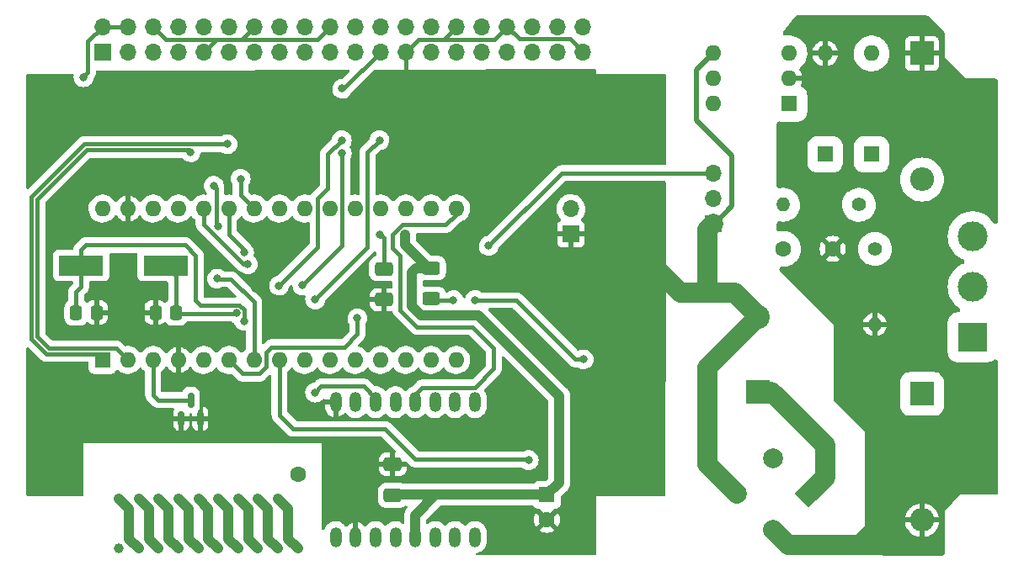
<source format=gbl>
G04 #@! TF.GenerationSoftware,KiCad,Pcbnew,6.0.7-1.fc36*
G04 #@! TF.CreationDate,2022-08-13T19:37:31+02:00*
G04 #@! TF.ProjectId,drahtlos_klingel,64726168-746c-46f7-935f-6b6c696e6765,rev?*
G04 #@! TF.SameCoordinates,Original*
G04 #@! TF.FileFunction,Copper,L2,Bot*
G04 #@! TF.FilePolarity,Positive*
%FSLAX46Y46*%
G04 Gerber Fmt 4.6, Leading zero omitted, Abs format (unit mm)*
G04 Created by KiCad (PCBNEW 6.0.7-1.fc36) date 2022-08-13 19:37:31*
%MOMM*%
%LPD*%
G01*
G04 APERTURE LIST*
G04 Aperture macros list*
%AMRoundRect*
0 Rectangle with rounded corners*
0 $1 Rounding radius*
0 $2 $3 $4 $5 $6 $7 $8 $9 X,Y pos of 4 corners*
0 Add a 4 corners polygon primitive as box body*
4,1,4,$2,$3,$4,$5,$6,$7,$8,$9,$2,$3,0*
0 Add four circle primitives for the rounded corners*
1,1,$1+$1,$2,$3*
1,1,$1+$1,$4,$5*
1,1,$1+$1,$6,$7*
1,1,$1+$1,$8,$9*
0 Add four rect primitives between the rounded corners*
20,1,$1+$1,$2,$3,$4,$5,0*
20,1,$1+$1,$4,$5,$6,$7,0*
20,1,$1+$1,$6,$7,$8,$9,0*
20,1,$1+$1,$8,$9,$2,$3,0*%
%AMHorizOval*
0 Thick line with rounded ends*
0 $1 width*
0 $2 $3 position (X,Y) of the first rounded end (center of the circle)*
0 $4 $5 position (X,Y) of the second rounded end (center of the circle)*
0 Add line between two ends*
20,1,$1,$2,$3,$4,$5,0*
0 Add two circle primitives to create the rounded ends*
1,1,$1,$2,$3*
1,1,$1,$4,$5*%
%AMRotRect*
0 Rectangle, with rotation*
0 The origin of the aperture is its center*
0 $1 length*
0 $2 width*
0 $3 Rotation angle, in degrees counterclockwise*
0 Add horizontal line*
21,1,$1,$2,0,0,$3*%
G04 Aperture macros list end*
G04 #@! TA.AperFunction,EtchedComponent*
%ADD10C,1.000000*%
G04 #@! TD*
G04 #@! TA.AperFunction,ComponentPad*
%ADD11O,1.200000X2.000000*%
G04 #@! TD*
G04 #@! TA.AperFunction,ComponentPad*
%ADD12C,1.600000*%
G04 #@! TD*
G04 #@! TA.AperFunction,ComponentPad*
%ADD13R,1.700000X1.700000*%
G04 #@! TD*
G04 #@! TA.AperFunction,ComponentPad*
%ADD14O,1.700000X1.700000*%
G04 #@! TD*
G04 #@! TA.AperFunction,ComponentPad*
%ADD15R,2.400000X2.400000*%
G04 #@! TD*
G04 #@! TA.AperFunction,ComponentPad*
%ADD16O,2.400000X2.400000*%
G04 #@! TD*
G04 #@! TA.AperFunction,ComponentPad*
%ADD17R,3.000000X3.000000*%
G04 #@! TD*
G04 #@! TA.AperFunction,ComponentPad*
%ADD18C,3.000000*%
G04 #@! TD*
G04 #@! TA.AperFunction,ComponentPad*
%ADD19R,1.600000X1.600000*%
G04 #@! TD*
G04 #@! TA.AperFunction,ComponentPad*
%ADD20O,1.600000X1.600000*%
G04 #@! TD*
G04 #@! TA.AperFunction,ComponentPad*
%ADD21C,1.400000*%
G04 #@! TD*
G04 #@! TA.AperFunction,ComponentPad*
%ADD22O,1.400000X1.400000*%
G04 #@! TD*
G04 #@! TA.AperFunction,ComponentPad*
%ADD23C,2.400000*%
G04 #@! TD*
G04 #@! TA.AperFunction,ComponentPad*
%ADD24C,1.000000*%
G04 #@! TD*
G04 #@! TA.AperFunction,ComponentPad*
%ADD25RotRect,2.000000X2.000000X225.000000*%
G04 #@! TD*
G04 #@! TA.AperFunction,ComponentPad*
%ADD26HorizOval,2.000000X0.000000X0.000000X0.000000X0.000000X0*%
G04 #@! TD*
G04 #@! TA.AperFunction,SMDPad,CuDef*
%ADD27RoundRect,0.250000X0.625000X-0.400000X0.625000X0.400000X-0.625000X0.400000X-0.625000X-0.400000X0*%
G04 #@! TD*
G04 #@! TA.AperFunction,SMDPad,CuDef*
%ADD28RoundRect,0.250000X0.650000X-0.412500X0.650000X0.412500X-0.650000X0.412500X-0.650000X-0.412500X0*%
G04 #@! TD*
G04 #@! TA.AperFunction,SMDPad,CuDef*
%ADD29RoundRect,0.150000X0.150000X-0.587500X0.150000X0.587500X-0.150000X0.587500X-0.150000X-0.587500X0*%
G04 #@! TD*
G04 #@! TA.AperFunction,SMDPad,CuDef*
%ADD30R,4.500000X2.000000*%
G04 #@! TD*
G04 #@! TA.AperFunction,SMDPad,CuDef*
%ADD31RoundRect,0.250000X-0.337500X-0.475000X0.337500X-0.475000X0.337500X0.475000X-0.337500X0.475000X0*%
G04 #@! TD*
G04 #@! TA.AperFunction,SMDPad,CuDef*
%ADD32RoundRect,0.250000X0.337500X0.475000X-0.337500X0.475000X-0.337500X-0.475000X0.337500X-0.475000X0*%
G04 #@! TD*
G04 #@! TA.AperFunction,ViaPad*
%ADD33C,0.800000*%
G04 #@! TD*
G04 #@! TA.AperFunction,Conductor*
%ADD34C,0.381000*%
G04 #@! TD*
G04 #@! TA.AperFunction,Conductor*
%ADD35C,2.000000*%
G04 #@! TD*
G04 #@! TA.AperFunction,Conductor*
%ADD36C,0.500000*%
G04 #@! TD*
G04 #@! TA.AperFunction,Conductor*
%ADD37C,1.000000*%
G04 #@! TD*
G04 APERTURE END LIST*
D10*
X38990000Y-76809000D02*
X38990000Y-73809000D01*
X52990000Y-76809000D02*
X52990000Y-73809000D01*
X45990000Y-77809000D02*
X44990000Y-76809000D01*
X50990000Y-73809000D02*
X49990000Y-72809000D01*
X42990000Y-76809000D02*
X42990000Y-73809000D01*
X53990000Y-77809000D02*
X52990000Y-76809000D01*
X51990000Y-77809000D02*
X50990000Y-76809000D01*
X40990000Y-73809000D02*
X39990000Y-72809000D01*
X46990000Y-76809000D02*
X46990000Y-73809000D01*
X44990000Y-76809000D02*
X44990000Y-73809000D01*
X40990000Y-76809000D02*
X40990000Y-73809000D01*
X42990000Y-73809000D02*
X41990000Y-72809000D01*
X49990000Y-77809000D02*
X48990000Y-76809000D01*
X41990000Y-77809000D02*
X40990000Y-76809000D01*
X46990000Y-73809000D02*
X45990000Y-72809000D01*
X54990000Y-73809000D02*
X53990000Y-72809000D01*
X48990000Y-73809000D02*
X47990000Y-72809000D01*
X48990000Y-76809000D02*
X48990000Y-73809000D01*
X44990000Y-73809000D02*
X43990000Y-72809000D01*
X38990000Y-73809000D02*
X37990000Y-72809000D01*
X55990000Y-77809000D02*
X54990000Y-76809000D01*
X50990000Y-76809000D02*
X50990000Y-73809000D01*
X54990000Y-76809000D02*
X54990000Y-73809000D01*
X47990000Y-77809000D02*
X46990000Y-76809000D01*
X43990000Y-77809000D02*
X42990000Y-76809000D01*
X52990000Y-73809000D02*
X51990000Y-72809000D01*
X39990000Y-77809000D02*
X38990000Y-76809000D01*
D11*
X59802000Y-76650000D03*
X61802000Y-76650000D03*
X63802000Y-76650000D03*
X65802000Y-76650000D03*
X67802000Y-76650000D03*
X69802000Y-76650000D03*
X71802000Y-76650000D03*
X73802000Y-76650000D03*
X73802000Y-63050000D03*
X71802000Y-63050000D03*
X69802000Y-63050000D03*
X67802000Y-63050000D03*
X65802000Y-63050000D03*
X63802000Y-63050000D03*
X61802000Y-63050000D03*
X59802000Y-63050000D03*
D12*
X104775000Y-47625000D03*
X109775000Y-47625000D03*
D13*
X83434000Y-46115200D03*
D14*
X83434000Y-43575200D03*
D15*
X118745000Y-62230000D03*
D16*
X118745000Y-74930000D03*
D15*
X118745000Y-27940000D03*
D16*
X118745000Y-40640000D03*
D13*
X97790000Y-45070000D03*
D14*
X97790000Y-42530000D03*
X97790000Y-39990000D03*
D17*
X123825000Y-56515000D03*
D18*
X123825000Y-51435000D03*
X123825000Y-46355000D03*
D19*
X109000000Y-38100000D03*
D20*
X109000000Y-27940000D03*
D21*
X114000000Y-47625000D03*
D22*
X114000000Y-55245000D03*
D19*
X113665000Y-38100000D03*
D20*
X113665000Y-27940000D03*
D15*
X102235000Y-61993959D03*
D23*
X102235000Y-54493959D03*
D12*
X55990000Y-70309000D03*
D24*
X51990000Y-72809000D03*
X47990000Y-72809000D03*
X51990000Y-77809000D03*
X49990000Y-77809000D03*
X43990000Y-77809000D03*
X39990000Y-72809000D03*
X37990000Y-77809000D03*
X41990000Y-77809000D03*
X55990000Y-77809000D03*
X45990000Y-72809000D03*
X37990000Y-72809000D03*
X43990000Y-72809000D03*
X45990000Y-77809000D03*
X53990000Y-77809000D03*
X41990000Y-72809000D03*
X47990000Y-77809000D03*
X53990000Y-72809000D03*
X49990000Y-72809000D03*
X39990000Y-77809000D03*
D19*
X105400000Y-33005000D03*
D20*
X105400000Y-30465000D03*
X105400000Y-27925000D03*
X97780000Y-27925000D03*
X97780000Y-30465000D03*
X97780000Y-33005000D03*
D19*
X36353000Y-58803500D03*
D20*
X38893000Y-58803500D03*
X41433000Y-58803500D03*
X43973000Y-58803500D03*
X46513000Y-58803500D03*
X49053000Y-58803500D03*
X51593000Y-58803500D03*
X54133000Y-58803500D03*
X56673000Y-58803500D03*
X59213000Y-58803500D03*
X61753000Y-58803500D03*
X64293000Y-58803500D03*
X66833000Y-58803500D03*
X69373000Y-58803500D03*
X71913000Y-58803500D03*
X71913000Y-43563500D03*
X69373000Y-43563500D03*
X66833000Y-43563500D03*
X64293000Y-43563500D03*
X61753000Y-43563500D03*
X59213000Y-43563500D03*
X56673000Y-43563500D03*
X54133000Y-43563500D03*
X51593000Y-43563500D03*
X49053000Y-43563500D03*
X46513000Y-43563500D03*
X43973000Y-43563500D03*
X41433000Y-43563500D03*
X38893000Y-43563500D03*
X36353000Y-43563500D03*
D25*
X107351102Y-72303098D03*
D26*
X103759000Y-68710996D03*
X100166897Y-72303098D03*
X103759000Y-75895200D03*
D19*
X81026000Y-72390000D03*
D12*
X81026000Y-74890000D03*
D21*
X112395000Y-43180000D03*
D22*
X104775000Y-43180000D03*
D27*
X69400000Y-52650000D03*
X69400000Y-49550000D03*
D28*
X64643000Y-52743500D03*
X64643000Y-49618500D03*
X65532000Y-72428500D03*
X65532000Y-69303500D03*
D13*
X36365000Y-27800000D03*
D14*
X36365000Y-25260000D03*
X38905000Y-27800000D03*
X38905000Y-25260000D03*
X41445000Y-27800000D03*
X41445000Y-25260000D03*
X43985000Y-27800000D03*
X43985000Y-25260000D03*
X46525000Y-27800000D03*
X46525000Y-25260000D03*
X49065000Y-27800000D03*
X49065000Y-25260000D03*
X51605000Y-27800000D03*
X51605000Y-25260000D03*
X54145000Y-27800000D03*
X54145000Y-25260000D03*
X56685000Y-27800000D03*
X56685000Y-25260000D03*
X59225000Y-27800000D03*
X59225000Y-25260000D03*
X61765000Y-27800000D03*
X61765000Y-25260000D03*
X64305000Y-27800000D03*
X64305000Y-25260000D03*
X66845000Y-27800000D03*
X66845000Y-25260000D03*
X69385000Y-27800000D03*
X69385000Y-25260000D03*
X71925000Y-27800000D03*
X71925000Y-25260000D03*
X74465000Y-27800000D03*
X74465000Y-25260000D03*
X77005000Y-27800000D03*
X77005000Y-25260000D03*
X79545000Y-27800000D03*
X79545000Y-25260000D03*
X82085000Y-27800000D03*
X82085000Y-25260000D03*
X84625000Y-27800000D03*
X84625000Y-25260000D03*
D29*
X45234000Y-62825200D03*
X46184000Y-64700200D03*
X44284000Y-64700200D03*
D30*
X42703000Y-49278500D03*
X34203000Y-49278500D03*
D31*
X33703000Y-54018500D03*
X35778000Y-54018500D03*
D32*
X43740500Y-54018500D03*
X41665500Y-54018500D03*
D33*
X77724000Y-51130200D03*
X77724000Y-49225200D03*
X77724000Y-47320200D03*
X78359000Y-39700200D03*
X76454000Y-39700200D03*
X74549000Y-39700200D03*
X72644000Y-39700200D03*
X82296000Y-35509200D03*
X80250000Y-35500000D03*
X84250000Y-35500000D03*
X84074000Y-53035200D03*
X75819000Y-61468000D03*
X31115000Y-44450000D03*
X52959000Y-64465200D03*
X50419000Y-64465200D03*
X36449000Y-64465200D03*
X43434000Y-32080200D03*
X42164000Y-30810200D03*
X61834000Y-73225200D03*
X51689000Y-51590500D03*
X84074000Y-69545200D03*
X61734000Y-52575200D03*
X76962000Y-61468000D03*
X51689000Y-64465200D03*
X37719000Y-63195200D03*
X32385000Y-71120000D03*
X30734000Y-35255200D03*
X36334000Y-38875200D03*
X43434000Y-30810200D03*
X38989000Y-63195200D03*
X84074000Y-51765200D03*
X36449000Y-63195200D03*
X78934000Y-56175200D03*
X31115000Y-71120000D03*
X31115000Y-69850000D03*
X32385000Y-68580000D03*
X52070000Y-50010000D03*
X29845000Y-69850000D03*
X31115000Y-45720000D03*
X61849000Y-71325200D03*
X78333600Y-70815200D03*
X32385000Y-69850000D03*
X77184000Y-54275200D03*
X36034000Y-40075200D03*
X48641000Y-49403000D03*
X80584000Y-69475200D03*
X30734000Y-33985200D03*
X29845000Y-71120000D03*
X46482000Y-31496000D03*
X31115000Y-43180000D03*
X38989000Y-64465200D03*
X29845000Y-68580000D03*
X37719000Y-64465200D03*
X42164000Y-32080200D03*
X84074000Y-68275200D03*
X84074000Y-70815200D03*
X31115000Y-68580000D03*
X62734000Y-52575200D03*
X75819000Y-62611000D03*
X78034000Y-55225200D03*
X61849000Y-69342000D03*
X48641000Y-51943000D03*
X30734000Y-31445200D03*
X76962000Y-62611000D03*
X84074000Y-54305200D03*
X37334000Y-39675200D03*
X30734000Y-32715200D03*
X67564000Y-48006000D03*
X66802000Y-46228000D03*
X66802000Y-47244000D03*
X61976000Y-54610000D03*
X75184000Y-47320200D03*
X71628000Y-52781200D03*
X49796519Y-54076500D03*
X50577000Y-54866500D03*
X60452000Y-31496000D03*
X34439400Y-30330600D03*
X50975442Y-49177400D03*
X50572765Y-47979235D03*
X50234000Y-40565200D03*
X47534000Y-41265200D03*
X47946765Y-45353235D03*
X64250000Y-46150000D03*
X60401200Y-37998400D03*
X56457908Y-51308000D03*
X64185800Y-36677600D03*
X57734000Y-52700000D03*
X54105865Y-51311865D03*
X60401200Y-36677600D03*
X79195131Y-68886331D03*
X47884000Y-50625200D03*
X57734000Y-62075200D03*
X45212000Y-37874000D03*
X48895000Y-37084000D03*
X84709000Y-58750200D03*
X73787000Y-52781200D03*
D34*
X82514200Y-39990000D02*
X97790000Y-39990000D01*
D35*
X112484000Y-77425200D02*
X113584000Y-76325200D01*
X103759000Y-75895200D02*
X105289000Y-77425200D01*
X105289000Y-77425200D02*
X112484000Y-77425200D01*
X102235000Y-61993959D02*
X103602759Y-61993959D01*
X108984000Y-70670200D02*
X107351102Y-72303098D01*
X108984000Y-67375200D02*
X108984000Y-70670200D01*
X103602759Y-61993959D02*
X108984000Y-67375200D01*
D34*
X41445000Y-25260000D02*
X42702600Y-26517600D01*
X46525000Y-27800000D02*
X47765500Y-26559500D01*
X47765500Y-26559500D02*
X48059500Y-26559500D01*
D35*
X97155000Y-45705000D02*
X97790000Y-45070000D01*
D34*
X66845000Y-29936200D02*
X67134000Y-30225200D01*
X66845000Y-27800000D02*
X68085500Y-26559500D01*
X75705500Y-26559500D02*
X77005000Y-25260000D01*
D36*
X99650000Y-38250000D02*
X99650000Y-43309600D01*
D34*
X50263600Y-26517600D02*
X50305500Y-26559500D01*
X83325500Y-26500500D02*
X84625000Y-27800000D01*
X68085500Y-26559500D02*
X70625500Y-26559500D01*
D35*
X102235000Y-54376200D02*
X99928800Y-52070000D01*
X99928800Y-52070000D02*
X97155000Y-52070000D01*
D36*
X96097846Y-34697846D02*
X99650000Y-38250000D01*
D34*
X57967400Y-26517600D02*
X59225000Y-25260000D01*
D35*
X97155000Y-69291201D02*
X97155000Y-59573959D01*
D34*
X50347400Y-26517600D02*
X57967400Y-26517600D01*
D35*
X102235000Y-54493959D02*
X102235000Y-54376200D01*
D34*
X77005000Y-25260000D02*
X78245500Y-26500500D01*
D35*
X97155000Y-52070000D02*
X97155000Y-45705000D01*
D34*
X78245500Y-26500500D02*
X83325500Y-26500500D01*
X48059500Y-26559500D02*
X48101400Y-26517600D01*
X50305500Y-26559500D02*
X51605000Y-25260000D01*
X48101400Y-26517600D02*
X50263600Y-26517600D01*
D35*
X97155000Y-59573959D02*
X102235000Y-54493959D01*
X97155000Y-69291201D02*
X100166897Y-72303098D01*
D36*
X97889600Y-45070000D02*
X97790000Y-45070000D01*
D34*
X50305500Y-26559500D02*
X50347400Y-26517600D01*
D36*
X99650000Y-43309600D02*
X97889600Y-45070000D01*
D34*
X48017600Y-26517600D02*
X48059500Y-26559500D01*
X42702600Y-26517600D02*
X48017600Y-26517600D01*
D36*
X96097846Y-29607154D02*
X96097846Y-34697846D01*
D35*
X94488000Y-52070000D02*
X91694000Y-49276000D01*
D34*
X66845000Y-27800000D02*
X66845000Y-29936200D01*
D35*
X97155000Y-52070000D02*
X94488000Y-52070000D01*
D34*
X70625500Y-26559500D02*
X75705500Y-26559500D01*
D36*
X97780000Y-27925000D02*
X96097846Y-29607154D01*
D34*
X70625500Y-26559500D02*
X71925000Y-25260000D01*
D37*
X66802000Y-47244000D02*
X67564000Y-48006000D01*
X69400000Y-49550000D02*
X67859200Y-49550000D01*
X82284000Y-62472000D02*
X82284000Y-71132000D01*
X67434000Y-49975200D02*
X67434000Y-53424121D01*
X68365879Y-54356000D02*
X74168000Y-54356000D01*
X69108000Y-49550000D02*
X69400000Y-49550000D01*
X67564000Y-48006000D02*
X69108000Y-49550000D01*
X66802000Y-47244000D02*
X66802000Y-46217358D01*
X74168000Y-54356000D02*
X82284000Y-62472000D01*
X67802000Y-74438000D02*
X69850000Y-72390000D01*
X82284000Y-71132000D02*
X81026000Y-72390000D01*
X69850000Y-72390000D02*
X67564000Y-72390000D01*
X67802000Y-76650000D02*
X67802000Y-74438000D01*
X67859200Y-49550000D02*
X67434000Y-49975200D01*
X81026000Y-72390000D02*
X69850000Y-72390000D01*
X67434000Y-53424121D02*
X68365879Y-54356000D01*
X66332500Y-72390000D02*
X67564000Y-72390000D01*
D34*
X52120800Y-60198000D02*
X50447500Y-60198000D01*
X61976000Y-54610000D02*
X61976000Y-56206002D01*
X52832000Y-59486800D02*
X52120800Y-60198000D01*
X69531200Y-52781200D02*
X69400000Y-52650000D01*
X50447500Y-60198000D02*
X49053000Y-58803500D01*
X71628000Y-52781200D02*
X69531200Y-52781200D01*
X53340000Y-57505600D02*
X52832000Y-58013600D01*
X75184000Y-47320200D02*
X82514200Y-39990000D01*
X61976000Y-56206002D02*
X60676402Y-57505600D01*
X52832000Y-58013600D02*
X52832000Y-59486800D01*
X60676402Y-57505600D02*
X53340000Y-57505600D01*
X43734000Y-54012000D02*
X43734000Y-50309500D01*
X49796519Y-54076500D02*
X49768519Y-54104500D01*
X49768519Y-54104500D02*
X43826500Y-54104500D01*
X43826500Y-54104500D02*
X43734000Y-54012000D01*
X43734000Y-50309500D02*
X42703000Y-49278500D01*
X33703000Y-51928500D02*
X33703000Y-54018500D01*
X50587019Y-53749064D02*
X50587019Y-54856481D01*
X34203000Y-49278500D02*
X34203000Y-47712000D01*
X34203000Y-51428500D02*
X33703000Y-51928500D01*
X34203000Y-49278500D02*
X34203000Y-51428500D01*
X34671000Y-47244000D02*
X44699500Y-47244000D01*
X44699500Y-47244000D02*
X45720000Y-48264500D01*
X50587019Y-54856481D02*
X50577000Y-54866500D01*
X45720000Y-48264500D02*
X45720000Y-52832000D01*
X45720000Y-52832000D02*
X46174000Y-53286000D01*
X34203000Y-47712000D02*
X34671000Y-47244000D01*
X46174000Y-53286000D02*
X50123955Y-53286000D01*
X50123955Y-53286000D02*
X50587019Y-53749064D01*
X60452000Y-31496000D02*
X60609000Y-31496000D01*
X60609000Y-31496000D02*
X64305000Y-27800000D01*
X34884000Y-29886000D02*
X34439400Y-30330600D01*
X36365000Y-25260000D02*
X34884000Y-26741000D01*
X36365000Y-25260000D02*
X38905000Y-25260000D01*
X34884000Y-26741000D02*
X34884000Y-29886000D01*
X41433000Y-58803500D02*
X41433000Y-62324200D01*
X41934000Y-62825200D02*
X45234000Y-62825200D01*
X41433000Y-62324200D02*
X41934000Y-62825200D01*
X50975442Y-49177400D02*
X50550550Y-49177400D01*
X50550550Y-49177400D02*
X46513000Y-45139850D01*
X46513000Y-45139850D02*
X46513000Y-43563500D01*
X50572765Y-47674065D02*
X49053000Y-46154300D01*
X50572765Y-47979235D02*
X50572765Y-47674065D01*
X49053000Y-46154300D02*
X49053000Y-43563500D01*
X50234000Y-42204500D02*
X51593000Y-43563500D01*
X50234000Y-40565200D02*
X50234000Y-42204500D01*
X47800000Y-41531200D02*
X47800000Y-45206470D01*
X47800000Y-45206470D02*
X47946765Y-45353235D01*
X47534000Y-41265200D02*
X47800000Y-41531200D01*
X64643000Y-49618500D02*
X64643000Y-46543000D01*
X64643000Y-46543000D02*
X64250000Y-46150000D01*
X75692000Y-57658000D02*
X73509200Y-55475200D01*
X66294000Y-53785200D02*
X66294000Y-48320600D01*
X66294000Y-48320600D02*
X65532000Y-47558600D01*
X65532000Y-47558600D02*
X65532000Y-46228000D01*
X65532000Y-46228000D02*
X66548000Y-45212000D01*
X60452000Y-47313908D02*
X60452000Y-38049200D01*
X60452000Y-38049200D02*
X60401200Y-37998400D01*
X75692000Y-59690000D02*
X75692000Y-57658000D01*
X73509200Y-55475200D02*
X67984000Y-55475200D01*
X66548000Y-45212000D02*
X70866000Y-45212000D01*
X67984000Y-55475200D02*
X66294000Y-53785200D01*
X70866000Y-45212000D02*
X71913000Y-44165000D01*
X67802000Y-63050000D02*
X67802000Y-62246000D01*
X71913000Y-44165000D02*
X71913000Y-43563500D01*
X68472800Y-61575200D02*
X73806800Y-61575200D01*
X67802000Y-62246000D02*
X68472800Y-61575200D01*
X56457908Y-51308000D02*
X60452000Y-47313908D01*
X73806800Y-61575200D02*
X75692000Y-59690000D01*
X64185800Y-36677600D02*
X62992000Y-37871400D01*
X62992000Y-47442000D02*
X57734000Y-52700000D01*
X62992000Y-37871400D02*
X62992000Y-47442000D01*
X57962800Y-42570400D02*
X57962800Y-47454930D01*
X57962800Y-47454930D02*
X54105865Y-51311865D01*
X58978800Y-38100000D02*
X58978800Y-41554400D01*
X60401200Y-36677600D02*
X58978800Y-38100000D01*
X58978800Y-41554400D02*
X57962800Y-42570400D01*
X67818000Y-68834000D02*
X64719200Y-65735200D01*
X55499000Y-65735200D02*
X54133000Y-64369200D01*
X79142800Y-68834000D02*
X67818000Y-68834000D01*
X54133000Y-64369200D02*
X54133000Y-58803500D01*
X79195131Y-68886331D02*
X79142800Y-68834000D01*
X64719200Y-65735200D02*
X55499000Y-65735200D01*
X51593000Y-52990000D02*
X51593000Y-58803500D01*
X49276000Y-50673000D02*
X51593000Y-52990000D01*
X47884000Y-50625200D02*
X47931800Y-50673000D01*
X47931800Y-50673000D02*
X49276000Y-50673000D01*
X63802000Y-62659000D02*
X63802000Y-63050000D01*
X58341200Y-61468000D02*
X62611000Y-61468000D01*
X57734000Y-62075200D02*
X58341200Y-61468000D01*
X62611000Y-61468000D02*
X63802000Y-62659000D01*
X45003000Y-37665000D02*
X34725000Y-37665000D01*
X29791000Y-56461000D02*
X30943000Y-57613000D01*
X30943000Y-57613000D02*
X37702500Y-57613000D01*
X45212000Y-37874000D02*
X45003000Y-37665000D01*
X37702500Y-57613000D02*
X38893000Y-58803500D01*
X34725000Y-37665000D02*
X29791000Y-42599000D01*
X29791000Y-42599000D02*
X29791000Y-56461000D01*
X30702342Y-58194000D02*
X35743500Y-58194000D01*
X29210000Y-56701658D02*
X30702342Y-58194000D01*
X29210000Y-42358342D02*
X29210000Y-56701658D01*
X48895000Y-37084000D02*
X34484342Y-37084000D01*
X35743500Y-58194000D02*
X36353000Y-58803500D01*
X34484342Y-37084000D02*
X29210000Y-42358342D01*
X83896200Y-58750200D02*
X84709000Y-58750200D01*
X77927200Y-52781200D02*
X83896200Y-58750200D01*
X73787000Y-52781200D02*
X77927200Y-52781200D01*
G04 #@! TA.AperFunction,Conductor*
G36*
X119293445Y-24148954D02*
G01*
X119372652Y-24201370D01*
X120925495Y-25726810D01*
X120980189Y-25807108D01*
X121000000Y-25904440D01*
X121000000Y-28300000D01*
X121017480Y-28317401D01*
X121017482Y-28317403D01*
X122387312Y-29680977D01*
X123190000Y-30480000D01*
X126116000Y-30480000D01*
X126211288Y-30498954D01*
X126292070Y-30552930D01*
X126346046Y-30633712D01*
X126365000Y-30729000D01*
X126365000Y-44833715D01*
X126346046Y-44929003D01*
X126292070Y-45009785D01*
X126211288Y-45063761D01*
X126116000Y-45082715D01*
X126020712Y-45063761D01*
X125939930Y-45009785D01*
X125905762Y-44967136D01*
X125856139Y-44888943D01*
X125851947Y-44882337D01*
X125651390Y-44639906D01*
X125641319Y-44630448D01*
X125483408Y-44482160D01*
X125422030Y-44424522D01*
X125415699Y-44419922D01*
X125415695Y-44419919D01*
X125173817Y-44244185D01*
X125173815Y-44244184D01*
X125167484Y-44239584D01*
X125160631Y-44235816D01*
X125160627Y-44235814D01*
X124898621Y-44091774D01*
X124898614Y-44091771D01*
X124891766Y-44088006D01*
X124673143Y-44001447D01*
X124606512Y-43975066D01*
X124606510Y-43975065D01*
X124599225Y-43972181D01*
X124591643Y-43970234D01*
X124591636Y-43970232D01*
X124400838Y-43921244D01*
X124294473Y-43893934D01*
X124197915Y-43881736D01*
X123990078Y-43855480D01*
X123990073Y-43855480D01*
X123982318Y-43854500D01*
X123667682Y-43854500D01*
X123659927Y-43855480D01*
X123659922Y-43855480D01*
X123452085Y-43881736D01*
X123355527Y-43893934D01*
X123249162Y-43921244D01*
X123058364Y-43970232D01*
X123058357Y-43970234D01*
X123050775Y-43972181D01*
X123043490Y-43975065D01*
X123043488Y-43975066D01*
X122976857Y-44001447D01*
X122758234Y-44088006D01*
X122751386Y-44091771D01*
X122751379Y-44091774D01*
X122489373Y-44235814D01*
X122489369Y-44235816D01*
X122482516Y-44239584D01*
X122476185Y-44244184D01*
X122476183Y-44244185D01*
X122234305Y-44419919D01*
X122234301Y-44419922D01*
X122227970Y-44424522D01*
X122166592Y-44482160D01*
X122008682Y-44630448D01*
X121998610Y-44639906D01*
X121798053Y-44882337D01*
X121629463Y-45147993D01*
X121495497Y-45432685D01*
X121493079Y-45440128D01*
X121493077Y-45440132D01*
X121427281Y-45642633D01*
X121398269Y-45731921D01*
X121339312Y-46040985D01*
X121319556Y-46355000D01*
X121339312Y-46669015D01*
X121398269Y-46978079D01*
X121400684Y-46985513D01*
X121400686Y-46985519D01*
X121493077Y-47269868D01*
X121495497Y-47277315D01*
X121498827Y-47284393D01*
X121498830Y-47284399D01*
X121540497Y-47372945D01*
X121629463Y-47562007D01*
X121798053Y-47827663D01*
X121998610Y-48070094D01*
X122227970Y-48285478D01*
X122234301Y-48290078D01*
X122234305Y-48290081D01*
X122449525Y-48446447D01*
X122482516Y-48470416D01*
X122489369Y-48474184D01*
X122489373Y-48474186D01*
X122751379Y-48618226D01*
X122751386Y-48618229D01*
X122758234Y-48621994D01*
X122765508Y-48624874D01*
X122863031Y-48663486D01*
X122944650Y-48716186D01*
X122999889Y-48796110D01*
X123020337Y-48891089D01*
X123002882Y-48986663D01*
X122950182Y-49068282D01*
X122863031Y-49126514D01*
X122758234Y-49168006D01*
X122751386Y-49171771D01*
X122751379Y-49171774D01*
X122489373Y-49315814D01*
X122489369Y-49315816D01*
X122482516Y-49319584D01*
X122476185Y-49324184D01*
X122476183Y-49324185D01*
X122234305Y-49499919D01*
X122234301Y-49499922D01*
X122227970Y-49504522D01*
X121998610Y-49719906D01*
X121798053Y-49962337D01*
X121629463Y-50227993D01*
X121495497Y-50512685D01*
X121493079Y-50520128D01*
X121493077Y-50520132D01*
X121457471Y-50629718D01*
X121398269Y-50811921D01*
X121339312Y-51120985D01*
X121319556Y-51435000D01*
X121339312Y-51749015D01*
X121398269Y-52058079D01*
X121495497Y-52357315D01*
X121498827Y-52364393D01*
X121498830Y-52364399D01*
X121572266Y-52520457D01*
X121629463Y-52642007D01*
X121798053Y-52907663D01*
X121998610Y-53150094D01*
X122227970Y-53365478D01*
X122234301Y-53370078D01*
X122234305Y-53370081D01*
X122263577Y-53391348D01*
X122482516Y-53550416D01*
X122489380Y-53554190D01*
X122491073Y-53555264D01*
X122561370Y-53622326D01*
X122600653Y-53711186D01*
X122602941Y-53808314D01*
X122567885Y-53898924D01*
X122500823Y-53969221D01*
X122411963Y-54008504D01*
X122357649Y-54014500D01*
X122267184Y-54014500D01*
X122261675Y-54014992D01*
X122261668Y-54014992D01*
X122158721Y-54024180D01*
X122158719Y-54024180D01*
X122146913Y-54025234D01*
X121951530Y-54081259D01*
X121771404Y-54175427D01*
X121761633Y-54183396D01*
X121761630Y-54183398D01*
X121645904Y-54277782D01*
X121613891Y-54303891D01*
X121605913Y-54313673D01*
X121597677Y-54323772D01*
X121485427Y-54461404D01*
X121479584Y-54472580D01*
X121479583Y-54472582D01*
X121429488Y-54568405D01*
X121391259Y-54641530D01*
X121335234Y-54836913D01*
X121324500Y-54957184D01*
X121324500Y-58072816D01*
X121335234Y-58193087D01*
X121391259Y-58388470D01*
X121485427Y-58568596D01*
X121613891Y-58726109D01*
X121623673Y-58734087D01*
X121761630Y-58846602D01*
X121761633Y-58846604D01*
X121771404Y-58854573D01*
X121782580Y-58860416D01*
X121782582Y-58860417D01*
X121878405Y-58910512D01*
X121951530Y-58948741D01*
X122146913Y-59004766D01*
X122158719Y-59005820D01*
X122158721Y-59005820D01*
X122261668Y-59015008D01*
X122261675Y-59015008D01*
X122267184Y-59015500D01*
X125382816Y-59015500D01*
X125388325Y-59015008D01*
X125388332Y-59015008D01*
X125491279Y-59005820D01*
X125491281Y-59005820D01*
X125503087Y-59004766D01*
X125698470Y-58948741D01*
X125771595Y-58910512D01*
X125867418Y-58860417D01*
X125867420Y-58860416D01*
X125878596Y-58854573D01*
X125888367Y-58846604D01*
X125888370Y-58846602D01*
X125958625Y-58789303D01*
X126044447Y-58743766D01*
X126141163Y-58734539D01*
X126234048Y-58763025D01*
X126308961Y-58824889D01*
X126354498Y-58910711D01*
X126365000Y-58982264D01*
X126365000Y-72141000D01*
X126346046Y-72236288D01*
X126292070Y-72317070D01*
X126211288Y-72371046D01*
X126116000Y-72390000D01*
X122555000Y-72390000D01*
X121000000Y-74000000D01*
X121000000Y-78244484D01*
X120981046Y-78339772D01*
X120927070Y-78420554D01*
X120846288Y-78474530D01*
X120751000Y-78493484D01*
X120225617Y-78493484D01*
X120223525Y-78493475D01*
X109420201Y-78402691D01*
X109325076Y-78382937D01*
X109244751Y-78328284D01*
X109191455Y-78247052D01*
X109173303Y-78151608D01*
X109181492Y-78090331D01*
X109551150Y-76685631D01*
X109593731Y-76598304D01*
X109666488Y-76533919D01*
X109758346Y-76502278D01*
X109791952Y-76500000D01*
X112000000Y-76500000D01*
X113000000Y-75500000D01*
X113001206Y-75196264D01*
X117056420Y-75196264D01*
X117092701Y-75378659D01*
X117097627Y-75396423D01*
X117177165Y-75617954D01*
X117184664Y-75634795D01*
X117296076Y-75842145D01*
X117305976Y-75857684D01*
X117446811Y-76046284D01*
X117458909Y-76060201D01*
X117626069Y-76225908D01*
X117640083Y-76237877D01*
X117829916Y-76377069D01*
X117845530Y-76386825D01*
X118053846Y-76496426D01*
X118070755Y-76503778D01*
X118292970Y-76581379D01*
X118310781Y-76586151D01*
X118466903Y-76615792D01*
X118487761Y-76615610D01*
X118491000Y-76607594D01*
X118491000Y-76595948D01*
X118999000Y-76595948D01*
X119003069Y-76616406D01*
X119014818Y-76618743D01*
X119047945Y-76615114D01*
X119066066Y-76611756D01*
X119293702Y-76551824D01*
X119311112Y-76545830D01*
X119527391Y-76452908D01*
X119543734Y-76444401D01*
X119743899Y-76320535D01*
X119758803Y-76309706D01*
X119938461Y-76157615D01*
X119951595Y-76144710D01*
X120106800Y-75967731D01*
X120117896Y-75953005D01*
X120245228Y-75755046D01*
X120254024Y-75738846D01*
X120350699Y-75524235D01*
X120357005Y-75506909D01*
X120420896Y-75280366D01*
X120424570Y-75262311D01*
X120431437Y-75208327D01*
X120429983Y-75187523D01*
X120419454Y-75184000D01*
X119023527Y-75184000D01*
X119003069Y-75188069D01*
X118999000Y-75208527D01*
X118999000Y-76595948D01*
X118491000Y-76595948D01*
X118491000Y-75208527D01*
X118486931Y-75188069D01*
X118466473Y-75184000D01*
X117078508Y-75184000D01*
X117058050Y-75188069D01*
X117056420Y-75196264D01*
X113001206Y-75196264D01*
X113003369Y-74651596D01*
X117056317Y-74651596D01*
X117058316Y-74672359D01*
X117070226Y-74676000D01*
X118466473Y-74676000D01*
X118486931Y-74671931D01*
X118491000Y-74651473D01*
X118999000Y-74651473D01*
X119003069Y-74671931D01*
X119023527Y-74676000D01*
X120414259Y-74676000D01*
X120434717Y-74671931D01*
X120436039Y-74665282D01*
X120435725Y-74662474D01*
X120384989Y-74438248D01*
X120379597Y-74420613D01*
X120294290Y-74201244D01*
X120286348Y-74184594D01*
X120169553Y-73980246D01*
X120159245Y-73964963D01*
X120013522Y-73780114D01*
X120001071Y-73766526D01*
X119829623Y-73605244D01*
X119815300Y-73593645D01*
X119621902Y-73459481D01*
X119606014Y-73450122D01*
X119394914Y-73346019D01*
X119377817Y-73339111D01*
X119153643Y-73267352D01*
X119135722Y-73263050D01*
X119023205Y-73244726D01*
X119002362Y-73245454D01*
X118999000Y-73254447D01*
X118999000Y-74651473D01*
X118491000Y-74651473D01*
X118491000Y-73265271D01*
X118486931Y-73244813D01*
X118476437Y-73242726D01*
X118398039Y-73253395D01*
X118380028Y-73257223D01*
X118154036Y-73323094D01*
X118136780Y-73329545D01*
X117923013Y-73428093D01*
X117906895Y-73437028D01*
X117710046Y-73566087D01*
X117695429Y-73577304D01*
X117519811Y-73734049D01*
X117507019Y-73747296D01*
X117356505Y-73928269D01*
X117345794Y-73943285D01*
X117223689Y-74144508D01*
X117215320Y-74160933D01*
X117124296Y-74378001D01*
X117118447Y-74395483D01*
X117060506Y-74623624D01*
X117057307Y-74641769D01*
X117056317Y-74651596D01*
X113003369Y-74651596D01*
X113030000Y-67945000D01*
X113030000Y-66040000D01*
X110477816Y-63487816D01*
X116544500Y-63487816D01*
X116555234Y-63608087D01*
X116611259Y-63803470D01*
X116705427Y-63983596D01*
X116713396Y-63993367D01*
X116713398Y-63993370D01*
X116822955Y-64127700D01*
X116833891Y-64141109D01*
X116843673Y-64149087D01*
X116981630Y-64261602D01*
X116981633Y-64261604D01*
X116991404Y-64269573D01*
X117171530Y-64363741D01*
X117366913Y-64419766D01*
X117378719Y-64420820D01*
X117378721Y-64420820D01*
X117481668Y-64430008D01*
X117481675Y-64430008D01*
X117487184Y-64430500D01*
X120002816Y-64430500D01*
X120008325Y-64430008D01*
X120008332Y-64430008D01*
X120111279Y-64420820D01*
X120111281Y-64420820D01*
X120123087Y-64419766D01*
X120318470Y-64363741D01*
X120498596Y-64269573D01*
X120508367Y-64261604D01*
X120508370Y-64261602D01*
X120646327Y-64149087D01*
X120656109Y-64141109D01*
X120667045Y-64127700D01*
X120776602Y-63993370D01*
X120776604Y-63993367D01*
X120784573Y-63983596D01*
X120878741Y-63803470D01*
X120934766Y-63608087D01*
X120945500Y-63487816D01*
X120945500Y-60972184D01*
X120934766Y-60851913D01*
X120878741Y-60656530D01*
X120840512Y-60583405D01*
X120790417Y-60487582D01*
X120790416Y-60487580D01*
X120784573Y-60476404D01*
X120656109Y-60318891D01*
X120559824Y-60240363D01*
X120508370Y-60198398D01*
X120508367Y-60198396D01*
X120498596Y-60190427D01*
X120318470Y-60096259D01*
X120123087Y-60040234D01*
X120111281Y-60039180D01*
X120111279Y-60039180D01*
X120008332Y-60029992D01*
X120008325Y-60029992D01*
X120002816Y-60029500D01*
X117487184Y-60029500D01*
X117481675Y-60029992D01*
X117481668Y-60029992D01*
X117378721Y-60039180D01*
X117378719Y-60039180D01*
X117366913Y-60040234D01*
X117171530Y-60096259D01*
X116991404Y-60190427D01*
X116981633Y-60198396D01*
X116981630Y-60198398D01*
X116930176Y-60240363D01*
X116833891Y-60318891D01*
X116705427Y-60476404D01*
X116699584Y-60487580D01*
X116699583Y-60487582D01*
X116649488Y-60583405D01*
X116611259Y-60656530D01*
X116555234Y-60851913D01*
X116544500Y-60972184D01*
X116544500Y-63487816D01*
X110477816Y-63487816D01*
X109927930Y-62937930D01*
X109873954Y-62857148D01*
X109855000Y-62761860D01*
X109855000Y-55507257D01*
X112820682Y-55507257D01*
X112821672Y-55514770D01*
X112857703Y-55649239D01*
X112865109Y-55669587D01*
X112945250Y-55841453D01*
X112956082Y-55860215D01*
X113064845Y-56015543D01*
X113078772Y-56032141D01*
X113212859Y-56166228D01*
X113229457Y-56180155D01*
X113384785Y-56288918D01*
X113403547Y-56299750D01*
X113575413Y-56379891D01*
X113595761Y-56387297D01*
X113722309Y-56421206D01*
X113743123Y-56422570D01*
X113745011Y-56418743D01*
X113746000Y-56411229D01*
X113746000Y-56403027D01*
X114254000Y-56403027D01*
X114258069Y-56423485D01*
X114262257Y-56424318D01*
X114269770Y-56423328D01*
X114404239Y-56387297D01*
X114424587Y-56379891D01*
X114596453Y-56299750D01*
X114615215Y-56288918D01*
X114770543Y-56180155D01*
X114787141Y-56166228D01*
X114921228Y-56032141D01*
X114935155Y-56015543D01*
X115043918Y-55860215D01*
X115054750Y-55841453D01*
X115134891Y-55669587D01*
X115142297Y-55649239D01*
X115176206Y-55522691D01*
X115177570Y-55501877D01*
X115173743Y-55499989D01*
X115166229Y-55499000D01*
X114278527Y-55499000D01*
X114258069Y-55503069D01*
X114254000Y-55523527D01*
X114254000Y-56403027D01*
X113746000Y-56403027D01*
X113746000Y-55523527D01*
X113741931Y-55503069D01*
X113721473Y-55499000D01*
X112841973Y-55499000D01*
X112821515Y-55503069D01*
X112820682Y-55507257D01*
X109855000Y-55507257D01*
X109855000Y-55245000D01*
X109598123Y-54988123D01*
X112822430Y-54988123D01*
X112826257Y-54990011D01*
X112833771Y-54991000D01*
X113721473Y-54991000D01*
X113741931Y-54986931D01*
X113746000Y-54966473D01*
X114254000Y-54966473D01*
X114258069Y-54986931D01*
X114278527Y-54991000D01*
X115158027Y-54991000D01*
X115178485Y-54986931D01*
X115179318Y-54982743D01*
X115178328Y-54975230D01*
X115142297Y-54840761D01*
X115134891Y-54820413D01*
X115054750Y-54648547D01*
X115043918Y-54629785D01*
X114935155Y-54474457D01*
X114921228Y-54457859D01*
X114787141Y-54323772D01*
X114770543Y-54309845D01*
X114615215Y-54201082D01*
X114596453Y-54190250D01*
X114424587Y-54110109D01*
X114404239Y-54102703D01*
X114277691Y-54068794D01*
X114256877Y-54067430D01*
X114254989Y-54071257D01*
X114254000Y-54078771D01*
X114254000Y-54966473D01*
X113746000Y-54966473D01*
X113746000Y-54086973D01*
X113741931Y-54066515D01*
X113737743Y-54065682D01*
X113730230Y-54066672D01*
X113595761Y-54102703D01*
X113575413Y-54110109D01*
X113403547Y-54190250D01*
X113384785Y-54201082D01*
X113229457Y-54309845D01*
X113212859Y-54323772D01*
X113078772Y-54457859D01*
X113064845Y-54474457D01*
X112956082Y-54629785D01*
X112945250Y-54648547D01*
X112865109Y-54820413D01*
X112857703Y-54840761D01*
X112823794Y-54967309D01*
X112822430Y-54988123D01*
X109598123Y-54988123D01*
X104456645Y-49846645D01*
X104402669Y-49765863D01*
X104383715Y-49670575D01*
X104402669Y-49575287D01*
X104456645Y-49494505D01*
X104537427Y-49440529D01*
X104642490Y-49421767D01*
X104838013Y-49429449D01*
X104847188Y-49428444D01*
X104847193Y-49428444D01*
X105094850Y-49401321D01*
X105094851Y-49401321D01*
X105104035Y-49400315D01*
X105112971Y-49397962D01*
X105112973Y-49397962D01*
X105353886Y-49334535D01*
X105353892Y-49334533D01*
X105362829Y-49332180D01*
X105520227Y-49264557D01*
X105600224Y-49230188D01*
X105600226Y-49230187D01*
X105608710Y-49226542D01*
X105836275Y-49085720D01*
X106040526Y-48912809D01*
X106216545Y-48712099D01*
X109052865Y-48712099D01*
X109057925Y-48719671D01*
X109109594Y-48755851D01*
X109128354Y-48766682D01*
X109316081Y-48854221D01*
X109336424Y-48861625D01*
X109536507Y-48915237D01*
X109557824Y-48918996D01*
X109764176Y-48937049D01*
X109785824Y-48937049D01*
X109992176Y-48918996D01*
X110013493Y-48915237D01*
X110213576Y-48861625D01*
X110233919Y-48854221D01*
X110421646Y-48766682D01*
X110440406Y-48755851D01*
X110482800Y-48726166D01*
X110497222Y-48711100D01*
X110493554Y-48702764D01*
X109792341Y-48001551D01*
X109775000Y-47989964D01*
X109757659Y-48001551D01*
X109064452Y-48694758D01*
X109052865Y-48712099D01*
X106216545Y-48712099D01*
X106216976Y-48711607D01*
X106227814Y-48694758D01*
X106356747Y-48494308D01*
X106356749Y-48494304D01*
X106361747Y-48486534D01*
X106365543Y-48478108D01*
X106467865Y-48250962D01*
X106467867Y-48250956D01*
X106471661Y-48242534D01*
X106478960Y-48216656D01*
X106541793Y-47993865D01*
X106544302Y-47984969D01*
X106575102Y-47742864D01*
X106577287Y-47725693D01*
X106577288Y-47725683D01*
X106578075Y-47719495D01*
X106580266Y-47635824D01*
X108462951Y-47635824D01*
X108481004Y-47842176D01*
X108484763Y-47863493D01*
X108538375Y-48063576D01*
X108545779Y-48083919D01*
X108633318Y-48271646D01*
X108644149Y-48290406D01*
X108673834Y-48332800D01*
X108688900Y-48347222D01*
X108697236Y-48343554D01*
X109398449Y-47642341D01*
X109410036Y-47625000D01*
X110139964Y-47625000D01*
X110151551Y-47642341D01*
X110844758Y-48335548D01*
X110862099Y-48347135D01*
X110869671Y-48342075D01*
X110905851Y-48290406D01*
X110916682Y-48271646D01*
X111004221Y-48083919D01*
X111011625Y-48063576D01*
X111065237Y-47863493D01*
X111068996Y-47842176D01*
X111087049Y-47635824D01*
X111087049Y-47614176D01*
X111084091Y-47580361D01*
X112295316Y-47580361D01*
X112297748Y-47630993D01*
X112306922Y-47821967D01*
X112307443Y-47832820D01*
X112356752Y-48080713D01*
X112359873Y-48089405D01*
X112359873Y-48089406D01*
X112430270Y-48285478D01*
X112442160Y-48318595D01*
X112446532Y-48326732D01*
X112446534Y-48326736D01*
X112527870Y-48478108D01*
X112561792Y-48541240D01*
X112567319Y-48548642D01*
X112567320Y-48548643D01*
X112689379Y-48712099D01*
X112713018Y-48743756D01*
X112892517Y-48921696D01*
X112899969Y-48927160D01*
X112997429Y-48998620D01*
X113096346Y-49071149D01*
X113104510Y-49075445D01*
X113104516Y-49075448D01*
X113201577Y-49126514D01*
X113320026Y-49188833D01*
X113558644Y-49272162D01*
X113806958Y-49319306D01*
X113816180Y-49319668D01*
X113816186Y-49319669D01*
X113931136Y-49324185D01*
X114059513Y-49329229D01*
X114068688Y-49328224D01*
X114068693Y-49328224D01*
X114301577Y-49302719D01*
X114301581Y-49302718D01*
X114310760Y-49301713D01*
X114555181Y-49237363D01*
X114571882Y-49230188D01*
X114668137Y-49188833D01*
X114787405Y-49137591D01*
X114795257Y-49132732D01*
X114795261Y-49132730D01*
X114994472Y-49009454D01*
X115002331Y-49004591D01*
X115195238Y-48841283D01*
X115280768Y-48743756D01*
X115355802Y-48658196D01*
X115355803Y-48658194D01*
X115361888Y-48651256D01*
X115498619Y-48438684D01*
X115534342Y-48359383D01*
X115598635Y-48216656D01*
X115602428Y-48208236D01*
X115663987Y-47989964D01*
X115668524Y-47973877D01*
X115668525Y-47973873D01*
X115671034Y-47964976D01*
X115702931Y-47714247D01*
X115704985Y-47635824D01*
X115705105Y-47631240D01*
X115705105Y-47631232D01*
X115705268Y-47625000D01*
X115686537Y-47372945D01*
X115630756Y-47126428D01*
X115545210Y-46906446D01*
X115542502Y-46899482D01*
X115542501Y-46899479D01*
X115539150Y-46890863D01*
X115413731Y-46671426D01*
X115408019Y-46664180D01*
X115408014Y-46664173D01*
X115262971Y-46480188D01*
X115262967Y-46480184D01*
X115257255Y-46472938D01*
X115073160Y-46299758D01*
X115065581Y-46294500D01*
X115065577Y-46294497D01*
X114873083Y-46160959D01*
X114873081Y-46160958D01*
X114865489Y-46155691D01*
X114857200Y-46151603D01*
X114857196Y-46151601D01*
X114647091Y-46047989D01*
X114647089Y-46047988D01*
X114638805Y-46043903D01*
X114555178Y-46017134D01*
X114406886Y-45969665D01*
X114406879Y-45969663D01*
X114398087Y-45966849D01*
X114276136Y-45946988D01*
X114157739Y-45927705D01*
X114157733Y-45927704D01*
X114148624Y-45926221D01*
X114139394Y-45926100D01*
X114139392Y-45926100D01*
X113965701Y-45923827D01*
X113895896Y-45922913D01*
X113886741Y-45924159D01*
X113886740Y-45924159D01*
X113654607Y-45955750D01*
X113654601Y-45955751D01*
X113645455Y-45956996D01*
X113402803Y-46027723D01*
X113394424Y-46031586D01*
X113394418Y-46031588D01*
X113181660Y-46129671D01*
X113173270Y-46133539D01*
X113165542Y-46138606D01*
X113038612Y-46221825D01*
X112961899Y-46272120D01*
X112955010Y-46278269D01*
X112955007Y-46278271D01*
X112895925Y-46331004D01*
X112773333Y-46440421D01*
X112611715Y-46634746D01*
X112584589Y-46679449D01*
X112485384Y-46842932D01*
X112485381Y-46842938D01*
X112480595Y-46850825D01*
X112477026Y-46859336D01*
X112477024Y-46859340D01*
X112424113Y-46985519D01*
X112382854Y-47083911D01*
X112320639Y-47328883D01*
X112295316Y-47580361D01*
X111084091Y-47580361D01*
X111068996Y-47407824D01*
X111065237Y-47386507D01*
X111011625Y-47186424D01*
X111004221Y-47166081D01*
X110916682Y-46978354D01*
X110905851Y-46959594D01*
X110876166Y-46917200D01*
X110861100Y-46902778D01*
X110852764Y-46906446D01*
X110151551Y-47607659D01*
X110139964Y-47625000D01*
X109410036Y-47625000D01*
X109398449Y-47607659D01*
X108705242Y-46914452D01*
X108687901Y-46902865D01*
X108680329Y-46907925D01*
X108644149Y-46959594D01*
X108633318Y-46978354D01*
X108545779Y-47166081D01*
X108538375Y-47186424D01*
X108484763Y-47386507D01*
X108481004Y-47407824D01*
X108462951Y-47614176D01*
X108462951Y-47635824D01*
X106580266Y-47635824D01*
X106580386Y-47631240D01*
X106580386Y-47631233D01*
X106580549Y-47625000D01*
X106562503Y-47382162D01*
X106561402Y-47367340D01*
X106561402Y-47367339D01*
X106560717Y-47358123D01*
X106501655Y-47097109D01*
X106445377Y-46952391D01*
X106408014Y-46856310D01*
X106408013Y-46856307D01*
X106404662Y-46847691D01*
X106271868Y-46615350D01*
X106211600Y-46538900D01*
X109052778Y-46538900D01*
X109056446Y-46547236D01*
X109757659Y-47248449D01*
X109775000Y-47260036D01*
X109792341Y-47248449D01*
X110485548Y-46555242D01*
X110497135Y-46537901D01*
X110492075Y-46530329D01*
X110440406Y-46494149D01*
X110421646Y-46483318D01*
X110233919Y-46395779D01*
X110213576Y-46388375D01*
X110013493Y-46334763D01*
X109992176Y-46331004D01*
X109785824Y-46312951D01*
X109764176Y-46312951D01*
X109557824Y-46331004D01*
X109536507Y-46334763D01*
X109336424Y-46388375D01*
X109316081Y-46395779D01*
X109128354Y-46483318D01*
X109109594Y-46494149D01*
X109067200Y-46523834D01*
X109052778Y-46538900D01*
X106211600Y-46538900D01*
X106204843Y-46530329D01*
X106111906Y-46412439D01*
X106111902Y-46412435D01*
X106106190Y-46405189D01*
X105911269Y-46221825D01*
X105903681Y-46216561D01*
X105903676Y-46216557D01*
X105784005Y-46133539D01*
X105691385Y-46069286D01*
X105483664Y-45966849D01*
X105459657Y-45955010D01*
X105459655Y-45955009D01*
X105451371Y-45950924D01*
X105196497Y-45869338D01*
X105187383Y-45867854D01*
X105187380Y-45867853D01*
X104941482Y-45827807D01*
X104941483Y-45827807D01*
X104932364Y-45826322D01*
X104923133Y-45826201D01*
X104923131Y-45826201D01*
X104745538Y-45823876D01*
X104664774Y-45822819D01*
X104422575Y-45855781D01*
X104325605Y-45849850D01*
X104238282Y-45807260D01*
X104173905Y-45734495D01*
X104142274Y-45642633D01*
X104140000Y-45609055D01*
X104140000Y-45091120D01*
X104158954Y-44995832D01*
X104212930Y-44915050D01*
X104293712Y-44861074D01*
X104389000Y-44842120D01*
X104435444Y-44846490D01*
X104572882Y-44872583D01*
X104572884Y-44872583D01*
X104581958Y-44874306D01*
X104591180Y-44874668D01*
X104591186Y-44874669D01*
X104708236Y-44879268D01*
X104834513Y-44884229D01*
X104843688Y-44883224D01*
X104843693Y-44883224D01*
X105076577Y-44857719D01*
X105076581Y-44857718D01*
X105085760Y-44856713D01*
X105330181Y-44792363D01*
X105562405Y-44692591D01*
X105570257Y-44687732D01*
X105570261Y-44687730D01*
X105769472Y-44564454D01*
X105777331Y-44559591D01*
X105970238Y-44396283D01*
X106055768Y-44298756D01*
X106130802Y-44213196D01*
X106130803Y-44213194D01*
X106136888Y-44206256D01*
X106273619Y-43993684D01*
X106283306Y-43972181D01*
X106373635Y-43771656D01*
X106377428Y-43763236D01*
X106446034Y-43519976D01*
X106477931Y-43269247D01*
X106480268Y-43180000D01*
X106476951Y-43135361D01*
X110690316Y-43135361D01*
X110702443Y-43387820D01*
X110751752Y-43635713D01*
X110837160Y-43873595D01*
X110841532Y-43881732D01*
X110841534Y-43881736D01*
X110952368Y-44088006D01*
X110956792Y-44096240D01*
X111108018Y-44298756D01*
X111287517Y-44476696D01*
X111294969Y-44482160D01*
X111392429Y-44553620D01*
X111491346Y-44626149D01*
X111499510Y-44630445D01*
X111499516Y-44630448D01*
X111608392Y-44687730D01*
X111715026Y-44743833D01*
X111953644Y-44827162D01*
X112201958Y-44874306D01*
X112211180Y-44874668D01*
X112211186Y-44874669D01*
X112328236Y-44879268D01*
X112454513Y-44884229D01*
X112463688Y-44883224D01*
X112463693Y-44883224D01*
X112696577Y-44857719D01*
X112696581Y-44857718D01*
X112705760Y-44856713D01*
X112950181Y-44792363D01*
X113182405Y-44692591D01*
X113190257Y-44687732D01*
X113190261Y-44687730D01*
X113389472Y-44564454D01*
X113397331Y-44559591D01*
X113590238Y-44396283D01*
X113675768Y-44298756D01*
X113750802Y-44213196D01*
X113750803Y-44213194D01*
X113756888Y-44206256D01*
X113893619Y-43993684D01*
X113903306Y-43972181D01*
X113993635Y-43771656D01*
X113997428Y-43763236D01*
X114066034Y-43519976D01*
X114097931Y-43269247D01*
X114100268Y-43180000D01*
X114081537Y-42927945D01*
X114025756Y-42681428D01*
X113934150Y-42445863D01*
X113808731Y-42226426D01*
X113803019Y-42219180D01*
X113803014Y-42219173D01*
X113657971Y-42035188D01*
X113657967Y-42035184D01*
X113652255Y-42027938D01*
X113468160Y-41854758D01*
X113460581Y-41849500D01*
X113460577Y-41849497D01*
X113268083Y-41715959D01*
X113268081Y-41715958D01*
X113260489Y-41710691D01*
X113252200Y-41706603D01*
X113252196Y-41706601D01*
X113042091Y-41602989D01*
X113042089Y-41602988D01*
X113033805Y-41598903D01*
X112950178Y-41572134D01*
X112801886Y-41524665D01*
X112801879Y-41524663D01*
X112793087Y-41521849D01*
X112671136Y-41501988D01*
X112552739Y-41482705D01*
X112552733Y-41482704D01*
X112543624Y-41481221D01*
X112534394Y-41481100D01*
X112534392Y-41481100D01*
X112360701Y-41478827D01*
X112290896Y-41477913D01*
X112281741Y-41479159D01*
X112281740Y-41479159D01*
X112049607Y-41510750D01*
X112049601Y-41510751D01*
X112040455Y-41511996D01*
X111797803Y-41582723D01*
X111789424Y-41586586D01*
X111789418Y-41586588D01*
X111576660Y-41684671D01*
X111568270Y-41688539D01*
X111356899Y-41827120D01*
X111350010Y-41833269D01*
X111350007Y-41833271D01*
X111325933Y-41854758D01*
X111168333Y-41995421D01*
X111006715Y-42189746D01*
X110984457Y-42226426D01*
X110880384Y-42397932D01*
X110880381Y-42397938D01*
X110875595Y-42405825D01*
X110872026Y-42414336D01*
X110872024Y-42414340D01*
X110781430Y-42630383D01*
X110777854Y-42638911D01*
X110715639Y-42883883D01*
X110690316Y-43135361D01*
X106476951Y-43135361D01*
X106461537Y-42927945D01*
X106405756Y-42681428D01*
X106314150Y-42445863D01*
X106188731Y-42226426D01*
X106183019Y-42219180D01*
X106183014Y-42219173D01*
X106037971Y-42035188D01*
X106037967Y-42035184D01*
X106032255Y-42027938D01*
X105848160Y-41854758D01*
X105840581Y-41849500D01*
X105840577Y-41849497D01*
X105648083Y-41715959D01*
X105648081Y-41715958D01*
X105640489Y-41710691D01*
X105632200Y-41706603D01*
X105632196Y-41706601D01*
X105422091Y-41602989D01*
X105422089Y-41602988D01*
X105413805Y-41598903D01*
X105330178Y-41572134D01*
X105181886Y-41524665D01*
X105181879Y-41524663D01*
X105173087Y-41521849D01*
X105051136Y-41501988D01*
X104932739Y-41482705D01*
X104932733Y-41482704D01*
X104923624Y-41481221D01*
X104914394Y-41481100D01*
X104914392Y-41481100D01*
X104740701Y-41478827D01*
X104670896Y-41477913D01*
X104661741Y-41479159D01*
X104661740Y-41479159D01*
X104422577Y-41511707D01*
X104325603Y-41505775D01*
X104238281Y-41463185D01*
X104173905Y-41390420D01*
X104142274Y-41298558D01*
X104140000Y-41264981D01*
X104140000Y-40640000D01*
X116539778Y-40640000D01*
X116558644Y-40927839D01*
X116614919Y-41210753D01*
X116707641Y-41483902D01*
X116835222Y-41742611D01*
X116995480Y-41982454D01*
X117185673Y-42199327D01*
X117402546Y-42389520D01*
X117642389Y-42549778D01*
X117901098Y-42677359D01*
X118174247Y-42770081D01*
X118249184Y-42784987D01*
X118449171Y-42824767D01*
X118449176Y-42824768D01*
X118457161Y-42826356D01*
X118465291Y-42826889D01*
X118465292Y-42826889D01*
X118736868Y-42844689D01*
X118745000Y-42845222D01*
X118753132Y-42844689D01*
X119024708Y-42826889D01*
X119024709Y-42826889D01*
X119032839Y-42826356D01*
X119040824Y-42824768D01*
X119040829Y-42824767D01*
X119240816Y-42784987D01*
X119315753Y-42770081D01*
X119588902Y-42677359D01*
X119847611Y-42549778D01*
X120087454Y-42389520D01*
X120304327Y-42199327D01*
X120494520Y-41982454D01*
X120654778Y-41742611D01*
X120782359Y-41483902D01*
X120875081Y-41210753D01*
X120931356Y-40927839D01*
X120950222Y-40640000D01*
X120931356Y-40352161D01*
X120875081Y-40069247D01*
X120782359Y-39796098D01*
X120654778Y-39537389D01*
X120494520Y-39297546D01*
X120304327Y-39080673D01*
X120087454Y-38890480D01*
X119847611Y-38730222D01*
X119588902Y-38602641D01*
X119315753Y-38509919D01*
X119240816Y-38495013D01*
X119040829Y-38455233D01*
X119040824Y-38455232D01*
X119032839Y-38453644D01*
X119024709Y-38453111D01*
X119024708Y-38453111D01*
X118753132Y-38435311D01*
X118745000Y-38434778D01*
X118736868Y-38435311D01*
X118465292Y-38453111D01*
X118465291Y-38453111D01*
X118457161Y-38453644D01*
X118449176Y-38455232D01*
X118449171Y-38455233D01*
X118249184Y-38495013D01*
X118174247Y-38509919D01*
X117901098Y-38602641D01*
X117642389Y-38730222D01*
X117402546Y-38890480D01*
X117185673Y-39080673D01*
X116995480Y-39297546D01*
X116835222Y-39537389D01*
X116707641Y-39796098D01*
X116614919Y-40069247D01*
X116558644Y-40352161D01*
X116539778Y-40640000D01*
X104140000Y-40640000D01*
X104140000Y-38957816D01*
X107199500Y-38957816D01*
X107210234Y-39078087D01*
X107266259Y-39273470D01*
X107360427Y-39453596D01*
X107368396Y-39463367D01*
X107368398Y-39463370D01*
X107434726Y-39544696D01*
X107488891Y-39611109D01*
X107498673Y-39619087D01*
X107636630Y-39731602D01*
X107636633Y-39731604D01*
X107646404Y-39739573D01*
X107657580Y-39745416D01*
X107657582Y-39745417D01*
X107753405Y-39795512D01*
X107826530Y-39833741D01*
X108021913Y-39889766D01*
X108033719Y-39890820D01*
X108033721Y-39890820D01*
X108136668Y-39900008D01*
X108136675Y-39900008D01*
X108142184Y-39900500D01*
X109857816Y-39900500D01*
X109863325Y-39900008D01*
X109863332Y-39900008D01*
X109966279Y-39890820D01*
X109966281Y-39890820D01*
X109978087Y-39889766D01*
X110173470Y-39833741D01*
X110246595Y-39795512D01*
X110342418Y-39745417D01*
X110342420Y-39745416D01*
X110353596Y-39739573D01*
X110363367Y-39731604D01*
X110363370Y-39731602D01*
X110501327Y-39619087D01*
X110511109Y-39611109D01*
X110565274Y-39544696D01*
X110631602Y-39463370D01*
X110631604Y-39463367D01*
X110639573Y-39453596D01*
X110733741Y-39273470D01*
X110789766Y-39078087D01*
X110800500Y-38957816D01*
X111864500Y-38957816D01*
X111875234Y-39078087D01*
X111931259Y-39273470D01*
X112025427Y-39453596D01*
X112033396Y-39463367D01*
X112033398Y-39463370D01*
X112099726Y-39544696D01*
X112153891Y-39611109D01*
X112163673Y-39619087D01*
X112301630Y-39731602D01*
X112301633Y-39731604D01*
X112311404Y-39739573D01*
X112322580Y-39745416D01*
X112322582Y-39745417D01*
X112418405Y-39795512D01*
X112491530Y-39833741D01*
X112686913Y-39889766D01*
X112698719Y-39890820D01*
X112698721Y-39890820D01*
X112801668Y-39900008D01*
X112801675Y-39900008D01*
X112807184Y-39900500D01*
X114522816Y-39900500D01*
X114528325Y-39900008D01*
X114528332Y-39900008D01*
X114631279Y-39890820D01*
X114631281Y-39890820D01*
X114643087Y-39889766D01*
X114838470Y-39833741D01*
X114911595Y-39795512D01*
X115007418Y-39745417D01*
X115007420Y-39745416D01*
X115018596Y-39739573D01*
X115028367Y-39731604D01*
X115028370Y-39731602D01*
X115166327Y-39619087D01*
X115176109Y-39611109D01*
X115230274Y-39544696D01*
X115296602Y-39463370D01*
X115296604Y-39463367D01*
X115304573Y-39453596D01*
X115398741Y-39273470D01*
X115454766Y-39078087D01*
X115465500Y-38957816D01*
X115465500Y-37242184D01*
X115454766Y-37121913D01*
X115398741Y-36926530D01*
X115304573Y-36746404D01*
X115176109Y-36588891D01*
X115166327Y-36580913D01*
X115028370Y-36468398D01*
X115028367Y-36468396D01*
X115018596Y-36460427D01*
X114838470Y-36366259D01*
X114643087Y-36310234D01*
X114631281Y-36309180D01*
X114631279Y-36309180D01*
X114528332Y-36299992D01*
X114528325Y-36299992D01*
X114522816Y-36299500D01*
X112807184Y-36299500D01*
X112801675Y-36299992D01*
X112801668Y-36299992D01*
X112698721Y-36309180D01*
X112698719Y-36309180D01*
X112686913Y-36310234D01*
X112491530Y-36366259D01*
X112311404Y-36460427D01*
X112301633Y-36468396D01*
X112301630Y-36468398D01*
X112163673Y-36580913D01*
X112153891Y-36588891D01*
X112025427Y-36746404D01*
X111931259Y-36926530D01*
X111875234Y-37121913D01*
X111864500Y-37242184D01*
X111864500Y-38957816D01*
X110800500Y-38957816D01*
X110800500Y-37242184D01*
X110789766Y-37121913D01*
X110733741Y-36926530D01*
X110639573Y-36746404D01*
X110511109Y-36588891D01*
X110501327Y-36580913D01*
X110363370Y-36468398D01*
X110363367Y-36468396D01*
X110353596Y-36460427D01*
X110173470Y-36366259D01*
X109978087Y-36310234D01*
X109966281Y-36309180D01*
X109966279Y-36309180D01*
X109863332Y-36299992D01*
X109863325Y-36299992D01*
X109857816Y-36299500D01*
X108142184Y-36299500D01*
X108136675Y-36299992D01*
X108136668Y-36299992D01*
X108033721Y-36309180D01*
X108033719Y-36309180D01*
X108021913Y-36310234D01*
X107826530Y-36366259D01*
X107646404Y-36460427D01*
X107636633Y-36468396D01*
X107636630Y-36468398D01*
X107498673Y-36580913D01*
X107488891Y-36588891D01*
X107360427Y-36746404D01*
X107266259Y-36926530D01*
X107210234Y-37121913D01*
X107199500Y-37242184D01*
X107199500Y-38957816D01*
X104140000Y-38957816D01*
X104140000Y-35040773D01*
X104158954Y-34945485D01*
X104212930Y-34864703D01*
X104293712Y-34810727D01*
X104389000Y-34791773D01*
X104421909Y-34794811D01*
X104421913Y-34794766D01*
X104536668Y-34805008D01*
X104536675Y-34805008D01*
X104542184Y-34805500D01*
X106257816Y-34805500D01*
X106263325Y-34805008D01*
X106263332Y-34805008D01*
X106366279Y-34795820D01*
X106366281Y-34795820D01*
X106378087Y-34794766D01*
X106573470Y-34738741D01*
X106753596Y-34644573D01*
X106763367Y-34636604D01*
X106763370Y-34636602D01*
X106901327Y-34524087D01*
X106911109Y-34516109D01*
X107039573Y-34358596D01*
X107133741Y-34178470D01*
X107189766Y-33983087D01*
X107200500Y-33862816D01*
X107200500Y-32147184D01*
X107189766Y-32026913D01*
X107133741Y-31831530D01*
X107039573Y-31651404D01*
X106911109Y-31493891D01*
X106901327Y-31485913D01*
X106763370Y-31373398D01*
X106763367Y-31373396D01*
X106753596Y-31365427D01*
X106698939Y-31336853D01*
X106623280Y-31275912D01*
X106576698Y-31190652D01*
X106566290Y-31094056D01*
X106588634Y-31010958D01*
X106629219Y-30923924D01*
X106636625Y-30903576D01*
X106679735Y-30742687D01*
X106681099Y-30721877D01*
X106677268Y-30719988D01*
X106669763Y-30719000D01*
X105395000Y-30719000D01*
X105299712Y-30700046D01*
X105218930Y-30646070D01*
X105164954Y-30565288D01*
X105146000Y-30470000D01*
X105146000Y-30460000D01*
X105164954Y-30364712D01*
X105218930Y-30283930D01*
X105299712Y-30229954D01*
X105395000Y-30211000D01*
X106661555Y-30211000D01*
X106682013Y-30206931D01*
X106682846Y-30202740D01*
X106681859Y-30195239D01*
X106636625Y-30026424D01*
X106629221Y-30006081D01*
X106541680Y-29818349D01*
X106530857Y-29799603D01*
X106453310Y-29688855D01*
X106414181Y-29599928D01*
X106412062Y-29502796D01*
X106447274Y-29412247D01*
X106496395Y-29355989D01*
X106658468Y-29218785D01*
X106658475Y-29218778D01*
X106665526Y-29212809D01*
X106841976Y-29011607D01*
X106945603Y-28850500D01*
X106981747Y-28794308D01*
X106981749Y-28794304D01*
X106986747Y-28786534D01*
X107036432Y-28676238D01*
X107092865Y-28550962D01*
X107092867Y-28550956D01*
X107096661Y-28542534D01*
X107169302Y-28284969D01*
X107179824Y-28202260D01*
X107717154Y-28202260D01*
X107718141Y-28209761D01*
X107763375Y-28378576D01*
X107770779Y-28398919D01*
X107858320Y-28586651D01*
X107869143Y-28605397D01*
X107987954Y-28775077D01*
X108001870Y-28791661D01*
X108148339Y-28938130D01*
X108164923Y-28952046D01*
X108334603Y-29070857D01*
X108353349Y-29081680D01*
X108541081Y-29169221D01*
X108561424Y-29176625D01*
X108722313Y-29219735D01*
X108743123Y-29221099D01*
X108745012Y-29217268D01*
X108746000Y-29209763D01*
X108746000Y-29201555D01*
X109254000Y-29201555D01*
X109258069Y-29222013D01*
X109262260Y-29222846D01*
X109269761Y-29221859D01*
X109438576Y-29176625D01*
X109458919Y-29169221D01*
X109646651Y-29081680D01*
X109665397Y-29070857D01*
X109835077Y-28952046D01*
X109851661Y-28938130D01*
X109998130Y-28791661D01*
X110012046Y-28775077D01*
X110130857Y-28605397D01*
X110141680Y-28586651D01*
X110229221Y-28398919D01*
X110236625Y-28378576D01*
X110279735Y-28217687D01*
X110281099Y-28196877D01*
X110277268Y-28194988D01*
X110269763Y-28194000D01*
X109278527Y-28194000D01*
X109258069Y-28198069D01*
X109254000Y-28218527D01*
X109254000Y-29201555D01*
X108746000Y-29201555D01*
X108746000Y-28218527D01*
X108741931Y-28198069D01*
X108721473Y-28194000D01*
X107738445Y-28194000D01*
X107717987Y-28198069D01*
X107717154Y-28202260D01*
X107179824Y-28202260D01*
X107187103Y-28145041D01*
X107202287Y-28025693D01*
X107202288Y-28025683D01*
X107203075Y-28019495D01*
X107204993Y-27946240D01*
X107205386Y-27931240D01*
X107205386Y-27931233D01*
X107205549Y-27925000D01*
X107203151Y-27892736D01*
X111860070Y-27892736D01*
X111862340Y-27940000D01*
X111872189Y-28145041D01*
X111872909Y-28160041D01*
X111925118Y-28422512D01*
X112015549Y-28674383D01*
X112142215Y-28910121D01*
X112302335Y-29124547D01*
X112492390Y-29312950D01*
X112627814Y-29412247D01*
X112687748Y-29456192D01*
X112708205Y-29471192D01*
X112716370Y-29475488D01*
X112716375Y-29475491D01*
X112936856Y-29591492D01*
X112936859Y-29591493D01*
X112945039Y-29595797D01*
X112953768Y-29598845D01*
X112953772Y-29598847D01*
X113049225Y-29632180D01*
X113197690Y-29684026D01*
X113341285Y-29711289D01*
X113451534Y-29732221D01*
X113451539Y-29732222D01*
X113460606Y-29733943D01*
X113469826Y-29734305D01*
X113469833Y-29734306D01*
X113599556Y-29739402D01*
X113728013Y-29744449D01*
X113737188Y-29743444D01*
X113737193Y-29743444D01*
X113984850Y-29716321D01*
X113984851Y-29716321D01*
X113994035Y-29715315D01*
X114002971Y-29712962D01*
X114002973Y-29712962D01*
X114243886Y-29649535D01*
X114243892Y-29649533D01*
X114252829Y-29647180D01*
X114498710Y-29541542D01*
X114726275Y-29400720D01*
X114930526Y-29227809D01*
X114971273Y-29181346D01*
X117037001Y-29181346D01*
X117037729Y-29194792D01*
X117042062Y-29234685D01*
X117049228Y-29264826D01*
X117088600Y-29369850D01*
X117105469Y-29400660D01*
X117171453Y-29488703D01*
X117196297Y-29513547D01*
X117284340Y-29579531D01*
X117315150Y-29596400D01*
X117420178Y-29635773D01*
X117450309Y-29642938D01*
X117490214Y-29647273D01*
X117503650Y-29648000D01*
X118466473Y-29648000D01*
X118486931Y-29643931D01*
X118491000Y-29623473D01*
X118491000Y-29623472D01*
X118999000Y-29623472D01*
X119003069Y-29643930D01*
X119023527Y-29647999D01*
X119986346Y-29647999D01*
X119999792Y-29647271D01*
X120039685Y-29642938D01*
X120069826Y-29635772D01*
X120174850Y-29596400D01*
X120205660Y-29579531D01*
X120293703Y-29513547D01*
X120318547Y-29488703D01*
X120384531Y-29400660D01*
X120401400Y-29369850D01*
X120440773Y-29264822D01*
X120447938Y-29234691D01*
X120452273Y-29194786D01*
X120453000Y-29181350D01*
X120453000Y-28218527D01*
X120448931Y-28198069D01*
X120428473Y-28194000D01*
X119023527Y-28194000D01*
X119003069Y-28198069D01*
X118999000Y-28218527D01*
X118999000Y-29623472D01*
X118491000Y-29623472D01*
X118491000Y-28218527D01*
X118486931Y-28198069D01*
X118466473Y-28194000D01*
X117061528Y-28194000D01*
X117041070Y-28198069D01*
X117037001Y-28218527D01*
X117037001Y-29181346D01*
X114971273Y-29181346D01*
X115106976Y-29026607D01*
X115111974Y-29018837D01*
X115246747Y-28809308D01*
X115246749Y-28809304D01*
X115251747Y-28801534D01*
X115255543Y-28793108D01*
X115357865Y-28565962D01*
X115357867Y-28565956D01*
X115361661Y-28557534D01*
X115365892Y-28542534D01*
X115431793Y-28308865D01*
X115434302Y-28299969D01*
X115448238Y-28190426D01*
X115467287Y-28040693D01*
X115467288Y-28040683D01*
X115468075Y-28034495D01*
X115470549Y-27940000D01*
X115451674Y-27686000D01*
X115451402Y-27682340D01*
X115451402Y-27682339D01*
X115450717Y-27673123D01*
X115448081Y-27661473D01*
X117037000Y-27661473D01*
X117041069Y-27681931D01*
X117061527Y-27686000D01*
X118466473Y-27686000D01*
X118486931Y-27681931D01*
X118491000Y-27661473D01*
X118999000Y-27661473D01*
X119003069Y-27681931D01*
X119023527Y-27686000D01*
X120428472Y-27686000D01*
X120448930Y-27681931D01*
X120452999Y-27661473D01*
X120452999Y-26698654D01*
X120452271Y-26685208D01*
X120447938Y-26645315D01*
X120440772Y-26615174D01*
X120401400Y-26510150D01*
X120384531Y-26479340D01*
X120318547Y-26391297D01*
X120293703Y-26366453D01*
X120205660Y-26300469D01*
X120174850Y-26283600D01*
X120069822Y-26244227D01*
X120039691Y-26237062D01*
X119999786Y-26232727D01*
X119986350Y-26232000D01*
X119023527Y-26232000D01*
X119003069Y-26236069D01*
X118999000Y-26256527D01*
X118999000Y-27661473D01*
X118491000Y-27661473D01*
X118491000Y-26256528D01*
X118486931Y-26236070D01*
X118466473Y-26232001D01*
X117503654Y-26232001D01*
X117490208Y-26232729D01*
X117450315Y-26237062D01*
X117420174Y-26244228D01*
X117315150Y-26283600D01*
X117284340Y-26300469D01*
X117196297Y-26366453D01*
X117171453Y-26391297D01*
X117105469Y-26479340D01*
X117088600Y-26510150D01*
X117049227Y-26615178D01*
X117042062Y-26645309D01*
X117037727Y-26685214D01*
X117037000Y-26698650D01*
X117037000Y-27661473D01*
X115448081Y-27661473D01*
X115391655Y-27412109D01*
X115294662Y-27162691D01*
X115161868Y-26930350D01*
X115057784Y-26798320D01*
X115001906Y-26727439D01*
X115001902Y-26727435D01*
X114996190Y-26720189D01*
X114801269Y-26536825D01*
X114793681Y-26531561D01*
X114793676Y-26531557D01*
X114591491Y-26391297D01*
X114581385Y-26384286D01*
X114411421Y-26300469D01*
X114349657Y-26270010D01*
X114349655Y-26270009D01*
X114341371Y-26265924D01*
X114086497Y-26184338D01*
X114077383Y-26182854D01*
X114077380Y-26182853D01*
X113831482Y-26142807D01*
X113831483Y-26142807D01*
X113822364Y-26141322D01*
X113813133Y-26141201D01*
X113813131Y-26141201D01*
X113635538Y-26138876D01*
X113554774Y-26137819D01*
X113289605Y-26173907D01*
X113032683Y-26248792D01*
X113024298Y-26252657D01*
X113024294Y-26252659D01*
X112822189Y-26345831D01*
X112789652Y-26360831D01*
X112565851Y-26507562D01*
X112366197Y-26685760D01*
X112195075Y-26891512D01*
X112166639Y-26938373D01*
X112061033Y-27112405D01*
X112061030Y-27112411D01*
X112056244Y-27120298D01*
X112052675Y-27128809D01*
X112052673Y-27128813D01*
X111959045Y-27352091D01*
X111952755Y-27367091D01*
X111950478Y-27376057D01*
X111890691Y-27611470D01*
X111886881Y-27626470D01*
X111860070Y-27892736D01*
X107203151Y-27892736D01*
X107187575Y-27683123D01*
X107718901Y-27683123D01*
X107722732Y-27685012D01*
X107730237Y-27686000D01*
X108721473Y-27686000D01*
X108741931Y-27681931D01*
X108746000Y-27661473D01*
X109254000Y-27661473D01*
X109258069Y-27681931D01*
X109278527Y-27686000D01*
X110261555Y-27686000D01*
X110282013Y-27681931D01*
X110282846Y-27677740D01*
X110281859Y-27670239D01*
X110236625Y-27501424D01*
X110229221Y-27481081D01*
X110141680Y-27293349D01*
X110130857Y-27274603D01*
X110012046Y-27104923D01*
X109998130Y-27088339D01*
X109851661Y-26941870D01*
X109835077Y-26927954D01*
X109665397Y-26809143D01*
X109646651Y-26798320D01*
X109458919Y-26710779D01*
X109438576Y-26703375D01*
X109277687Y-26660265D01*
X109256877Y-26658901D01*
X109254988Y-26662732D01*
X109254000Y-26670237D01*
X109254000Y-27661473D01*
X108746000Y-27661473D01*
X108746000Y-26678445D01*
X108741931Y-26657987D01*
X108737740Y-26657154D01*
X108730239Y-26658141D01*
X108561424Y-26703375D01*
X108541081Y-26710779D01*
X108353349Y-26798320D01*
X108334603Y-26809143D01*
X108164923Y-26927954D01*
X108148339Y-26941870D01*
X108001870Y-27088339D01*
X107987954Y-27104923D01*
X107869143Y-27274603D01*
X107858320Y-27293349D01*
X107770779Y-27481081D01*
X107763375Y-27501424D01*
X107720265Y-27662313D01*
X107718901Y-27683123D01*
X107187575Y-27683123D01*
X107185717Y-27658123D01*
X107126655Y-27397109D01*
X107029662Y-27147691D01*
X106896868Y-26915350D01*
X106748731Y-26727439D01*
X106736906Y-26712439D01*
X106736902Y-26712435D01*
X106731190Y-26705189D01*
X106536269Y-26521825D01*
X106528681Y-26516561D01*
X106528676Y-26516557D01*
X106418126Y-26439866D01*
X106316385Y-26369286D01*
X106076371Y-26250924D01*
X105821497Y-26169338D01*
X105812383Y-26167854D01*
X105812380Y-26167853D01*
X105566482Y-26127807D01*
X105566483Y-26127807D01*
X105557364Y-26126322D01*
X105548133Y-26126201D01*
X105548131Y-26126201D01*
X105370538Y-26123876D01*
X105289774Y-26122819D01*
X105280618Y-26124065D01*
X105280619Y-26124065D01*
X105056442Y-26154574D01*
X104959468Y-26148642D01*
X104872146Y-26106052D01*
X104807769Y-26033288D01*
X104776138Y-25941426D01*
X104782070Y-25844452D01*
X104823664Y-25758448D01*
X105970300Y-24229600D01*
X106042636Y-24164742D01*
X106134286Y-24132503D01*
X106169500Y-24130000D01*
X119198157Y-24130000D01*
X119293445Y-24148954D01*
G37*
G04 #@! TD.AperFunction*
G04 #@! TA.AperFunction,Conductor*
G36*
X85941873Y-29561630D02*
G01*
X85988491Y-29615177D01*
X86000000Y-29667787D01*
X86000000Y-30000000D01*
X92857755Y-30000000D01*
X92925876Y-30020002D01*
X92972369Y-30073658D01*
X92983755Y-30126049D01*
X92982795Y-32475985D01*
X92980099Y-39073051D01*
X92960069Y-39141164D01*
X92906394Y-39187635D01*
X92854099Y-39199000D01*
X82523183Y-39199000D01*
X82521863Y-39198993D01*
X82520978Y-39198984D01*
X82433758Y-39198070D01*
X82392440Y-39207003D01*
X82379869Y-39209062D01*
X82337846Y-39213776D01*
X82307008Y-39224515D01*
X82292205Y-39228675D01*
X82260307Y-39235572D01*
X82253922Y-39238549D01*
X82253920Y-39238550D01*
X82221995Y-39253437D01*
X82210186Y-39258232D01*
X82170258Y-39272137D01*
X82142564Y-39289442D01*
X82129065Y-39296771D01*
X82099473Y-39310570D01*
X82093908Y-39314887D01*
X82093901Y-39314891D01*
X82066069Y-39336481D01*
X82055622Y-39343770D01*
X82019763Y-39366176D01*
X81991564Y-39394179D01*
X81990976Y-39394730D01*
X81990316Y-39395241D01*
X81964853Y-39420704D01*
X81893843Y-39491220D01*
X81893198Y-39492237D01*
X81892127Y-39493430D01*
X75090877Y-46294680D01*
X75028565Y-46328706D01*
X75013217Y-46331064D01*
X74995618Y-46332666D01*
X74989704Y-46334407D01*
X74989702Y-46334407D01*
X74871487Y-46369200D01*
X74807393Y-46388064D01*
X74801928Y-46390921D01*
X74638972Y-46476112D01*
X74638968Y-46476115D01*
X74633512Y-46478967D01*
X74628712Y-46482827D01*
X74628711Y-46482827D01*
X74598100Y-46507439D01*
X74480600Y-46601911D01*
X74354480Y-46752216D01*
X74351516Y-46757608D01*
X74351513Y-46757612D01*
X74314432Y-46825063D01*
X74259956Y-46924154D01*
X74200628Y-47111178D01*
X74178757Y-47306163D01*
X74195175Y-47501683D01*
X74249258Y-47690291D01*
X74252076Y-47695774D01*
X74336123Y-47859313D01*
X74336126Y-47859317D01*
X74338944Y-47864801D01*
X74460818Y-48018569D01*
X74465511Y-48022563D01*
X74465512Y-48022564D01*
X74582042Y-48121738D01*
X74610238Y-48145735D01*
X74615616Y-48148741D01*
X74615618Y-48148742D01*
X74651932Y-48169037D01*
X74781513Y-48241457D01*
X74968118Y-48302089D01*
X75162946Y-48325321D01*
X75169081Y-48324849D01*
X75169083Y-48324849D01*
X75352434Y-48310741D01*
X75352438Y-48310740D01*
X75358576Y-48310268D01*
X75547556Y-48257503D01*
X75722689Y-48169037D01*
X75752515Y-48145735D01*
X75834750Y-48081486D01*
X75877303Y-48048240D01*
X75888732Y-48035000D01*
X76001485Y-47904373D01*
X76001485Y-47904372D01*
X76005509Y-47899711D01*
X76009393Y-47892875D01*
X76041644Y-47836102D01*
X76102425Y-47729109D01*
X76164358Y-47542932D01*
X76165130Y-47536823D01*
X76165132Y-47536813D01*
X76171163Y-47489072D01*
X76199545Y-47423995D01*
X76207074Y-47415769D01*
X76612974Y-47009869D01*
X82076001Y-47009869D01*
X82076371Y-47016690D01*
X82081895Y-47067552D01*
X82085521Y-47082804D01*
X82130676Y-47203254D01*
X82139214Y-47218849D01*
X82215715Y-47320924D01*
X82228276Y-47333485D01*
X82330351Y-47409986D01*
X82345946Y-47418524D01*
X82466394Y-47463678D01*
X82481649Y-47467305D01*
X82532514Y-47472831D01*
X82539328Y-47473200D01*
X83161885Y-47473200D01*
X83177124Y-47468725D01*
X83178329Y-47467335D01*
X83180000Y-47459652D01*
X83180000Y-47455084D01*
X83688000Y-47455084D01*
X83692475Y-47470323D01*
X83693865Y-47471528D01*
X83701548Y-47473199D01*
X84328669Y-47473199D01*
X84335490Y-47472829D01*
X84386352Y-47467305D01*
X84401604Y-47463679D01*
X84522054Y-47418524D01*
X84537649Y-47409986D01*
X84639724Y-47333485D01*
X84652285Y-47320924D01*
X84728786Y-47218849D01*
X84737324Y-47203254D01*
X84782478Y-47082806D01*
X84786105Y-47067551D01*
X84791631Y-47016686D01*
X84792000Y-47009872D01*
X84792000Y-46387315D01*
X84787525Y-46372076D01*
X84786135Y-46370871D01*
X84778452Y-46369200D01*
X83706115Y-46369200D01*
X83690876Y-46373675D01*
X83689671Y-46375065D01*
X83688000Y-46382748D01*
X83688000Y-47455084D01*
X83180000Y-47455084D01*
X83180000Y-46387315D01*
X83175525Y-46372076D01*
X83174135Y-46370871D01*
X83166452Y-46369200D01*
X82094116Y-46369200D01*
X82078877Y-46373675D01*
X82077672Y-46375065D01*
X82076001Y-46382748D01*
X82076001Y-47009869D01*
X76612974Y-47009869D01*
X80083203Y-43539640D01*
X81978963Y-43539640D01*
X81979260Y-43544792D01*
X81979260Y-43544796D01*
X81992396Y-43772603D01*
X81992397Y-43772609D01*
X81992694Y-43777762D01*
X82045131Y-44010445D01*
X82047075Y-44015232D01*
X82047076Y-44015236D01*
X82085960Y-44110995D01*
X82134867Y-44231439D01*
X82259493Y-44434809D01*
X82262876Y-44438714D01*
X82408657Y-44607010D01*
X82438139Y-44671596D01*
X82428024Y-44741868D01*
X82381523Y-44795516D01*
X82357647Y-44807490D01*
X82345944Y-44811877D01*
X82330351Y-44820414D01*
X82228276Y-44896915D01*
X82215715Y-44909476D01*
X82139214Y-45011551D01*
X82130676Y-45027146D01*
X82085522Y-45147594D01*
X82081895Y-45162849D01*
X82076369Y-45213714D01*
X82076000Y-45220528D01*
X82076000Y-45843085D01*
X82080475Y-45858324D01*
X82081865Y-45859529D01*
X82089548Y-45861200D01*
X84773884Y-45861200D01*
X84789123Y-45856725D01*
X84790328Y-45855335D01*
X84791999Y-45847652D01*
X84791999Y-45220531D01*
X84791629Y-45213710D01*
X84786105Y-45162848D01*
X84782479Y-45147596D01*
X84737324Y-45027146D01*
X84728786Y-45011551D01*
X84652285Y-44909476D01*
X84639724Y-44896915D01*
X84537649Y-44820414D01*
X84522050Y-44811874D01*
X84506524Y-44806053D01*
X84449760Y-44763411D01*
X84425061Y-44696849D01*
X84440269Y-44627500D01*
X84461815Y-44598821D01*
X84538736Y-44522168D01*
X84542397Y-44518520D01*
X84681582Y-44324823D01*
X84696199Y-44295249D01*
X84784969Y-44115637D01*
X84784970Y-44115635D01*
X84787263Y-44110995D01*
X84856600Y-43882777D01*
X84859536Y-43860475D01*
X84887296Y-43649621D01*
X84887297Y-43649614D01*
X84887733Y-43646299D01*
X84889471Y-43575200D01*
X84881755Y-43481343D01*
X84870351Y-43342635D01*
X84870350Y-43342629D01*
X84869927Y-43337484D01*
X84840874Y-43221818D01*
X84813080Y-43111163D01*
X84813079Y-43111159D01*
X84811821Y-43106152D01*
X84809762Y-43101416D01*
X84718772Y-42892153D01*
X84718770Y-42892150D01*
X84716712Y-42887416D01*
X84587155Y-42687151D01*
X84576444Y-42675379D01*
X84430107Y-42514558D01*
X84430105Y-42514557D01*
X84426629Y-42510736D01*
X84422578Y-42507537D01*
X84422574Y-42507533D01*
X84243500Y-42366109D01*
X84243496Y-42366107D01*
X84239445Y-42362907D01*
X84200125Y-42341201D01*
X84176689Y-42328264D01*
X84030631Y-42247636D01*
X84025762Y-42245912D01*
X84025758Y-42245910D01*
X83810663Y-42169741D01*
X83810661Y-42169740D01*
X83805794Y-42168017D01*
X83683474Y-42146228D01*
X83576060Y-42127094D01*
X83576056Y-42127094D01*
X83570972Y-42126188D01*
X83487140Y-42125164D01*
X83337640Y-42123337D01*
X83337638Y-42123337D01*
X83332471Y-42123274D01*
X83096698Y-42159353D01*
X82869982Y-42233455D01*
X82865394Y-42235843D01*
X82865390Y-42235845D01*
X82687855Y-42328264D01*
X82658414Y-42343590D01*
X82654281Y-42346693D01*
X82654278Y-42346695D01*
X82471810Y-42483697D01*
X82467675Y-42486802D01*
X82302887Y-42659242D01*
X82168475Y-42856282D01*
X82068051Y-43072628D01*
X82004309Y-43302472D01*
X82003760Y-43307609D01*
X81980631Y-43524033D01*
X81978963Y-43539640D01*
X80083203Y-43539640D01*
X82804938Y-40817905D01*
X82867250Y-40783879D01*
X82894033Y-40781000D01*
X92853351Y-40781000D01*
X92921472Y-40801002D01*
X92967965Y-40854658D01*
X92979351Y-40907049D01*
X92975684Y-49882131D01*
X92966496Y-72374051D01*
X92946466Y-72442164D01*
X92892791Y-72488635D01*
X92840496Y-72500000D01*
X86000000Y-72500000D01*
X86000000Y-78360000D01*
X85979998Y-78428121D01*
X85926342Y-78474614D01*
X85874000Y-78486000D01*
X74011665Y-78486000D01*
X73943544Y-78465998D01*
X73897051Y-78412342D01*
X73886947Y-78342068D01*
X73916441Y-78277488D01*
X73976167Y-78239104D01*
X73990327Y-78235820D01*
X74108346Y-78215541D01*
X74108347Y-78215541D01*
X74114043Y-78214562D01*
X74321043Y-78138196D01*
X74344508Y-78124236D01*
X74505694Y-78028340D01*
X74505695Y-78028339D01*
X74510659Y-78025386D01*
X74676543Y-77879910D01*
X74813137Y-77706640D01*
X74915869Y-77511380D01*
X74981297Y-77300667D01*
X74986326Y-77258179D01*
X75002064Y-77125211D01*
X75002064Y-77125205D01*
X75002500Y-77121524D01*
X75002500Y-76194030D01*
X74987454Y-76030289D01*
X74985517Y-76023419D01*
X74972161Y-75976062D01*
X80304493Y-75976062D01*
X80313789Y-75988077D01*
X80364994Y-76023931D01*
X80374489Y-76029414D01*
X80571947Y-76121490D01*
X80582239Y-76125236D01*
X80792688Y-76181625D01*
X80803481Y-76183528D01*
X81020525Y-76202517D01*
X81031475Y-76202517D01*
X81248519Y-76183528D01*
X81259312Y-76181625D01*
X81469761Y-76125236D01*
X81480053Y-76121490D01*
X81677511Y-76029414D01*
X81687006Y-76023931D01*
X81739048Y-75987491D01*
X81747424Y-75977012D01*
X81740356Y-75963566D01*
X81038812Y-75262022D01*
X81024868Y-75254408D01*
X81023035Y-75254539D01*
X81016420Y-75258790D01*
X80310923Y-75964287D01*
X80304493Y-75976062D01*
X74972161Y-75976062D01*
X74952931Y-75907877D01*
X74927565Y-75817936D01*
X74829980Y-75620053D01*
X74823599Y-75611507D01*
X74701420Y-75447891D01*
X74701418Y-75447889D01*
X74697967Y-75443267D01*
X74600586Y-75353249D01*
X74540189Y-75297418D01*
X74540186Y-75297416D01*
X74535949Y-75293499D01*
X74349350Y-75175764D01*
X74144421Y-75094006D01*
X74138761Y-75092880D01*
X74138757Y-75092879D01*
X73933691Y-75052089D01*
X73933688Y-75052089D01*
X73928024Y-75050962D01*
X73922249Y-75050886D01*
X73922245Y-75050886D01*
X73811504Y-75049437D01*
X73707406Y-75048074D01*
X73701709Y-75049053D01*
X73701708Y-75049053D01*
X73495654Y-75084459D01*
X73495653Y-75084459D01*
X73489957Y-75085438D01*
X73282957Y-75161804D01*
X73277996Y-75164756D01*
X73277995Y-75164756D01*
X73119939Y-75258790D01*
X73093341Y-75274614D01*
X72927457Y-75420090D01*
X72923878Y-75424630D01*
X72923877Y-75424631D01*
X72902374Y-75451908D01*
X72844494Y-75493022D01*
X72773573Y-75496316D01*
X72712131Y-75460745D01*
X72702465Y-75449291D01*
X72697967Y-75443267D01*
X72600586Y-75353249D01*
X72540189Y-75297418D01*
X72540186Y-75297416D01*
X72535949Y-75293499D01*
X72349350Y-75175764D01*
X72144421Y-75094006D01*
X72138761Y-75092880D01*
X72138757Y-75092879D01*
X71933691Y-75052089D01*
X71933688Y-75052089D01*
X71928024Y-75050962D01*
X71922249Y-75050886D01*
X71922245Y-75050886D01*
X71811504Y-75049437D01*
X71707406Y-75048074D01*
X71701709Y-75049053D01*
X71701708Y-75049053D01*
X71495654Y-75084459D01*
X71495653Y-75084459D01*
X71489957Y-75085438D01*
X71282957Y-75161804D01*
X71277996Y-75164756D01*
X71277995Y-75164756D01*
X71119939Y-75258790D01*
X71093341Y-75274614D01*
X70927457Y-75420090D01*
X70923878Y-75424630D01*
X70923877Y-75424631D01*
X70902374Y-75451908D01*
X70844494Y-75493022D01*
X70773573Y-75496316D01*
X70712131Y-75460745D01*
X70702465Y-75449291D01*
X70697967Y-75443267D01*
X70600586Y-75353249D01*
X70540189Y-75297418D01*
X70540186Y-75297416D01*
X70535949Y-75293499D01*
X70349350Y-75175764D01*
X70144421Y-75094006D01*
X70138761Y-75092880D01*
X70138757Y-75092879D01*
X69933691Y-75052089D01*
X69933688Y-75052089D01*
X69928024Y-75050962D01*
X69922249Y-75050886D01*
X69922245Y-75050886D01*
X69811504Y-75049437D01*
X69707406Y-75048074D01*
X69701709Y-75049053D01*
X69701708Y-75049053D01*
X69495654Y-75084459D01*
X69495653Y-75084459D01*
X69489957Y-75085438D01*
X69282957Y-75161804D01*
X69093341Y-75274614D01*
X69091983Y-75272331D01*
X69035753Y-75292424D01*
X68966594Y-75276377D01*
X68917090Y-75225486D01*
X68902500Y-75166633D01*
X68902500Y-74946032D01*
X68917345Y-74895475D01*
X79713483Y-74895475D01*
X79732472Y-75112519D01*
X79734375Y-75123312D01*
X79790764Y-75333761D01*
X79794510Y-75344053D01*
X79886586Y-75541511D01*
X79892069Y-75551006D01*
X79928509Y-75603048D01*
X79938988Y-75611424D01*
X79952434Y-75604356D01*
X80653978Y-74902812D01*
X80660356Y-74891132D01*
X81390408Y-74891132D01*
X81390539Y-74892965D01*
X81394790Y-74899580D01*
X82100287Y-75605077D01*
X82112062Y-75611507D01*
X82124077Y-75602211D01*
X82159931Y-75551006D01*
X82165414Y-75541511D01*
X82257490Y-75344053D01*
X82261236Y-75333761D01*
X82317625Y-75123312D01*
X82319528Y-75112519D01*
X82338517Y-74895475D01*
X82338517Y-74884525D01*
X82319528Y-74667481D01*
X82317625Y-74656688D01*
X82261236Y-74446239D01*
X82257490Y-74435947D01*
X82165414Y-74238489D01*
X82159931Y-74228994D01*
X82123491Y-74176952D01*
X82113012Y-74168576D01*
X82099566Y-74175644D01*
X81398022Y-74877188D01*
X81390408Y-74891132D01*
X80660356Y-74891132D01*
X80661592Y-74888868D01*
X80661461Y-74887035D01*
X80657210Y-74880420D01*
X79951713Y-74174923D01*
X79939938Y-74168493D01*
X79927923Y-74177789D01*
X79892069Y-74228994D01*
X79886586Y-74238489D01*
X79794510Y-74435947D01*
X79790764Y-74446239D01*
X79734375Y-74656688D01*
X79732472Y-74667481D01*
X79713483Y-74884525D01*
X79713483Y-74895475D01*
X68917345Y-74895475D01*
X68922502Y-74877911D01*
X68939405Y-74856937D01*
X70268937Y-73527405D01*
X70331249Y-73493379D01*
X70358032Y-73490500D01*
X79637531Y-73490500D01*
X79705652Y-73510502D01*
X79737493Y-73539795D01*
X79797718Y-73618282D01*
X79923159Y-73714536D01*
X80069238Y-73775044D01*
X80077426Y-73776122D01*
X80182545Y-73789961D01*
X80186639Y-73790500D01*
X80233520Y-73790500D01*
X80301641Y-73810502D01*
X80322615Y-73827405D01*
X81013188Y-74517978D01*
X81027132Y-74525592D01*
X81028965Y-74525461D01*
X81035580Y-74521210D01*
X81729386Y-73827404D01*
X81791698Y-73793378D01*
X81818481Y-73790499D01*
X81865360Y-73790499D01*
X81869444Y-73789961D01*
X81869450Y-73789961D01*
X81974575Y-73776122D01*
X81974577Y-73776122D01*
X81982762Y-73775044D01*
X82128841Y-73714536D01*
X82254282Y-73618282D01*
X82350536Y-73492841D01*
X82411044Y-73346762D01*
X82412122Y-73338574D01*
X82425962Y-73233448D01*
X82425962Y-73233447D01*
X82426500Y-73229361D01*
X82426500Y-72598032D01*
X82446502Y-72529911D01*
X82463405Y-72508937D01*
X82988925Y-71983417D01*
X82997135Y-71976485D01*
X82996931Y-71976249D01*
X83001467Y-71972334D01*
X83006360Y-71968863D01*
X83070013Y-71902370D01*
X83071936Y-71900406D01*
X83099272Y-71873070D01*
X83103932Y-71867427D01*
X83110066Y-71860530D01*
X83147431Y-71821498D01*
X83147432Y-71821497D01*
X83151575Y-71817169D01*
X83169592Y-71789266D01*
X83178282Y-71777393D01*
X83195608Y-71756413D01*
X83195610Y-71756410D01*
X83199426Y-71751789D01*
X83219810Y-71714481D01*
X83228202Y-71699120D01*
X83232924Y-71691183D01*
X83262229Y-71645798D01*
X83262233Y-71645791D01*
X83265485Y-71640754D01*
X83277901Y-71609946D01*
X83284187Y-71596650D01*
X83300110Y-71567505D01*
X83318409Y-71510338D01*
X83321545Y-71501651D01*
X83341738Y-71451546D01*
X83343981Y-71445981D01*
X83345131Y-71440093D01*
X83345133Y-71440086D01*
X83350348Y-71413385D01*
X83354008Y-71399128D01*
X83362303Y-71373213D01*
X83364130Y-71367506D01*
X83371290Y-71307904D01*
X83372727Y-71298784D01*
X83383361Y-71244327D01*
X83384230Y-71239878D01*
X83384500Y-71234357D01*
X83384500Y-71205479D01*
X83385399Y-71190451D01*
X83388462Y-71164956D01*
X83388462Y-71164952D01*
X83389176Y-71159009D01*
X83384815Y-71097415D01*
X83384500Y-71088516D01*
X83384500Y-62575581D01*
X83385403Y-62564881D01*
X83385092Y-62564858D01*
X83385531Y-62558884D01*
X83386537Y-62552966D01*
X83384530Y-62460985D01*
X83384500Y-62458236D01*
X83384500Y-62419531D01*
X83383804Y-62412237D01*
X83383265Y-62403029D01*
X83383185Y-62399333D01*
X83381956Y-62343019D01*
X83376245Y-62316490D01*
X83374966Y-62310550D01*
X83372714Y-62295999D01*
X83370131Y-62268930D01*
X83369561Y-62262954D01*
X83367721Y-62256683D01*
X83352662Y-62205347D01*
X83350390Y-62196400D01*
X83347234Y-62181740D01*
X83337758Y-62137729D01*
X83324756Y-62107171D01*
X83319800Y-62093331D01*
X83310447Y-62061451D01*
X83282958Y-62008078D01*
X83279042Y-61999736D01*
X83257888Y-61950020D01*
X83257886Y-61950017D01*
X83255538Y-61944498D01*
X83236995Y-61916955D01*
X83229499Y-61904281D01*
X83217043Y-61880096D01*
X83217042Y-61880094D01*
X83214295Y-61874761D01*
X83177219Y-61827561D01*
X83171786Y-61820097D01*
X83140797Y-61774067D01*
X83140793Y-61774062D01*
X83138261Y-61770301D01*
X83134548Y-61766206D01*
X83114130Y-61745788D01*
X83104139Y-61734526D01*
X83088281Y-61714338D01*
X83084576Y-61709621D01*
X83070514Y-61697418D01*
X83037926Y-61669140D01*
X83031412Y-61663070D01*
X75155637Y-53787295D01*
X75121611Y-53724983D01*
X75126676Y-53654168D01*
X75169223Y-53597332D01*
X75235743Y-53572521D01*
X75244732Y-53572200D01*
X77547367Y-53572200D01*
X77615488Y-53592202D01*
X77636462Y-53609105D01*
X83330376Y-59303018D01*
X83331305Y-59303955D01*
X83361093Y-59334373D01*
X83393102Y-59367060D01*
X83423869Y-59386888D01*
X83428628Y-59389955D01*
X83438983Y-59397395D01*
X83472028Y-59423775D01*
X83478366Y-59426839D01*
X83478368Y-59426840D01*
X83501419Y-59437983D01*
X83514839Y-59445514D01*
X83542268Y-59463191D01*
X83582009Y-59477656D01*
X83593734Y-59482609D01*
X83625453Y-59497943D01*
X83625455Y-59497944D01*
X83631798Y-59501010D01*
X83638662Y-59502595D01*
X83638663Y-59502595D01*
X83663601Y-59508352D01*
X83678355Y-59512722D01*
X83709026Y-59523886D01*
X83716014Y-59524769D01*
X83716015Y-59524769D01*
X83733812Y-59527017D01*
X83750968Y-59529184D01*
X83763520Y-59531421D01*
X83797845Y-59539346D01*
X83797853Y-59539347D01*
X83804710Y-59540930D01*
X83811750Y-59540955D01*
X83811753Y-59540955D01*
X83844424Y-59541069D01*
X83845268Y-59541097D01*
X83846084Y-59541200D01*
X83881836Y-59541200D01*
X83882276Y-59541201D01*
X83978703Y-59541538D01*
X83978705Y-59541538D01*
X83982168Y-59541550D01*
X83983348Y-59541286D01*
X83984941Y-59541200D01*
X84048300Y-59541200D01*
X84116421Y-59561202D01*
X84129959Y-59571243D01*
X84130541Y-59571738D01*
X84135238Y-59575735D01*
X84140616Y-59578741D01*
X84140618Y-59578742D01*
X84185870Y-59604032D01*
X84306513Y-59671457D01*
X84493118Y-59732089D01*
X84687946Y-59755321D01*
X84694081Y-59754849D01*
X84694083Y-59754849D01*
X84877434Y-59740741D01*
X84877438Y-59740740D01*
X84883576Y-59740268D01*
X85072556Y-59687503D01*
X85247689Y-59599037D01*
X85277515Y-59575735D01*
X85358168Y-59512722D01*
X85402303Y-59478240D01*
X85413216Y-59465598D01*
X85526485Y-59334373D01*
X85526485Y-59334372D01*
X85530509Y-59329711D01*
X85627425Y-59159109D01*
X85689358Y-58972932D01*
X85713949Y-58778271D01*
X85714341Y-58750200D01*
X85695194Y-58554928D01*
X85693413Y-58549029D01*
X85693412Y-58549024D01*
X85640265Y-58372993D01*
X85638484Y-58367094D01*
X85546370Y-58193853D01*
X85422361Y-58041802D01*
X85271180Y-57916735D01*
X85098585Y-57823413D01*
X85004869Y-57794403D01*
X84917039Y-57767215D01*
X84917036Y-57767214D01*
X84911152Y-57765393D01*
X84905027Y-57764749D01*
X84905026Y-57764749D01*
X84722147Y-57745527D01*
X84722146Y-57745527D01*
X84716019Y-57744883D01*
X84593383Y-57756044D01*
X84526759Y-57762107D01*
X84526758Y-57762107D01*
X84520618Y-57762666D01*
X84514704Y-57764407D01*
X84514702Y-57764407D01*
X84476234Y-57775729D01*
X84332393Y-57818064D01*
X84250450Y-57860903D01*
X84180815Y-57874738D01*
X84114755Y-57848729D01*
X84102980Y-57838337D01*
X78492977Y-52228334D01*
X78492048Y-52227397D01*
X78435226Y-52169372D01*
X78435225Y-52169371D01*
X78430298Y-52164340D01*
X78424379Y-52160525D01*
X78424371Y-52160519D01*
X78394758Y-52141435D01*
X78384413Y-52134002D01*
X78351372Y-52107626D01*
X78321986Y-52093420D01*
X78308572Y-52085893D01*
X78299410Y-52079989D01*
X78281132Y-52068209D01*
X78274512Y-52065800D01*
X78274507Y-52065797D01*
X78241407Y-52053750D01*
X78229662Y-52048789D01*
X78197947Y-52033457D01*
X78197945Y-52033456D01*
X78191602Y-52030390D01*
X78184738Y-52028805D01*
X78184737Y-52028805D01*
X78159799Y-52023048D01*
X78145046Y-52018678D01*
X78120995Y-52009924D01*
X78120996Y-52009924D01*
X78114374Y-52007514D01*
X78107386Y-52006631D01*
X78107385Y-52006631D01*
X78089588Y-52004383D01*
X78072432Y-52002216D01*
X78059880Y-51999979D01*
X78025555Y-51992054D01*
X78025547Y-51992053D01*
X78018690Y-51990470D01*
X78011650Y-51990445D01*
X78011647Y-51990445D01*
X77978981Y-51990331D01*
X77978132Y-51990303D01*
X77977316Y-51990200D01*
X77941438Y-51990200D01*
X77940998Y-51990199D01*
X77844691Y-51989863D01*
X77844690Y-51989863D01*
X77841232Y-51989851D01*
X77840055Y-51990114D01*
X77838469Y-51990200D01*
X74445874Y-51990200D01*
X74377753Y-51970198D01*
X74365558Y-51961284D01*
X74353931Y-51951665D01*
X74353929Y-51951664D01*
X74349180Y-51947735D01*
X74176585Y-51854413D01*
X74053597Y-51816342D01*
X73995039Y-51798215D01*
X73995036Y-51798214D01*
X73989152Y-51796393D01*
X73983027Y-51795749D01*
X73983026Y-51795749D01*
X73800147Y-51776527D01*
X73800146Y-51776527D01*
X73794019Y-51775883D01*
X73671383Y-51787044D01*
X73604759Y-51793107D01*
X73604758Y-51793107D01*
X73598618Y-51793666D01*
X73592704Y-51795407D01*
X73592702Y-51795407D01*
X73474674Y-51830145D01*
X73410393Y-51849064D01*
X73404928Y-51851921D01*
X73241972Y-51937112D01*
X73241968Y-51937115D01*
X73236512Y-51939967D01*
X73231714Y-51943825D01*
X73231711Y-51943827D01*
X73218322Y-51954592D01*
X73083600Y-52062911D01*
X72957480Y-52213216D01*
X72954516Y-52218608D01*
X72954513Y-52218612D01*
X72900691Y-52316514D01*
X72862956Y-52385154D01*
X72861095Y-52391021D01*
X72861094Y-52391023D01*
X72841318Y-52453367D01*
X72829387Y-52490978D01*
X72827520Y-52496862D01*
X72787856Y-52555746D01*
X72722654Y-52583838D01*
X72652615Y-52572221D01*
X72599975Y-52524581D01*
X72586796Y-52495181D01*
X72586645Y-52494679D01*
X72557484Y-52398094D01*
X72465370Y-52224853D01*
X72341361Y-52072802D01*
X72190180Y-51947735D01*
X72017585Y-51854413D01*
X71894597Y-51816342D01*
X71836039Y-51798215D01*
X71836036Y-51798214D01*
X71830152Y-51796393D01*
X71824027Y-51795749D01*
X71824026Y-51795749D01*
X71641147Y-51776527D01*
X71641146Y-51776527D01*
X71635019Y-51775883D01*
X71512383Y-51787044D01*
X71445759Y-51793107D01*
X71445758Y-51793107D01*
X71439618Y-51793666D01*
X71433704Y-51795407D01*
X71433702Y-51795407D01*
X71315674Y-51830145D01*
X71251393Y-51849064D01*
X71245928Y-51851921D01*
X71244492Y-51852672D01*
X71077512Y-51939967D01*
X71049614Y-51962398D01*
X70983994Y-51989493D01*
X70970664Y-51990200D01*
X70923695Y-51990200D01*
X70855574Y-51970198D01*
X70810836Y-51920224D01*
X70748769Y-51795192D01*
X70748765Y-51795185D01*
X70745731Y-51789074D01*
X70629940Y-51645060D01*
X70485926Y-51529269D01*
X70401197Y-51487209D01*
X70326519Y-51450138D01*
X70326515Y-51450136D01*
X70320408Y-51447105D01*
X70265501Y-51433415D01*
X70146503Y-51403745D01*
X70146499Y-51403744D01*
X70141107Y-51402400D01*
X70124294Y-51401254D01*
X70100714Y-51399646D01*
X70100701Y-51399646D01*
X70098566Y-51399500D01*
X68701434Y-51399500D01*
X68699301Y-51399645D01*
X68699284Y-51399646D01*
X68669068Y-51401706D01*
X68599745Y-51386383D01*
X68549711Y-51336013D01*
X68534500Y-51275998D01*
X68534500Y-50924002D01*
X68554502Y-50855881D01*
X68608158Y-50809388D01*
X68669068Y-50798294D01*
X68699284Y-50800354D01*
X68699301Y-50800355D01*
X68701434Y-50800500D01*
X70098566Y-50800500D01*
X70100701Y-50800354D01*
X70100714Y-50800354D01*
X70124294Y-50798746D01*
X70141107Y-50797600D01*
X70146499Y-50796256D01*
X70146503Y-50796255D01*
X70313786Y-50754546D01*
X70320408Y-50752895D01*
X70326515Y-50749864D01*
X70326519Y-50749862D01*
X70413302Y-50706782D01*
X70485926Y-50670731D01*
X70629940Y-50554940D01*
X70745731Y-50410926D01*
X70791929Y-50317861D01*
X70824862Y-50251519D01*
X70824864Y-50251515D01*
X70827895Y-50245408D01*
X70851059Y-50152503D01*
X70871255Y-50071503D01*
X70871256Y-50071499D01*
X70872600Y-50066107D01*
X70874841Y-50033235D01*
X70875354Y-50025714D01*
X70875354Y-50025701D01*
X70875500Y-50023566D01*
X70875500Y-49076434D01*
X70872600Y-49033893D01*
X70859694Y-48982128D01*
X70829546Y-48861214D01*
X70827895Y-48854592D01*
X70824864Y-48848485D01*
X70824862Y-48848481D01*
X70770889Y-48739755D01*
X70745731Y-48689074D01*
X70629940Y-48545060D01*
X70485926Y-48429269D01*
X70388244Y-48380779D01*
X70326519Y-48350138D01*
X70326515Y-48350136D01*
X70320408Y-48347105D01*
X70268994Y-48334286D01*
X70146503Y-48303745D01*
X70146499Y-48303744D01*
X70141107Y-48302400D01*
X70124294Y-48301254D01*
X70100714Y-48299646D01*
X70100701Y-48299646D01*
X70098566Y-48299500D01*
X69466033Y-48299500D01*
X69397912Y-48279498D01*
X69376938Y-48262595D01*
X68305070Y-47190728D01*
X67939405Y-46825063D01*
X67905380Y-46762751D01*
X67902500Y-46735968D01*
X67902500Y-46164889D01*
X67900217Y-46140964D01*
X67913660Y-46071253D01*
X67962658Y-46019875D01*
X68025648Y-46003000D01*
X70856971Y-46003000D01*
X70858289Y-46003007D01*
X70946442Y-46003930D01*
X70953328Y-46002441D01*
X70953330Y-46002441D01*
X70965618Y-45999784D01*
X70987760Y-45994997D01*
X71000331Y-45992938D01*
X71042354Y-45988224D01*
X71073192Y-45977485D01*
X71087995Y-45973325D01*
X71088295Y-45973260D01*
X71119893Y-45966428D01*
X71126278Y-45963451D01*
X71126280Y-45963450D01*
X71137678Y-45958135D01*
X71158212Y-45948560D01*
X71170005Y-45943771D01*
X71209942Y-45929863D01*
X71237619Y-45912569D01*
X71251135Y-45905231D01*
X71274344Y-45894408D01*
X71274348Y-45894406D01*
X71280727Y-45891431D01*
X71314134Y-45865518D01*
X71324590Y-45858224D01*
X71341508Y-45847652D01*
X71360437Y-45835824D01*
X71388636Y-45807821D01*
X71389224Y-45807270D01*
X71389884Y-45806759D01*
X71415347Y-45781296D01*
X71486357Y-45710780D01*
X71487002Y-45709763D01*
X71488073Y-45708570D01*
X72258965Y-44937678D01*
X72311853Y-44906087D01*
X72374257Y-44887365D01*
X72425761Y-44871913D01*
X72632574Y-44770596D01*
X72820062Y-44636863D01*
X72983190Y-44474303D01*
X73041269Y-44393478D01*
X73114559Y-44291483D01*
X73117577Y-44287283D01*
X73131044Y-44260036D01*
X73217321Y-44085466D01*
X73219615Y-44080825D01*
X73278285Y-43887721D01*
X73285059Y-43865427D01*
X73285060Y-43865421D01*
X73286563Y-43860475D01*
X73316622Y-43632149D01*
X73318300Y-43563500D01*
X73299430Y-43333978D01*
X73243326Y-43110620D01*
X73161287Y-42921942D01*
X73153556Y-42904161D01*
X73153554Y-42904158D01*
X73151496Y-42899424D01*
X73074964Y-42781124D01*
X73029215Y-42710406D01*
X73029213Y-42710403D01*
X73026405Y-42706063D01*
X73013149Y-42691494D01*
X72874890Y-42539551D01*
X72874889Y-42539550D01*
X72871412Y-42535729D01*
X72867361Y-42532530D01*
X72867357Y-42532526D01*
X72694735Y-42396197D01*
X72694730Y-42396193D01*
X72690681Y-42392996D01*
X72686165Y-42390503D01*
X72686162Y-42390501D01*
X72493589Y-42284195D01*
X72493585Y-42284193D01*
X72489065Y-42281698D01*
X72484196Y-42279974D01*
X72484192Y-42279972D01*
X72276853Y-42206549D01*
X72276849Y-42206548D01*
X72271978Y-42204823D01*
X72266885Y-42203916D01*
X72266882Y-42203915D01*
X72164357Y-42185653D01*
X72045250Y-42164437D01*
X71958802Y-42163381D01*
X71820141Y-42161686D01*
X71820139Y-42161686D01*
X71814971Y-42161623D01*
X71587325Y-42196458D01*
X71368424Y-42268006D01*
X71164149Y-42374345D01*
X70979984Y-42512619D01*
X70820877Y-42679116D01*
X70747131Y-42787224D01*
X70692220Y-42832226D01*
X70621695Y-42840397D01*
X70557948Y-42809143D01*
X70537251Y-42784659D01*
X70489215Y-42710406D01*
X70489213Y-42710403D01*
X70486405Y-42706063D01*
X70473149Y-42691494D01*
X70334890Y-42539551D01*
X70334889Y-42539550D01*
X70331412Y-42535729D01*
X70327361Y-42532530D01*
X70327357Y-42532526D01*
X70154735Y-42396197D01*
X70154730Y-42396193D01*
X70150681Y-42392996D01*
X70146165Y-42390503D01*
X70146162Y-42390501D01*
X69953589Y-42284195D01*
X69953585Y-42284193D01*
X69949065Y-42281698D01*
X69944196Y-42279974D01*
X69944192Y-42279972D01*
X69736853Y-42206549D01*
X69736849Y-42206548D01*
X69731978Y-42204823D01*
X69726885Y-42203916D01*
X69726882Y-42203915D01*
X69624357Y-42185653D01*
X69505250Y-42164437D01*
X69418802Y-42163381D01*
X69280141Y-42161686D01*
X69280139Y-42161686D01*
X69274971Y-42161623D01*
X69047325Y-42196458D01*
X68828424Y-42268006D01*
X68624149Y-42374345D01*
X68439984Y-42512619D01*
X68280877Y-42679116D01*
X68207131Y-42787224D01*
X68152220Y-42832226D01*
X68081695Y-42840397D01*
X68017948Y-42809143D01*
X67997251Y-42784659D01*
X67949215Y-42710406D01*
X67949213Y-42710403D01*
X67946405Y-42706063D01*
X67933149Y-42691494D01*
X67794890Y-42539551D01*
X67794889Y-42539550D01*
X67791412Y-42535729D01*
X67787361Y-42532530D01*
X67787357Y-42532526D01*
X67614735Y-42396197D01*
X67614730Y-42396193D01*
X67610681Y-42392996D01*
X67606165Y-42390503D01*
X67606162Y-42390501D01*
X67413589Y-42284195D01*
X67413585Y-42284193D01*
X67409065Y-42281698D01*
X67404196Y-42279974D01*
X67404192Y-42279972D01*
X67196853Y-42206549D01*
X67196849Y-42206548D01*
X67191978Y-42204823D01*
X67186885Y-42203916D01*
X67186882Y-42203915D01*
X67084357Y-42185653D01*
X66965250Y-42164437D01*
X66878802Y-42163381D01*
X66740141Y-42161686D01*
X66740139Y-42161686D01*
X66734971Y-42161623D01*
X66507325Y-42196458D01*
X66288424Y-42268006D01*
X66084149Y-42374345D01*
X65899984Y-42512619D01*
X65740877Y-42679116D01*
X65667131Y-42787224D01*
X65612220Y-42832226D01*
X65541695Y-42840397D01*
X65477948Y-42809143D01*
X65457251Y-42784659D01*
X65409215Y-42710406D01*
X65409213Y-42710403D01*
X65406405Y-42706063D01*
X65393149Y-42691494D01*
X65254890Y-42539551D01*
X65254889Y-42539550D01*
X65251412Y-42535729D01*
X65247361Y-42532530D01*
X65247357Y-42532526D01*
X65074735Y-42396197D01*
X65074730Y-42396193D01*
X65070681Y-42392996D01*
X65066165Y-42390503D01*
X65066162Y-42390501D01*
X64873589Y-42284195D01*
X64873585Y-42284193D01*
X64869065Y-42281698D01*
X64864196Y-42279974D01*
X64864192Y-42279972D01*
X64656853Y-42206549D01*
X64656849Y-42206548D01*
X64651978Y-42204823D01*
X64646885Y-42203916D01*
X64646882Y-42203915D01*
X64544357Y-42185653D01*
X64425250Y-42164437D01*
X64338802Y-42163381D01*
X64200141Y-42161686D01*
X64200139Y-42161686D01*
X64194971Y-42161623D01*
X63967325Y-42196458D01*
X63948719Y-42202539D01*
X63948145Y-42202727D01*
X63877181Y-42204878D01*
X63816319Y-42168322D01*
X63784883Y-42104665D01*
X63783000Y-42082962D01*
X63783000Y-38251233D01*
X63803002Y-38183112D01*
X63819905Y-38162138D01*
X64277582Y-37704461D01*
X64339894Y-37670435D01*
X64348161Y-37669224D01*
X64348159Y-37669212D01*
X64354232Y-37668141D01*
X64360376Y-37667668D01*
X64549356Y-37614903D01*
X64724489Y-37526437D01*
X64743548Y-37511547D01*
X64838612Y-37437275D01*
X64879103Y-37405640D01*
X65007309Y-37257111D01*
X65104225Y-37086509D01*
X65166158Y-36900332D01*
X65190749Y-36705671D01*
X65191141Y-36677600D01*
X65171994Y-36482328D01*
X65170213Y-36476429D01*
X65170212Y-36476424D01*
X65117065Y-36300393D01*
X65115284Y-36294494D01*
X65023170Y-36121253D01*
X64899161Y-35969202D01*
X64747980Y-35844135D01*
X64575385Y-35750813D01*
X64481669Y-35721803D01*
X64393839Y-35694615D01*
X64393836Y-35694614D01*
X64387952Y-35692793D01*
X64381827Y-35692149D01*
X64381826Y-35692149D01*
X64198947Y-35672927D01*
X64198946Y-35672927D01*
X64192819Y-35672283D01*
X64070183Y-35683444D01*
X64003559Y-35689507D01*
X64003558Y-35689507D01*
X63997418Y-35690066D01*
X63991504Y-35691807D01*
X63991502Y-35691807D01*
X63862534Y-35729765D01*
X63809193Y-35745464D01*
X63803728Y-35748321D01*
X63640772Y-35833512D01*
X63640768Y-35833515D01*
X63635312Y-35836367D01*
X63630512Y-35840227D01*
X63630511Y-35840227D01*
X63596126Y-35867873D01*
X63482400Y-35959311D01*
X63356280Y-36109616D01*
X63353316Y-36115008D01*
X63353313Y-36115012D01*
X63333054Y-36151864D01*
X63261756Y-36281554D01*
X63259895Y-36287421D01*
X63259894Y-36287423D01*
X63214513Y-36430482D01*
X63202428Y-36468578D01*
X63199622Y-36493595D01*
X63198028Y-36507801D01*
X63170556Y-36573267D01*
X63161908Y-36582849D01*
X62439134Y-37305623D01*
X62438197Y-37306552D01*
X62375140Y-37368302D01*
X62371325Y-37374221D01*
X62371319Y-37374229D01*
X62352235Y-37403842D01*
X62344802Y-37414187D01*
X62318426Y-37447228D01*
X62304221Y-37476613D01*
X62296693Y-37490028D01*
X62279009Y-37517468D01*
X62276600Y-37524088D01*
X62276597Y-37524093D01*
X62264550Y-37557193D01*
X62259589Y-37568938D01*
X62246071Y-37596902D01*
X62241190Y-37606998D01*
X62239605Y-37613862D01*
X62239605Y-37613863D01*
X62233848Y-37638801D01*
X62229478Y-37653554D01*
X62218314Y-37684226D01*
X62217431Y-37691214D01*
X62217431Y-37691215D01*
X62213016Y-37726166D01*
X62210779Y-37738720D01*
X62202854Y-37773045D01*
X62202853Y-37773053D01*
X62201270Y-37779910D01*
X62201245Y-37786950D01*
X62201245Y-37786953D01*
X62201131Y-37819619D01*
X62201103Y-37820468D01*
X62201000Y-37821284D01*
X62201000Y-37857162D01*
X62200999Y-37857602D01*
X62200834Y-37905043D01*
X62200651Y-37957368D01*
X62200914Y-37958545D01*
X62201000Y-37960131D01*
X62201000Y-42070253D01*
X62180998Y-42138374D01*
X62127342Y-42184867D01*
X62052904Y-42194300D01*
X61953275Y-42176554D01*
X61885250Y-42164437D01*
X61798802Y-42163381D01*
X61660141Y-42161686D01*
X61660139Y-42161686D01*
X61654971Y-42161623D01*
X61427325Y-42196458D01*
X61408719Y-42202539D01*
X61408145Y-42202727D01*
X61337181Y-42204878D01*
X61276319Y-42168322D01*
X61244883Y-42104665D01*
X61243000Y-42082962D01*
X61243000Y-38575483D01*
X61259444Y-38513246D01*
X61319625Y-38407309D01*
X61381558Y-38221132D01*
X61406149Y-38026471D01*
X61406541Y-37998400D01*
X61387394Y-37803128D01*
X61385613Y-37797229D01*
X61385612Y-37797224D01*
X61332465Y-37621193D01*
X61330684Y-37615294D01*
X61238570Y-37442053D01*
X61220129Y-37419442D01*
X61192577Y-37354012D01*
X61204773Y-37284070D01*
X61215866Y-37267334D01*
X61215129Y-37266814D01*
X61218685Y-37261773D01*
X61222709Y-37257111D01*
X61319625Y-37086509D01*
X61381558Y-36900332D01*
X61406149Y-36705671D01*
X61406541Y-36677600D01*
X61387394Y-36482328D01*
X61385613Y-36476429D01*
X61385612Y-36476424D01*
X61332465Y-36300393D01*
X61330684Y-36294494D01*
X61238570Y-36121253D01*
X61114561Y-35969202D01*
X60963380Y-35844135D01*
X60790785Y-35750813D01*
X60697069Y-35721803D01*
X60609239Y-35694615D01*
X60609236Y-35694614D01*
X60603352Y-35692793D01*
X60597227Y-35692149D01*
X60597226Y-35692149D01*
X60414347Y-35672927D01*
X60414346Y-35672927D01*
X60408219Y-35672283D01*
X60285583Y-35683444D01*
X60218959Y-35689507D01*
X60218958Y-35689507D01*
X60212818Y-35690066D01*
X60206904Y-35691807D01*
X60206902Y-35691807D01*
X60077934Y-35729765D01*
X60024593Y-35745464D01*
X60019128Y-35748321D01*
X59856172Y-35833512D01*
X59856168Y-35833515D01*
X59850712Y-35836367D01*
X59845912Y-35840227D01*
X59845911Y-35840227D01*
X59811526Y-35867873D01*
X59697800Y-35959311D01*
X59571680Y-36109616D01*
X59568716Y-36115008D01*
X59568713Y-36115012D01*
X59548454Y-36151864D01*
X59477156Y-36281554D01*
X59475295Y-36287421D01*
X59475294Y-36287423D01*
X59429913Y-36430482D01*
X59417828Y-36468578D01*
X59415022Y-36493595D01*
X59413428Y-36507801D01*
X59385956Y-36573267D01*
X59377308Y-36582849D01*
X58425934Y-37534223D01*
X58424997Y-37535152D01*
X58396365Y-37563191D01*
X58361940Y-37596902D01*
X58358125Y-37602821D01*
X58358119Y-37602829D01*
X58339035Y-37632442D01*
X58331602Y-37642787D01*
X58305226Y-37675828D01*
X58291021Y-37705213D01*
X58283493Y-37718628D01*
X58265809Y-37746068D01*
X58263400Y-37752688D01*
X58263397Y-37752693D01*
X58251350Y-37785793D01*
X58246389Y-37797538D01*
X58234910Y-37821284D01*
X58227990Y-37835598D01*
X58226405Y-37842462D01*
X58226405Y-37842463D01*
X58220648Y-37867401D01*
X58216278Y-37882154D01*
X58205114Y-37912826D01*
X58204231Y-37919814D01*
X58204231Y-37919815D01*
X58199816Y-37954766D01*
X58197579Y-37967320D01*
X58189654Y-38001645D01*
X58189653Y-38001653D01*
X58188070Y-38008510D01*
X58188045Y-38015550D01*
X58188045Y-38015553D01*
X58187931Y-38048219D01*
X58187903Y-38049068D01*
X58187800Y-38049884D01*
X58187800Y-38085915D01*
X58187451Y-38185968D01*
X58187714Y-38187145D01*
X58187800Y-38188731D01*
X58187800Y-41174567D01*
X58167798Y-41242688D01*
X58150895Y-41263662D01*
X57409934Y-42004623D01*
X57408997Y-42005552D01*
X57355952Y-42057498D01*
X57345940Y-42067302D01*
X57342125Y-42073221D01*
X57342119Y-42073229D01*
X57323035Y-42102842D01*
X57315602Y-42113187D01*
X57289226Y-42146228D01*
X57276559Y-42172432D01*
X57228903Y-42225058D01*
X57160361Y-42243565D01*
X57121058Y-42236368D01*
X57036853Y-42206549D01*
X57036849Y-42206548D01*
X57031978Y-42204823D01*
X57026885Y-42203916D01*
X57026882Y-42203915D01*
X56924357Y-42185653D01*
X56805250Y-42164437D01*
X56718802Y-42163381D01*
X56580141Y-42161686D01*
X56580139Y-42161686D01*
X56574971Y-42161623D01*
X56347325Y-42196458D01*
X56128424Y-42268006D01*
X55924149Y-42374345D01*
X55739984Y-42512619D01*
X55580877Y-42679116D01*
X55507131Y-42787224D01*
X55452220Y-42832226D01*
X55381695Y-42840397D01*
X55317948Y-42809143D01*
X55297251Y-42784659D01*
X55249215Y-42710406D01*
X55249213Y-42710403D01*
X55246405Y-42706063D01*
X55233149Y-42691494D01*
X55094890Y-42539551D01*
X55094889Y-42539550D01*
X55091412Y-42535729D01*
X55087361Y-42532530D01*
X55087357Y-42532526D01*
X54914735Y-42396197D01*
X54914730Y-42396193D01*
X54910681Y-42392996D01*
X54906165Y-42390503D01*
X54906162Y-42390501D01*
X54713589Y-42284195D01*
X54713585Y-42284193D01*
X54709065Y-42281698D01*
X54704196Y-42279974D01*
X54704192Y-42279972D01*
X54496853Y-42206549D01*
X54496849Y-42206548D01*
X54491978Y-42204823D01*
X54486885Y-42203916D01*
X54486882Y-42203915D01*
X54384357Y-42185653D01*
X54265250Y-42164437D01*
X54178802Y-42163381D01*
X54040141Y-42161686D01*
X54040139Y-42161686D01*
X54034971Y-42161623D01*
X53807325Y-42196458D01*
X53588424Y-42268006D01*
X53384149Y-42374345D01*
X53199984Y-42512619D01*
X53040877Y-42679116D01*
X52967131Y-42787224D01*
X52912220Y-42832226D01*
X52841695Y-42840397D01*
X52777948Y-42809143D01*
X52757251Y-42784659D01*
X52709215Y-42710406D01*
X52709213Y-42710403D01*
X52706405Y-42706063D01*
X52693149Y-42691494D01*
X52554890Y-42539551D01*
X52554889Y-42539550D01*
X52551412Y-42535729D01*
X52547361Y-42532530D01*
X52547357Y-42532526D01*
X52374735Y-42396197D01*
X52374730Y-42396193D01*
X52370681Y-42392996D01*
X52366165Y-42390503D01*
X52366162Y-42390501D01*
X52173589Y-42284195D01*
X52173585Y-42284193D01*
X52169065Y-42281698D01*
X52164196Y-42279974D01*
X52164192Y-42279972D01*
X51956853Y-42206549D01*
X51956849Y-42206548D01*
X51951978Y-42204823D01*
X51946885Y-42203916D01*
X51946882Y-42203915D01*
X51844357Y-42185653D01*
X51725250Y-42164437D01*
X51638802Y-42163381D01*
X51500141Y-42161686D01*
X51500139Y-42161686D01*
X51494971Y-42161623D01*
X51397396Y-42176554D01*
X51327033Y-42167086D01*
X51289242Y-42141099D01*
X51061905Y-41913762D01*
X51027879Y-41851450D01*
X51025000Y-41824667D01*
X51025000Y-41226886D01*
X51048040Y-41154255D01*
X51051479Y-41149380D01*
X51055509Y-41144711D01*
X51152425Y-40974109D01*
X51214358Y-40787932D01*
X51238949Y-40593271D01*
X51239341Y-40565200D01*
X51220194Y-40369928D01*
X51218413Y-40364029D01*
X51218412Y-40364024D01*
X51165265Y-40187993D01*
X51163484Y-40182094D01*
X51071370Y-40008853D01*
X50947361Y-39856802D01*
X50796180Y-39731735D01*
X50623585Y-39638413D01*
X50529868Y-39609403D01*
X50442039Y-39582215D01*
X50442036Y-39582214D01*
X50436152Y-39580393D01*
X50430027Y-39579749D01*
X50430026Y-39579749D01*
X50247147Y-39560527D01*
X50247146Y-39560527D01*
X50241019Y-39559883D01*
X50118383Y-39571044D01*
X50051759Y-39577107D01*
X50051758Y-39577107D01*
X50045618Y-39577666D01*
X50039704Y-39579407D01*
X50039702Y-39579407D01*
X49910734Y-39617365D01*
X49857393Y-39633064D01*
X49851928Y-39635921D01*
X49688972Y-39721112D01*
X49688968Y-39721115D01*
X49683512Y-39723967D01*
X49678712Y-39727827D01*
X49678711Y-39727827D01*
X49644326Y-39755473D01*
X49530600Y-39846911D01*
X49404480Y-39997216D01*
X49401516Y-40002608D01*
X49401513Y-40002612D01*
X49322813Y-40145767D01*
X49309956Y-40169154D01*
X49308095Y-40175021D01*
X49308094Y-40175023D01*
X49280971Y-40260527D01*
X49250628Y-40356178D01*
X49228757Y-40551163D01*
X49245175Y-40746683D01*
X49299258Y-40935291D01*
X49302076Y-40940774D01*
X49386123Y-41104313D01*
X49386126Y-41104317D01*
X49388944Y-41109801D01*
X49392775Y-41114634D01*
X49415746Y-41143617D01*
X49442383Y-41209427D01*
X49443000Y-41221881D01*
X49443000Y-42059922D01*
X49422998Y-42128043D01*
X49369342Y-42174536D01*
X49294904Y-42183969D01*
X49253275Y-42176554D01*
X49185250Y-42164437D01*
X49098802Y-42163381D01*
X48960141Y-42161686D01*
X48960139Y-42161686D01*
X48954971Y-42161623D01*
X48875656Y-42173760D01*
X48736059Y-42195121D01*
X48665696Y-42185653D01*
X48611622Y-42139647D01*
X48591000Y-42070571D01*
X48591000Y-41540229D01*
X48591007Y-41538910D01*
X48591856Y-41457800D01*
X48591930Y-41450758D01*
X48589722Y-41440544D01*
X48582997Y-41409437D01*
X48580937Y-41396859D01*
X48577009Y-41361844D01*
X48576224Y-41354846D01*
X48573908Y-41348196D01*
X48573906Y-41348186D01*
X48565489Y-41324014D01*
X48561327Y-41309210D01*
X48560206Y-41304026D01*
X48554429Y-41277307D01*
X48545930Y-41259080D01*
X48534725Y-41218125D01*
X48520796Y-41076063D01*
X48520795Y-41076059D01*
X48520194Y-41069928D01*
X48518413Y-41064029D01*
X48518412Y-41064024D01*
X48465265Y-40887993D01*
X48463484Y-40882094D01*
X48371370Y-40708853D01*
X48247361Y-40556802D01*
X48096180Y-40431735D01*
X47923585Y-40338413D01*
X47829869Y-40309403D01*
X47742039Y-40282215D01*
X47742036Y-40282214D01*
X47736152Y-40280393D01*
X47730027Y-40279749D01*
X47730026Y-40279749D01*
X47547147Y-40260527D01*
X47547146Y-40260527D01*
X47541019Y-40259883D01*
X47418383Y-40271044D01*
X47351759Y-40277107D01*
X47351758Y-40277107D01*
X47345618Y-40277666D01*
X47339704Y-40279407D01*
X47339702Y-40279407D01*
X47210734Y-40317365D01*
X47157393Y-40333064D01*
X47151928Y-40335921D01*
X46988972Y-40421112D01*
X46988968Y-40421115D01*
X46983512Y-40423967D01*
X46978712Y-40427827D01*
X46978711Y-40427827D01*
X46944326Y-40455473D01*
X46830600Y-40546911D01*
X46704480Y-40697216D01*
X46701516Y-40702608D01*
X46701513Y-40702612D01*
X46666542Y-40766224D01*
X46609956Y-40869154D01*
X46608095Y-40875021D01*
X46608094Y-40875023D01*
X46588976Y-40935291D01*
X46550628Y-41056178D01*
X46528757Y-41251163D01*
X46545175Y-41446683D01*
X46599258Y-41635291D01*
X46602076Y-41640774D01*
X46686123Y-41804313D01*
X46686126Y-41804317D01*
X46688944Y-41809801D01*
X46810818Y-41963569D01*
X46811222Y-41963912D01*
X46843250Y-42025079D01*
X46836951Y-42095796D01*
X46793420Y-42151881D01*
X46726478Y-42175529D01*
X46697592Y-42173760D01*
X46645250Y-42164437D01*
X46558802Y-42163381D01*
X46420141Y-42161686D01*
X46420139Y-42161686D01*
X46414971Y-42161623D01*
X46187325Y-42196458D01*
X45968424Y-42268006D01*
X45764149Y-42374345D01*
X45579984Y-42512619D01*
X45420877Y-42679116D01*
X45347131Y-42787224D01*
X45292220Y-42832226D01*
X45221695Y-42840397D01*
X45157948Y-42809143D01*
X45137251Y-42784659D01*
X45089215Y-42710406D01*
X45089213Y-42710403D01*
X45086405Y-42706063D01*
X45073149Y-42691494D01*
X44934890Y-42539551D01*
X44934889Y-42539550D01*
X44931412Y-42535729D01*
X44927361Y-42532530D01*
X44927357Y-42532526D01*
X44754735Y-42396197D01*
X44754730Y-42396193D01*
X44750681Y-42392996D01*
X44746165Y-42390503D01*
X44746162Y-42390501D01*
X44553589Y-42284195D01*
X44553585Y-42284193D01*
X44549065Y-42281698D01*
X44544196Y-42279974D01*
X44544192Y-42279972D01*
X44336853Y-42206549D01*
X44336849Y-42206548D01*
X44331978Y-42204823D01*
X44326885Y-42203916D01*
X44326882Y-42203915D01*
X44224357Y-42185653D01*
X44105250Y-42164437D01*
X44018802Y-42163381D01*
X43880141Y-42161686D01*
X43880139Y-42161686D01*
X43874971Y-42161623D01*
X43647325Y-42196458D01*
X43428424Y-42268006D01*
X43224149Y-42374345D01*
X43039984Y-42512619D01*
X42880877Y-42679116D01*
X42807131Y-42787224D01*
X42752220Y-42832226D01*
X42681695Y-42840397D01*
X42617948Y-42809143D01*
X42597251Y-42784659D01*
X42549215Y-42710406D01*
X42549213Y-42710403D01*
X42546405Y-42706063D01*
X42533149Y-42691494D01*
X42394890Y-42539551D01*
X42394889Y-42539550D01*
X42391412Y-42535729D01*
X42387361Y-42532530D01*
X42387357Y-42532526D01*
X42214735Y-42396197D01*
X42214730Y-42396193D01*
X42210681Y-42392996D01*
X42206165Y-42390503D01*
X42206162Y-42390501D01*
X42013589Y-42284195D01*
X42013585Y-42284193D01*
X42009065Y-42281698D01*
X42004196Y-42279974D01*
X42004192Y-42279972D01*
X41796853Y-42206549D01*
X41796849Y-42206548D01*
X41791978Y-42204823D01*
X41786885Y-42203916D01*
X41786882Y-42203915D01*
X41684357Y-42185653D01*
X41565250Y-42164437D01*
X41478802Y-42163381D01*
X41340141Y-42161686D01*
X41340139Y-42161686D01*
X41334971Y-42161623D01*
X41107325Y-42196458D01*
X40888424Y-42268006D01*
X40684149Y-42374345D01*
X40499984Y-42512619D01*
X40340877Y-42679116D01*
X40337966Y-42683384D01*
X40337962Y-42683389D01*
X40211505Y-42868768D01*
X40156594Y-42913771D01*
X40086069Y-42921942D01*
X40022322Y-42890688D01*
X40004204Y-42870035D01*
X39901972Y-42724033D01*
X39894916Y-42715625D01*
X39740875Y-42561584D01*
X39732467Y-42554528D01*
X39554007Y-42429569D01*
X39544511Y-42424086D01*
X39347053Y-42332010D01*
X39336761Y-42328264D01*
X39164497Y-42282106D01*
X39150401Y-42282442D01*
X39147000Y-42290384D01*
X39147000Y-44831467D01*
X39150973Y-44844998D01*
X39159522Y-44846227D01*
X39336761Y-44798736D01*
X39347053Y-44794990D01*
X39544511Y-44702914D01*
X39554007Y-44697431D01*
X39732467Y-44572472D01*
X39740875Y-44565416D01*
X39894916Y-44411375D01*
X39901976Y-44402962D01*
X40006559Y-44253601D01*
X40062016Y-44209272D01*
X40132635Y-44201963D01*
X40195996Y-44233993D01*
X40217204Y-44260036D01*
X40296276Y-44389068D01*
X40296279Y-44389072D01*
X40298979Y-44393478D01*
X40449763Y-44567548D01*
X40626953Y-44714654D01*
X40825790Y-44830845D01*
X40830615Y-44832687D01*
X40830616Y-44832688D01*
X40862580Y-44844894D01*
X41040934Y-44913001D01*
X41046000Y-44914032D01*
X41046001Y-44914032D01*
X41126085Y-44930325D01*
X41266607Y-44958914D01*
X41396352Y-44963672D01*
X41491585Y-44967164D01*
X41491589Y-44967164D01*
X41496749Y-44967353D01*
X41501869Y-44966697D01*
X41501871Y-44966697D01*
X41571272Y-44957807D01*
X41725178Y-44938091D01*
X41730126Y-44936606D01*
X41730133Y-44936605D01*
X41940811Y-44873398D01*
X41940810Y-44873398D01*
X41945761Y-44871913D01*
X42152574Y-44770596D01*
X42340062Y-44636863D01*
X42503190Y-44474303D01*
X42558464Y-44397381D01*
X42600489Y-44338897D01*
X42656484Y-44295249D01*
X42727187Y-44288803D01*
X42790152Y-44321606D01*
X42810245Y-44346589D01*
X42836278Y-44389072D01*
X42836282Y-44389077D01*
X42838979Y-44393478D01*
X42989763Y-44567548D01*
X43166953Y-44714654D01*
X43365790Y-44830845D01*
X43370615Y-44832687D01*
X43370616Y-44832688D01*
X43402580Y-44844894D01*
X43580934Y-44913001D01*
X43586000Y-44914032D01*
X43586001Y-44914032D01*
X43666085Y-44930325D01*
X43806607Y-44958914D01*
X43936352Y-44963672D01*
X44031585Y-44967164D01*
X44031589Y-44967164D01*
X44036749Y-44967353D01*
X44041869Y-44966697D01*
X44041871Y-44966697D01*
X44111272Y-44957807D01*
X44265178Y-44938091D01*
X44270126Y-44936606D01*
X44270133Y-44936605D01*
X44480811Y-44873398D01*
X44480810Y-44873398D01*
X44485761Y-44871913D01*
X44692574Y-44770596D01*
X44880062Y-44636863D01*
X45043190Y-44474303D01*
X45098464Y-44397381D01*
X45140489Y-44338897D01*
X45196484Y-44295249D01*
X45267187Y-44288803D01*
X45330152Y-44321606D01*
X45350245Y-44346589D01*
X45376278Y-44389072D01*
X45376282Y-44389077D01*
X45378979Y-44393478D01*
X45529763Y-44567548D01*
X45652077Y-44669095D01*
X45676485Y-44689359D01*
X45716120Y-44748262D01*
X45722000Y-44786303D01*
X45722000Y-45130821D01*
X45721993Y-45132139D01*
X45721070Y-45220292D01*
X45722559Y-45227178D01*
X45722559Y-45227180D01*
X45730002Y-45261602D01*
X45732062Y-45274181D01*
X45736776Y-45316204D01*
X45747513Y-45347036D01*
X45751675Y-45361845D01*
X45758572Y-45393743D01*
X45761549Y-45400128D01*
X45761550Y-45400130D01*
X45776437Y-45432054D01*
X45781229Y-45443855D01*
X45795137Y-45483792D01*
X45806616Y-45502162D01*
X45812431Y-45511469D01*
X45819769Y-45524985D01*
X45830592Y-45548194D01*
X45830594Y-45548198D01*
X45833569Y-45554577D01*
X45857868Y-45585904D01*
X45859482Y-45587984D01*
X45866776Y-45598440D01*
X45889176Y-45634287D01*
X45917179Y-45662486D01*
X45917730Y-45663074D01*
X45918241Y-45663734D01*
X45943704Y-45689197D01*
X46014220Y-45760207D01*
X46015237Y-45760852D01*
X46016430Y-45761923D01*
X49984773Y-49730266D01*
X49985702Y-49731203D01*
X50034577Y-49781112D01*
X50047452Y-49794260D01*
X50053371Y-49798075D01*
X50053379Y-49798081D01*
X50082992Y-49817165D01*
X50093337Y-49824598D01*
X50126378Y-49850974D01*
X50155763Y-49865179D01*
X50169178Y-49872707D01*
X50196618Y-49890391D01*
X50203238Y-49892800D01*
X50203243Y-49892803D01*
X50236343Y-49904850D01*
X50248085Y-49909810D01*
X50254920Y-49913114D01*
X50279803Y-49925143D01*
X50279805Y-49925144D01*
X50286148Y-49928210D01*
X50293016Y-49929796D01*
X50293020Y-49929797D01*
X50294279Y-49930088D01*
X50295292Y-49930597D01*
X50299658Y-49932135D01*
X50299461Y-49932694D01*
X50347592Y-49956903D01*
X50396987Y-49998941D01*
X50401680Y-50002935D01*
X50407058Y-50005941D01*
X50407060Y-50005942D01*
X50438595Y-50023566D01*
X50572955Y-50098657D01*
X50759560Y-50159289D01*
X50954388Y-50182521D01*
X50960523Y-50182049D01*
X50960525Y-50182049D01*
X51143876Y-50167941D01*
X51143880Y-50167940D01*
X51150018Y-50167468D01*
X51338998Y-50114703D01*
X51514131Y-50026237D01*
X51520301Y-50021417D01*
X51637569Y-49929797D01*
X51668745Y-49905440D01*
X51679297Y-49893216D01*
X51792927Y-49761573D01*
X51792927Y-49761572D01*
X51796951Y-49756911D01*
X51893867Y-49586309D01*
X51955800Y-49400132D01*
X51980391Y-49205471D01*
X51980783Y-49177400D01*
X51961636Y-48982128D01*
X51959855Y-48976229D01*
X51959854Y-48976224D01*
X51906707Y-48800193D01*
X51904926Y-48794294D01*
X51812812Y-48621053D01*
X51688803Y-48469002D01*
X51579218Y-48378346D01*
X51539480Y-48319512D01*
X51537858Y-48248534D01*
X51539975Y-48241490D01*
X51540758Y-48239139D01*
X51553123Y-48201967D01*
X51577714Y-48007306D01*
X51577920Y-47992575D01*
X51578057Y-47982758D01*
X51578057Y-47982754D01*
X51578106Y-47979235D01*
X51558959Y-47783963D01*
X51557178Y-47778064D01*
X51557177Y-47778059D01*
X51504030Y-47602028D01*
X51502249Y-47596129D01*
X51410135Y-47422888D01*
X51286126Y-47270837D01*
X51281384Y-47266914D01*
X51281381Y-47266911D01*
X51234481Y-47228112D01*
X51207944Y-47197800D01*
X51200321Y-47185600D01*
X51200320Y-47185599D01*
X51196589Y-47179628D01*
X51168586Y-47151429D01*
X51168035Y-47150841D01*
X51167524Y-47150181D01*
X51142061Y-47124718D01*
X51071545Y-47053708D01*
X51070528Y-47053063D01*
X51069335Y-47051992D01*
X49880905Y-45863562D01*
X49846879Y-45801250D01*
X49844000Y-45774467D01*
X49844000Y-44784543D01*
X49864002Y-44716422D01*
X49896831Y-44681965D01*
X49960062Y-44636863D01*
X50123190Y-44474303D01*
X50178464Y-44397381D01*
X50220489Y-44338897D01*
X50276484Y-44295249D01*
X50347187Y-44288803D01*
X50410152Y-44321606D01*
X50430245Y-44346589D01*
X50456278Y-44389072D01*
X50456282Y-44389077D01*
X50458979Y-44393478D01*
X50609763Y-44567548D01*
X50786953Y-44714654D01*
X50985790Y-44830845D01*
X50990615Y-44832687D01*
X50990616Y-44832688D01*
X51022580Y-44844894D01*
X51200934Y-44913001D01*
X51206000Y-44914032D01*
X51206001Y-44914032D01*
X51286085Y-44930325D01*
X51426607Y-44958914D01*
X51556352Y-44963672D01*
X51651585Y-44967164D01*
X51651589Y-44967164D01*
X51656749Y-44967353D01*
X51661869Y-44966697D01*
X51661871Y-44966697D01*
X51731272Y-44957807D01*
X51885178Y-44938091D01*
X51890126Y-44936606D01*
X51890133Y-44936605D01*
X52100811Y-44873398D01*
X52100810Y-44873398D01*
X52105761Y-44871913D01*
X52312574Y-44770596D01*
X52500062Y-44636863D01*
X52663190Y-44474303D01*
X52718464Y-44397381D01*
X52760489Y-44338897D01*
X52816484Y-44295249D01*
X52887187Y-44288803D01*
X52950152Y-44321606D01*
X52970245Y-44346589D01*
X52996278Y-44389072D01*
X52996282Y-44389077D01*
X52998979Y-44393478D01*
X53149763Y-44567548D01*
X53326953Y-44714654D01*
X53525790Y-44830845D01*
X53530615Y-44832687D01*
X53530616Y-44832688D01*
X53562580Y-44844894D01*
X53740934Y-44913001D01*
X53746000Y-44914032D01*
X53746001Y-44914032D01*
X53826085Y-44930325D01*
X53966607Y-44958914D01*
X54096352Y-44963672D01*
X54191585Y-44967164D01*
X54191589Y-44967164D01*
X54196749Y-44967353D01*
X54201869Y-44966697D01*
X54201871Y-44966697D01*
X54271272Y-44957807D01*
X54425178Y-44938091D01*
X54430126Y-44936606D01*
X54430133Y-44936605D01*
X54640811Y-44873398D01*
X54640810Y-44873398D01*
X54645761Y-44871913D01*
X54852574Y-44770596D01*
X55040062Y-44636863D01*
X55203190Y-44474303D01*
X55258464Y-44397381D01*
X55300489Y-44338897D01*
X55356484Y-44295249D01*
X55427187Y-44288803D01*
X55490152Y-44321606D01*
X55510245Y-44346589D01*
X55536278Y-44389072D01*
X55536282Y-44389077D01*
X55538979Y-44393478D01*
X55689763Y-44567548D01*
X55866953Y-44714654D01*
X56065790Y-44830845D01*
X56070615Y-44832687D01*
X56070616Y-44832688D01*
X56102580Y-44844894D01*
X56280934Y-44913001D01*
X56286000Y-44914032D01*
X56286001Y-44914032D01*
X56366085Y-44930325D01*
X56506607Y-44958914D01*
X56636352Y-44963672D01*
X56731585Y-44967164D01*
X56731589Y-44967164D01*
X56736749Y-44967353D01*
X56741869Y-44966697D01*
X56741871Y-44966697D01*
X56960050Y-44938748D01*
X56960051Y-44938748D01*
X56965178Y-44938091D01*
X57009592Y-44924766D01*
X57080588Y-44924349D01*
X57140538Y-44962382D01*
X57170410Y-45026788D01*
X57171800Y-45045452D01*
X57171800Y-47075097D01*
X57151798Y-47143218D01*
X57134895Y-47164192D01*
X54012742Y-50286345D01*
X53950430Y-50320371D01*
X53935082Y-50322729D01*
X53917483Y-50324331D01*
X53911569Y-50326072D01*
X53911567Y-50326072D01*
X53782599Y-50364030D01*
X53729258Y-50379729D01*
X53723793Y-50382586D01*
X53560837Y-50467777D01*
X53560833Y-50467780D01*
X53555377Y-50470632D01*
X53550577Y-50474492D01*
X53550576Y-50474492D01*
X53522277Y-50497245D01*
X53402465Y-50593576D01*
X53276345Y-50743881D01*
X53273381Y-50749273D01*
X53273378Y-50749277D01*
X53194678Y-50892432D01*
X53181821Y-50915819D01*
X53179960Y-50921686D01*
X53179959Y-50921688D01*
X53170135Y-50952657D01*
X53122493Y-51102843D01*
X53100622Y-51297828D01*
X53117040Y-51493348D01*
X53171123Y-51681956D01*
X53178290Y-51695901D01*
X53257988Y-51850978D01*
X53257991Y-51850982D01*
X53260809Y-51856466D01*
X53382683Y-52010234D01*
X53387376Y-52014228D01*
X53387377Y-52014229D01*
X53497119Y-52107626D01*
X53532103Y-52137400D01*
X53537481Y-52140406D01*
X53537483Y-52140407D01*
X53589310Y-52169372D01*
X53703378Y-52233122D01*
X53889983Y-52293754D01*
X54084811Y-52316986D01*
X54090946Y-52316514D01*
X54090948Y-52316514D01*
X54274299Y-52302406D01*
X54274303Y-52302405D01*
X54280441Y-52301933D01*
X54469421Y-52249168D01*
X54644554Y-52160702D01*
X54673635Y-52137982D01*
X54750951Y-52077576D01*
X54799168Y-52039905D01*
X54808750Y-52028805D01*
X54923350Y-51896038D01*
X54923350Y-51896037D01*
X54927374Y-51891376D01*
X54935701Y-51876719D01*
X54985897Y-51788358D01*
X55024290Y-51720774D01*
X55081644Y-51548361D01*
X55084278Y-51540444D01*
X55086223Y-51534597D01*
X55086995Y-51528488D01*
X55086997Y-51528478D01*
X55093028Y-51480737D01*
X55121410Y-51415660D01*
X55128939Y-51407434D01*
X55244438Y-51291935D01*
X55306750Y-51257909D01*
X55377565Y-51262974D01*
X55434401Y-51305521D01*
X55459091Y-51370486D01*
X55469083Y-51489483D01*
X55523166Y-51678091D01*
X55537956Y-51706870D01*
X55610031Y-51847113D01*
X55610034Y-51847117D01*
X55612852Y-51852601D01*
X55734726Y-52006369D01*
X55739419Y-52010363D01*
X55739420Y-52010364D01*
X55858865Y-52112019D01*
X55884146Y-52133535D01*
X55889524Y-52136541D01*
X55889526Y-52136542D01*
X55892103Y-52137982D01*
X56055421Y-52229257D01*
X56242026Y-52289889D01*
X56436854Y-52313121D01*
X56442989Y-52312649D01*
X56442992Y-52312649D01*
X56630058Y-52298255D01*
X56699512Y-52312972D01*
X56749984Y-52362903D01*
X56765450Y-52432195D01*
X56759827Y-52461980D01*
X56750628Y-52490978D01*
X56728757Y-52685963D01*
X56745175Y-52881483D01*
X56799258Y-53070091D01*
X56802076Y-53075574D01*
X56886123Y-53239113D01*
X56886126Y-53239117D01*
X56888944Y-53244601D01*
X57010818Y-53398369D01*
X57015511Y-53402363D01*
X57015512Y-53402364D01*
X57125952Y-53496355D01*
X57160238Y-53525535D01*
X57165616Y-53528541D01*
X57165618Y-53528542D01*
X57244310Y-53572521D01*
X57331513Y-53621257D01*
X57518118Y-53681889D01*
X57712946Y-53705121D01*
X57719081Y-53704649D01*
X57719083Y-53704649D01*
X57902434Y-53690541D01*
X57902438Y-53690540D01*
X57908576Y-53690068D01*
X58097556Y-53637303D01*
X58272689Y-53548837D01*
X58302515Y-53525535D01*
X58422453Y-53431829D01*
X58427303Y-53428040D01*
X58455317Y-53395586D01*
X58551485Y-53284173D01*
X58551485Y-53284172D01*
X58555509Y-53279511D01*
X58598920Y-53203095D01*
X63235001Y-53203095D01*
X63235338Y-53209614D01*
X63245257Y-53305206D01*
X63248149Y-53318600D01*
X63299588Y-53472784D01*
X63305761Y-53485962D01*
X63391063Y-53623807D01*
X63400099Y-53635208D01*
X63514829Y-53749739D01*
X63526240Y-53758751D01*
X63664243Y-53843816D01*
X63677424Y-53849963D01*
X63831710Y-53901138D01*
X63845086Y-53904005D01*
X63939438Y-53913672D01*
X63945854Y-53914000D01*
X64370885Y-53914000D01*
X64386124Y-53909525D01*
X64387329Y-53908135D01*
X64389000Y-53900452D01*
X64389000Y-53015615D01*
X64384525Y-53000376D01*
X64383135Y-52999171D01*
X64375452Y-52997500D01*
X63253116Y-52997500D01*
X63237877Y-53001975D01*
X63236672Y-53003365D01*
X63235001Y-53011048D01*
X63235001Y-53203095D01*
X58598920Y-53203095D01*
X58652425Y-53108909D01*
X58709093Y-52938560D01*
X58712413Y-52928579D01*
X58714358Y-52922732D01*
X58715130Y-52916623D01*
X58715132Y-52916613D01*
X58721163Y-52868872D01*
X58749545Y-52803795D01*
X58757074Y-52795569D01*
X59081258Y-52471385D01*
X63235000Y-52471385D01*
X63239475Y-52486624D01*
X63240865Y-52487829D01*
X63248548Y-52489500D01*
X64370885Y-52489500D01*
X64386124Y-52485025D01*
X64387329Y-52483635D01*
X64389000Y-52475952D01*
X64389000Y-51591116D01*
X64384525Y-51575877D01*
X64383135Y-51574672D01*
X64375452Y-51573001D01*
X63945905Y-51573001D01*
X63939386Y-51573338D01*
X63843794Y-51583257D01*
X63830400Y-51586149D01*
X63676216Y-51637588D01*
X63663038Y-51643761D01*
X63525193Y-51729063D01*
X63513792Y-51738099D01*
X63399261Y-51852829D01*
X63390249Y-51864240D01*
X63305184Y-52002243D01*
X63299037Y-52015424D01*
X63247862Y-52169710D01*
X63244995Y-52183086D01*
X63235328Y-52277438D01*
X63235000Y-52283855D01*
X63235000Y-52471385D01*
X59081258Y-52471385D01*
X63544866Y-48007777D01*
X63545803Y-48006848D01*
X63603828Y-47950026D01*
X63603829Y-47950025D01*
X63608860Y-47945098D01*
X63620088Y-47927676D01*
X63673802Y-47881251D01*
X63744088Y-47871235D01*
X63808632Y-47900809D01*
X63846941Y-47960583D01*
X63852000Y-47995930D01*
X63852000Y-48266165D01*
X63831998Y-48334286D01*
X63778342Y-48380779D01*
X63756482Y-48388422D01*
X63714386Y-48398918D01*
X63697592Y-48403105D01*
X63691485Y-48406136D01*
X63691481Y-48406138D01*
X63644885Y-48429269D01*
X63532074Y-48485269D01*
X63388060Y-48601060D01*
X63272269Y-48745074D01*
X63247836Y-48794294D01*
X63193138Y-48904481D01*
X63193136Y-48904485D01*
X63190105Y-48910592D01*
X63188454Y-48917214D01*
X63148756Y-49076434D01*
X63145400Y-49089893D01*
X63142500Y-49132434D01*
X63142500Y-50104566D01*
X63142646Y-50106701D01*
X63142646Y-50106714D01*
X63143191Y-50114703D01*
X63145400Y-50147107D01*
X63146744Y-50152499D01*
X63146745Y-50152503D01*
X63165857Y-50229154D01*
X63190105Y-50326408D01*
X63193136Y-50332515D01*
X63193138Y-50332519D01*
X63198256Y-50342829D01*
X63272269Y-50491926D01*
X63388060Y-50635940D01*
X63532074Y-50751731D01*
X63614833Y-50792813D01*
X63691481Y-50830862D01*
X63691485Y-50830864D01*
X63697592Y-50833895D01*
X63704214Y-50835546D01*
X63871497Y-50877255D01*
X63871501Y-50877256D01*
X63876893Y-50878600D01*
X63893706Y-50879746D01*
X63917286Y-50881354D01*
X63917299Y-50881354D01*
X63919434Y-50881500D01*
X65366566Y-50881500D01*
X65368714Y-50881354D01*
X65370844Y-50881281D01*
X65370865Y-50881908D01*
X65437762Y-50896700D01*
X65487793Y-50947073D01*
X65503000Y-51007081D01*
X65503000Y-51449787D01*
X65482998Y-51517908D01*
X65429342Y-51564401D01*
X65364155Y-51575131D01*
X65346555Y-51573327D01*
X65340145Y-51573000D01*
X64915115Y-51573000D01*
X64899876Y-51577475D01*
X64898671Y-51578865D01*
X64897000Y-51586548D01*
X64897000Y-53895884D01*
X64901475Y-53911123D01*
X64902865Y-53912328D01*
X64910548Y-53913999D01*
X65340095Y-53913999D01*
X65346612Y-53913662D01*
X65396513Y-53908484D01*
X65466334Y-53921349D01*
X65518117Y-53969920D01*
X65529051Y-53993966D01*
X65529055Y-53993978D01*
X65532675Y-54007195D01*
X65539572Y-54039093D01*
X65542549Y-54045478D01*
X65542550Y-54045480D01*
X65557437Y-54077404D01*
X65562229Y-54089205D01*
X65576137Y-54129142D01*
X65579868Y-54135113D01*
X65593431Y-54156819D01*
X65600769Y-54170335D01*
X65611592Y-54193544D01*
X65611594Y-54193548D01*
X65614569Y-54199927D01*
X65635487Y-54226894D01*
X65640482Y-54233334D01*
X65647776Y-54243790D01*
X65670176Y-54279637D01*
X65698179Y-54307836D01*
X65698730Y-54308424D01*
X65699241Y-54309084D01*
X65724704Y-54334547D01*
X65795220Y-54405557D01*
X65796237Y-54406202D01*
X65797430Y-54407273D01*
X67418223Y-56028066D01*
X67419152Y-56029003D01*
X67480902Y-56092060D01*
X67486821Y-56095875D01*
X67486829Y-56095881D01*
X67516442Y-56114965D01*
X67526787Y-56122398D01*
X67559828Y-56148774D01*
X67589213Y-56162979D01*
X67602628Y-56170507D01*
X67630068Y-56188191D01*
X67636688Y-56190600D01*
X67636693Y-56190603D01*
X67669793Y-56202650D01*
X67681538Y-56207611D01*
X67713253Y-56222943D01*
X67713255Y-56222944D01*
X67719598Y-56226010D01*
X67726462Y-56227595D01*
X67726463Y-56227595D01*
X67751401Y-56233352D01*
X67766155Y-56237722D01*
X67796826Y-56248886D01*
X67803814Y-56249769D01*
X67803815Y-56249769D01*
X67821612Y-56252017D01*
X67838768Y-56254184D01*
X67851320Y-56256421D01*
X67885645Y-56264346D01*
X67885653Y-56264347D01*
X67892510Y-56265930D01*
X67899550Y-56265955D01*
X67899553Y-56265955D01*
X67932219Y-56266069D01*
X67933068Y-56266097D01*
X67933884Y-56266200D01*
X67969762Y-56266200D01*
X67970202Y-56266201D01*
X68066509Y-56266537D01*
X68066510Y-56266537D01*
X68069968Y-56266549D01*
X68071145Y-56266286D01*
X68072731Y-56266200D01*
X73129367Y-56266200D01*
X73197488Y-56286202D01*
X73218462Y-56303105D01*
X74864095Y-57948738D01*
X74898121Y-58011050D01*
X74901000Y-58037833D01*
X74901000Y-59310167D01*
X74880998Y-59378288D01*
X74864095Y-59399262D01*
X73516062Y-60747295D01*
X73453750Y-60781321D01*
X73426967Y-60784200D01*
X68481783Y-60784200D01*
X68480463Y-60784193D01*
X68479578Y-60784184D01*
X68392358Y-60783270D01*
X68351040Y-60792203D01*
X68338469Y-60794262D01*
X68296446Y-60798976D01*
X68265608Y-60809715D01*
X68250805Y-60813875D01*
X68218907Y-60820772D01*
X68212522Y-60823749D01*
X68212520Y-60823750D01*
X68180595Y-60838637D01*
X68168786Y-60843432D01*
X68128858Y-60857337D01*
X68101164Y-60874642D01*
X68087665Y-60881971D01*
X68058073Y-60895770D01*
X68052508Y-60900087D01*
X68052501Y-60900091D01*
X68024669Y-60921681D01*
X68014222Y-60928970D01*
X67978363Y-60951376D01*
X67950164Y-60979379D01*
X67949576Y-60979930D01*
X67948916Y-60980441D01*
X67923453Y-61005904D01*
X67852443Y-61076420D01*
X67851798Y-61077437D01*
X67850727Y-61078630D01*
X67436555Y-61492802D01*
X67391070Y-61521919D01*
X67288376Y-61559804D01*
X67288368Y-61559808D01*
X67282957Y-61561804D01*
X67277996Y-61564756D01*
X67277995Y-61564756D01*
X67112745Y-61663070D01*
X67093341Y-61674614D01*
X66927457Y-61820090D01*
X66923878Y-61824630D01*
X66923877Y-61824631D01*
X66902374Y-61851908D01*
X66844494Y-61893022D01*
X66773573Y-61896316D01*
X66712131Y-61860745D01*
X66702465Y-61849291D01*
X66701418Y-61847889D01*
X66697967Y-61843267D01*
X66589412Y-61742920D01*
X66540189Y-61697418D01*
X66540186Y-61697416D01*
X66535949Y-61693499D01*
X66349350Y-61575764D01*
X66144421Y-61494006D01*
X66138761Y-61492880D01*
X66138757Y-61492879D01*
X65933691Y-61452089D01*
X65933688Y-61452089D01*
X65928024Y-61450962D01*
X65922249Y-61450886D01*
X65922245Y-61450886D01*
X65811504Y-61449437D01*
X65707406Y-61448074D01*
X65701709Y-61449053D01*
X65701708Y-61449053D01*
X65495654Y-61484459D01*
X65495653Y-61484459D01*
X65489957Y-61485438D01*
X65282957Y-61561804D01*
X65277996Y-61564756D01*
X65277995Y-61564756D01*
X65112745Y-61663070D01*
X65093341Y-61674614D01*
X64927457Y-61820090D01*
X64923878Y-61824630D01*
X64923877Y-61824631D01*
X64902374Y-61851908D01*
X64844494Y-61893022D01*
X64773573Y-61896316D01*
X64712131Y-61860745D01*
X64702465Y-61849291D01*
X64701418Y-61847889D01*
X64697967Y-61843267D01*
X64589412Y-61742920D01*
X64540189Y-61697418D01*
X64540186Y-61697416D01*
X64535949Y-61693499D01*
X64349350Y-61575764D01*
X64144421Y-61494006D01*
X64138761Y-61492880D01*
X64138757Y-61492879D01*
X63933691Y-61452089D01*
X63933688Y-61452089D01*
X63928024Y-61450962D01*
X63922249Y-61450886D01*
X63922245Y-61450886D01*
X63760970Y-61448775D01*
X63693117Y-61427883D01*
X63673524Y-61411881D01*
X63176770Y-60915127D01*
X63175841Y-60914189D01*
X63119030Y-60856176D01*
X63119028Y-60856174D01*
X63114098Y-60851140D01*
X63108179Y-60847325D01*
X63108171Y-60847319D01*
X63078558Y-60828235D01*
X63068213Y-60820802D01*
X63035172Y-60794426D01*
X63005786Y-60780220D01*
X62992372Y-60772693D01*
X62970853Y-60758825D01*
X62970854Y-60758825D01*
X62964932Y-60755009D01*
X62958312Y-60752600D01*
X62958307Y-60752597D01*
X62925207Y-60740550D01*
X62913462Y-60735589D01*
X62910453Y-60734134D01*
X62900425Y-60729287D01*
X62881747Y-60720257D01*
X62881745Y-60720256D01*
X62875402Y-60717190D01*
X62868538Y-60715605D01*
X62868537Y-60715605D01*
X62843599Y-60709848D01*
X62828846Y-60705478D01*
X62804795Y-60696724D01*
X62804796Y-60696724D01*
X62798174Y-60694314D01*
X62791186Y-60693431D01*
X62791185Y-60693431D01*
X62771869Y-60690991D01*
X62756232Y-60689016D01*
X62743680Y-60686779D01*
X62709355Y-60678854D01*
X62709347Y-60678853D01*
X62702490Y-60677270D01*
X62695450Y-60677245D01*
X62695447Y-60677245D01*
X62662781Y-60677131D01*
X62661932Y-60677103D01*
X62661116Y-60677000D01*
X62625238Y-60677000D01*
X62624798Y-60676999D01*
X62528491Y-60676663D01*
X62528490Y-60676663D01*
X62525032Y-60676651D01*
X62523855Y-60676914D01*
X62522269Y-60677000D01*
X58350183Y-60677000D01*
X58348863Y-60676993D01*
X58347978Y-60676984D01*
X58260758Y-60676070D01*
X58219440Y-60685003D01*
X58206869Y-60687062D01*
X58164846Y-60691776D01*
X58134008Y-60702515D01*
X58119205Y-60706675D01*
X58087307Y-60713572D01*
X58080922Y-60716549D01*
X58080920Y-60716550D01*
X58048995Y-60731437D01*
X58037186Y-60736232D01*
X57997258Y-60750137D01*
X57969564Y-60767442D01*
X57956065Y-60774771D01*
X57926473Y-60788570D01*
X57913058Y-60798976D01*
X57893074Y-60814477D01*
X57882618Y-60821771D01*
X57872274Y-60828235D01*
X57846763Y-60844176D01*
X57841764Y-60849140D01*
X57818566Y-60872176D01*
X57817968Y-60872735D01*
X57817316Y-60873242D01*
X57791991Y-60898567D01*
X57720843Y-60969220D01*
X57720195Y-60970241D01*
X57719128Y-60971429D01*
X57640878Y-61049680D01*
X57578566Y-61083705D01*
X57563217Y-61086064D01*
X57545618Y-61087666D01*
X57357393Y-61143064D01*
X57351928Y-61145921D01*
X57188972Y-61231112D01*
X57188968Y-61231115D01*
X57183512Y-61233967D01*
X57030600Y-61356911D01*
X56904480Y-61507216D01*
X56901516Y-61512608D01*
X56901513Y-61512612D01*
X56828439Y-61645534D01*
X56809956Y-61679154D01*
X56808095Y-61685021D01*
X56808094Y-61685023D01*
X56800291Y-61709621D01*
X56750628Y-61866178D01*
X56728757Y-62061163D01*
X56745175Y-62256683D01*
X56799258Y-62445291D01*
X56806617Y-62459610D01*
X56886123Y-62614313D01*
X56886126Y-62614317D01*
X56888944Y-62619801D01*
X57010818Y-62773569D01*
X57015511Y-62777563D01*
X57015512Y-62777564D01*
X57123723Y-62869658D01*
X57160238Y-62900735D01*
X57165616Y-62903741D01*
X57165618Y-62903742D01*
X57240184Y-62945415D01*
X57331513Y-62996457D01*
X57518118Y-63057089D01*
X57712946Y-63080321D01*
X57719081Y-63079849D01*
X57719083Y-63079849D01*
X57902434Y-63065741D01*
X57902438Y-63065740D01*
X57908576Y-63065268D01*
X58097556Y-63012503D01*
X58272689Y-62924037D01*
X58302515Y-62900735D01*
X58370948Y-62847269D01*
X58427303Y-62803240D01*
X58433553Y-62796000D01*
X58480740Y-62741332D01*
X58540393Y-62702835D01*
X58611389Y-62702699D01*
X58671189Y-62740969D01*
X58697018Y-62788163D01*
X58698475Y-62793124D01*
X58699865Y-62794329D01*
X58707548Y-62796000D01*
X59930000Y-62796000D01*
X59998121Y-62816002D01*
X60044614Y-62869658D01*
X60056000Y-62922000D01*
X60056000Y-64510402D01*
X60059973Y-64523933D01*
X60069399Y-64525288D01*
X60158537Y-64503806D01*
X60169832Y-64499917D01*
X60351382Y-64417371D01*
X60361724Y-64411424D01*
X60524397Y-64296032D01*
X60533431Y-64288234D01*
X60653043Y-64163285D01*
X60714598Y-64127908D01*
X60785507Y-64131427D01*
X60845019Y-64175026D01*
X60892981Y-64239255D01*
X60906033Y-64256733D01*
X61003414Y-64346751D01*
X61017932Y-64360171D01*
X61068051Y-64406501D01*
X61254650Y-64524236D01*
X61459579Y-64605994D01*
X61465239Y-64607120D01*
X61465243Y-64607121D01*
X61670309Y-64647911D01*
X61670312Y-64647911D01*
X61675976Y-64649038D01*
X61681751Y-64649114D01*
X61681755Y-64649114D01*
X61792496Y-64650563D01*
X61896594Y-64651926D01*
X61902292Y-64650947D01*
X62108346Y-64615541D01*
X62108347Y-64615541D01*
X62114043Y-64614562D01*
X62321043Y-64538196D01*
X62360679Y-64514615D01*
X62505694Y-64428340D01*
X62505695Y-64428339D01*
X62510659Y-64425386D01*
X62676543Y-64279910D01*
X62701626Y-64248092D01*
X62759506Y-64206978D01*
X62830427Y-64203684D01*
X62891869Y-64239255D01*
X62901532Y-64250705D01*
X62906033Y-64256733D01*
X63003414Y-64346751D01*
X63017932Y-64360171D01*
X63068051Y-64406501D01*
X63254650Y-64524236D01*
X63459579Y-64605994D01*
X63465239Y-64607120D01*
X63465243Y-64607121D01*
X63670309Y-64647911D01*
X63670312Y-64647911D01*
X63675976Y-64649038D01*
X63681751Y-64649114D01*
X63681755Y-64649114D01*
X63792496Y-64650563D01*
X63896594Y-64651926D01*
X63902292Y-64650947D01*
X64108346Y-64615541D01*
X64108347Y-64615541D01*
X64114043Y-64614562D01*
X64321043Y-64538196D01*
X64360679Y-64514615D01*
X64505694Y-64428340D01*
X64505695Y-64428339D01*
X64510659Y-64425386D01*
X64676543Y-64279910D01*
X64701626Y-64248092D01*
X64759506Y-64206978D01*
X64830427Y-64203684D01*
X64891869Y-64239255D01*
X64901532Y-64250705D01*
X64906033Y-64256733D01*
X65003414Y-64346751D01*
X65017932Y-64360171D01*
X65068051Y-64406501D01*
X65254650Y-64524236D01*
X65459579Y-64605994D01*
X65465239Y-64607120D01*
X65465243Y-64607121D01*
X65670309Y-64647911D01*
X65670312Y-64647911D01*
X65675976Y-64649038D01*
X65681751Y-64649114D01*
X65681755Y-64649114D01*
X65792496Y-64650563D01*
X65896594Y-64651926D01*
X65902292Y-64650947D01*
X66108346Y-64615541D01*
X66108347Y-64615541D01*
X66114043Y-64614562D01*
X66321043Y-64538196D01*
X66360679Y-64514615D01*
X66505694Y-64428340D01*
X66505695Y-64428339D01*
X66510659Y-64425386D01*
X66676543Y-64279910D01*
X66701626Y-64248092D01*
X66759506Y-64206978D01*
X66830427Y-64203684D01*
X66891869Y-64239255D01*
X66901532Y-64250705D01*
X66906033Y-64256733D01*
X67003414Y-64346751D01*
X67017932Y-64360171D01*
X67068051Y-64406501D01*
X67254650Y-64524236D01*
X67459579Y-64605994D01*
X67465239Y-64607120D01*
X67465243Y-64607121D01*
X67670309Y-64647911D01*
X67670312Y-64647911D01*
X67675976Y-64649038D01*
X67681751Y-64649114D01*
X67681755Y-64649114D01*
X67792496Y-64650563D01*
X67896594Y-64651926D01*
X67902292Y-64650947D01*
X68108346Y-64615541D01*
X68108347Y-64615541D01*
X68114043Y-64614562D01*
X68321043Y-64538196D01*
X68360679Y-64514615D01*
X68505694Y-64428340D01*
X68505695Y-64428339D01*
X68510659Y-64425386D01*
X68676543Y-64279910D01*
X68701626Y-64248092D01*
X68759506Y-64206978D01*
X68830427Y-64203684D01*
X68891869Y-64239255D01*
X68901532Y-64250705D01*
X68906033Y-64256733D01*
X69003414Y-64346751D01*
X69017932Y-64360171D01*
X69068051Y-64406501D01*
X69254650Y-64524236D01*
X69459579Y-64605994D01*
X69465239Y-64607120D01*
X69465243Y-64607121D01*
X69670309Y-64647911D01*
X69670312Y-64647911D01*
X69675976Y-64649038D01*
X69681751Y-64649114D01*
X69681755Y-64649114D01*
X69792496Y-64650563D01*
X69896594Y-64651926D01*
X69902292Y-64650947D01*
X70108346Y-64615541D01*
X70108347Y-64615541D01*
X70114043Y-64614562D01*
X70321043Y-64538196D01*
X70360679Y-64514615D01*
X70505694Y-64428340D01*
X70505695Y-64428339D01*
X70510659Y-64425386D01*
X70676543Y-64279910D01*
X70701626Y-64248092D01*
X70759506Y-64206978D01*
X70830427Y-64203684D01*
X70891869Y-64239255D01*
X70901532Y-64250705D01*
X70906033Y-64256733D01*
X71003414Y-64346751D01*
X71017932Y-64360171D01*
X71068051Y-64406501D01*
X71254650Y-64524236D01*
X71459579Y-64605994D01*
X71465239Y-64607120D01*
X71465243Y-64607121D01*
X71670309Y-64647911D01*
X71670312Y-64647911D01*
X71675976Y-64649038D01*
X71681751Y-64649114D01*
X71681755Y-64649114D01*
X71792496Y-64650563D01*
X71896594Y-64651926D01*
X71902292Y-64650947D01*
X72108346Y-64615541D01*
X72108347Y-64615541D01*
X72114043Y-64614562D01*
X72321043Y-64538196D01*
X72360679Y-64514615D01*
X72505694Y-64428340D01*
X72505695Y-64428339D01*
X72510659Y-64425386D01*
X72676543Y-64279910D01*
X72701626Y-64248092D01*
X72759506Y-64206978D01*
X72830427Y-64203684D01*
X72891869Y-64239255D01*
X72901532Y-64250705D01*
X72906033Y-64256733D01*
X73003414Y-64346751D01*
X73017932Y-64360171D01*
X73068051Y-64406501D01*
X73254650Y-64524236D01*
X73459579Y-64605994D01*
X73465239Y-64607120D01*
X73465243Y-64607121D01*
X73670309Y-64647911D01*
X73670312Y-64647911D01*
X73675976Y-64649038D01*
X73681751Y-64649114D01*
X73681755Y-64649114D01*
X73792496Y-64650563D01*
X73896594Y-64651926D01*
X73902292Y-64650947D01*
X74108346Y-64615541D01*
X74108347Y-64615541D01*
X74114043Y-64614562D01*
X74321043Y-64538196D01*
X74360679Y-64514615D01*
X74505694Y-64428340D01*
X74505695Y-64428339D01*
X74510659Y-64425386D01*
X74676543Y-64279910D01*
X74813137Y-64106640D01*
X74915869Y-63911380D01*
X74981297Y-63700667D01*
X74991253Y-63616549D01*
X75002064Y-63525211D01*
X75002064Y-63525205D01*
X75002500Y-63521524D01*
X75002500Y-62594030D01*
X74987454Y-62430289D01*
X74983583Y-62416561D01*
X74929134Y-62223500D01*
X74927565Y-62217936D01*
X74829980Y-62020053D01*
X74745859Y-61907402D01*
X74721128Y-61840855D01*
X74736302Y-61771499D01*
X74757723Y-61742920D01*
X76244866Y-60255777D01*
X76245803Y-60254848D01*
X76303828Y-60198026D01*
X76303829Y-60198025D01*
X76308860Y-60193098D01*
X76312675Y-60187179D01*
X76312681Y-60187171D01*
X76331765Y-60157558D01*
X76339198Y-60147213D01*
X76365574Y-60114172D01*
X76379783Y-60084779D01*
X76387309Y-60071369D01*
X76401172Y-60049858D01*
X76404991Y-60043932D01*
X76419453Y-60004198D01*
X76424413Y-59992456D01*
X76442809Y-59954402D01*
X76450151Y-59922599D01*
X76454516Y-59907862D01*
X76465686Y-59877174D01*
X76470985Y-59835226D01*
X76473222Y-59822673D01*
X76481144Y-59788359D01*
X76482730Y-59781491D01*
X76482822Y-59755321D01*
X76482869Y-59741781D01*
X76482897Y-59740932D01*
X76483000Y-59740116D01*
X76483000Y-59704086D01*
X76483262Y-59629068D01*
X76483337Y-59607490D01*
X76483337Y-59607489D01*
X76483349Y-59604032D01*
X76483086Y-59602856D01*
X76483000Y-59601268D01*
X76483000Y-58531532D01*
X76503002Y-58463411D01*
X76556658Y-58416918D01*
X76626932Y-58406814D01*
X76691512Y-58436308D01*
X76698095Y-58442437D01*
X81146595Y-62890937D01*
X81180621Y-62953249D01*
X81183500Y-62980032D01*
X81183500Y-70623968D01*
X81163498Y-70692089D01*
X81146595Y-70713063D01*
X80907062Y-70952596D01*
X80844750Y-70986622D01*
X80817967Y-70989501D01*
X80186640Y-70989501D01*
X80182556Y-70990039D01*
X80182550Y-70990039D01*
X80077425Y-71003878D01*
X80077423Y-71003878D01*
X80069238Y-71004956D01*
X79923159Y-71065464D01*
X79797718Y-71161718D01*
X79741981Y-71234357D01*
X79737494Y-71240204D01*
X79680156Y-71282071D01*
X79637531Y-71289500D01*
X69953581Y-71289500D01*
X69942881Y-71288597D01*
X69942858Y-71288908D01*
X69936884Y-71288469D01*
X69930966Y-71287463D01*
X69838985Y-71289470D01*
X69836236Y-71289500D01*
X66660858Y-71289500D01*
X66604834Y-71276360D01*
X66483519Y-71216138D01*
X66483515Y-71216136D01*
X66477408Y-71213105D01*
X66416565Y-71197935D01*
X66303503Y-71169745D01*
X66303499Y-71169744D01*
X66298107Y-71168400D01*
X66281294Y-71167254D01*
X66257714Y-71165646D01*
X66257701Y-71165646D01*
X66255566Y-71165500D01*
X64808434Y-71165500D01*
X64806299Y-71165646D01*
X64806286Y-71165646D01*
X64782706Y-71167254D01*
X64765893Y-71168400D01*
X64760501Y-71169744D01*
X64760497Y-71169745D01*
X64647435Y-71197935D01*
X64586592Y-71213105D01*
X64580485Y-71216136D01*
X64580481Y-71216138D01*
X64523696Y-71244327D01*
X64421074Y-71295269D01*
X64277060Y-71411060D01*
X64161269Y-71555074D01*
X64152483Y-71572774D01*
X64082138Y-71714481D01*
X64082136Y-71714485D01*
X64079105Y-71720592D01*
X64077454Y-71727214D01*
X64041088Y-71873070D01*
X64034400Y-71899893D01*
X64031500Y-71942434D01*
X64031500Y-72914566D01*
X64034400Y-72957107D01*
X64079105Y-73136408D01*
X64082136Y-73142515D01*
X64082138Y-73142519D01*
X64120187Y-73219167D01*
X64161269Y-73301926D01*
X64277060Y-73445940D01*
X64421074Y-73561731D01*
X64486293Y-73594106D01*
X64580481Y-73640862D01*
X64580485Y-73640864D01*
X64586592Y-73643895D01*
X64593214Y-73645546D01*
X64760497Y-73687255D01*
X64760501Y-73687256D01*
X64765893Y-73688600D01*
X64782706Y-73689746D01*
X64806286Y-73691354D01*
X64806299Y-73691354D01*
X64808434Y-73691500D01*
X66255566Y-73691500D01*
X66257701Y-73691354D01*
X66257714Y-73691354D01*
X66281294Y-73689746D01*
X66298107Y-73688600D01*
X66303499Y-73687256D01*
X66303503Y-73687255D01*
X66470786Y-73645546D01*
X66477408Y-73643895D01*
X66483515Y-73640864D01*
X66483519Y-73640862D01*
X66577707Y-73594106D01*
X66642926Y-73561731D01*
X66696938Y-73518304D01*
X66762560Y-73491207D01*
X66775890Y-73490500D01*
X66889754Y-73490500D01*
X66957875Y-73510502D01*
X67004368Y-73564158D01*
X67014472Y-73634432D01*
X66985514Y-73695933D01*
X66986725Y-73696933D01*
X66982066Y-73702574D01*
X66975936Y-73709467D01*
X66934425Y-73752831D01*
X66931175Y-73757865D01*
X66931173Y-73757867D01*
X66916413Y-73780727D01*
X66907715Y-73792611D01*
X66886575Y-73818210D01*
X66868242Y-73851765D01*
X66857793Y-73870890D01*
X66853082Y-73878810D01*
X66820515Y-73929246D01*
X66818271Y-73934814D01*
X66818270Y-73934816D01*
X66808105Y-73960039D01*
X66801812Y-73973352D01*
X66785890Y-74002494D01*
X66784063Y-74008202D01*
X66784062Y-74008204D01*
X66767590Y-74059664D01*
X66764454Y-74068351D01*
X66742019Y-74124019D01*
X66740869Y-74129908D01*
X66735657Y-74156599D01*
X66731995Y-74170863D01*
X66730465Y-74175644D01*
X66721870Y-74202494D01*
X66721155Y-74208446D01*
X66714710Y-74262096D01*
X66713273Y-74271216D01*
X66704981Y-74313678D01*
X66701770Y-74330122D01*
X66701500Y-74335643D01*
X66701500Y-74364521D01*
X66700601Y-74379549D01*
X66696824Y-74410991D01*
X66697247Y-74416967D01*
X66697247Y-74416970D01*
X66701185Y-74472585D01*
X66701500Y-74481484D01*
X66701500Y-75169470D01*
X66681498Y-75237591D01*
X66627842Y-75284084D01*
X66557568Y-75294188D01*
X66508265Y-75276032D01*
X66502400Y-75272331D01*
X66349350Y-75175764D01*
X66144421Y-75094006D01*
X66138761Y-75092880D01*
X66138757Y-75092879D01*
X65933691Y-75052089D01*
X65933688Y-75052089D01*
X65928024Y-75050962D01*
X65922249Y-75050886D01*
X65922245Y-75050886D01*
X65811504Y-75049437D01*
X65707406Y-75048074D01*
X65701709Y-75049053D01*
X65701708Y-75049053D01*
X65495654Y-75084459D01*
X65495653Y-75084459D01*
X65489957Y-75085438D01*
X65282957Y-75161804D01*
X65277996Y-75164756D01*
X65277995Y-75164756D01*
X65119939Y-75258790D01*
X65093341Y-75274614D01*
X64927457Y-75420090D01*
X64923878Y-75424630D01*
X64923877Y-75424631D01*
X64902374Y-75451908D01*
X64844494Y-75493022D01*
X64773573Y-75496316D01*
X64712131Y-75460745D01*
X64702465Y-75449291D01*
X64697967Y-75443267D01*
X64600586Y-75353249D01*
X64540189Y-75297418D01*
X64540186Y-75297416D01*
X64535949Y-75293499D01*
X64349350Y-75175764D01*
X64144421Y-75094006D01*
X64138761Y-75092880D01*
X64138757Y-75092879D01*
X63933691Y-75052089D01*
X63933688Y-75052089D01*
X63928024Y-75050962D01*
X63922249Y-75050886D01*
X63922245Y-75050886D01*
X63811504Y-75049437D01*
X63707406Y-75048074D01*
X63701709Y-75049053D01*
X63701708Y-75049053D01*
X63495654Y-75084459D01*
X63495653Y-75084459D01*
X63489957Y-75085438D01*
X63282957Y-75161804D01*
X63277996Y-75164756D01*
X63277995Y-75164756D01*
X63119939Y-75258790D01*
X63093341Y-75274614D01*
X62927457Y-75420090D01*
X62867366Y-75496316D01*
X62842059Y-75528418D01*
X62784178Y-75569531D01*
X62713258Y-75572825D01*
X62651815Y-75537253D01*
X62644023Y-75528245D01*
X62611737Y-75487143D01*
X62603501Y-75478494D01*
X62452877Y-75347788D01*
X62443153Y-75340853D01*
X62270533Y-75240990D01*
X62259669Y-75236016D01*
X62071273Y-75170593D01*
X62070284Y-75170352D01*
X62059992Y-75171820D01*
X62056000Y-75185385D01*
X62056000Y-76778000D01*
X62035998Y-76846121D01*
X61982342Y-76892614D01*
X61930000Y-76904000D01*
X61674000Y-76904000D01*
X61605879Y-76883998D01*
X61559386Y-76830342D01*
X61548000Y-76778000D01*
X61548000Y-75189598D01*
X61544027Y-75176067D01*
X61534601Y-75174712D01*
X61445463Y-75196194D01*
X61434168Y-75200083D01*
X61252618Y-75282629D01*
X61242276Y-75288576D01*
X61079603Y-75403968D01*
X61070569Y-75411766D01*
X60950957Y-75536715D01*
X60889402Y-75572092D01*
X60818493Y-75568573D01*
X60758981Y-75524974D01*
X60701420Y-75447891D01*
X60701418Y-75447889D01*
X60697967Y-75443267D01*
X60600586Y-75353249D01*
X60540189Y-75297418D01*
X60540186Y-75297416D01*
X60535949Y-75293499D01*
X60349350Y-75175764D01*
X60144421Y-75094006D01*
X60138761Y-75092880D01*
X60138757Y-75092879D01*
X59933691Y-75052089D01*
X59933688Y-75052089D01*
X59928024Y-75050962D01*
X59922249Y-75050886D01*
X59922245Y-75050886D01*
X59811504Y-75049437D01*
X59707406Y-75048074D01*
X59701709Y-75049053D01*
X59701708Y-75049053D01*
X59495654Y-75084459D01*
X59495653Y-75084459D01*
X59489957Y-75085438D01*
X59282957Y-75161804D01*
X59277996Y-75164756D01*
X59277995Y-75164756D01*
X59119939Y-75258790D01*
X59093341Y-75274614D01*
X58927457Y-75420090D01*
X58790863Y-75593360D01*
X58688131Y-75788620D01*
X58668742Y-75851065D01*
X58666333Y-75858821D01*
X58627030Y-75917946D01*
X58562000Y-75946437D01*
X58491891Y-75935247D01*
X58438961Y-75887930D01*
X58420000Y-75821457D01*
X58420000Y-69763095D01*
X64124001Y-69763095D01*
X64124338Y-69769614D01*
X64134257Y-69865206D01*
X64137149Y-69878600D01*
X64188588Y-70032784D01*
X64194761Y-70045962D01*
X64280063Y-70183807D01*
X64289099Y-70195208D01*
X64403829Y-70309739D01*
X64415240Y-70318751D01*
X64553243Y-70403816D01*
X64566424Y-70409963D01*
X64720710Y-70461138D01*
X64734086Y-70464005D01*
X64828438Y-70473672D01*
X64834854Y-70474000D01*
X65259885Y-70474000D01*
X65275124Y-70469525D01*
X65276329Y-70468135D01*
X65278000Y-70460452D01*
X65278000Y-70455884D01*
X65786000Y-70455884D01*
X65790475Y-70471123D01*
X65791865Y-70472328D01*
X65799548Y-70473999D01*
X66229095Y-70473999D01*
X66235614Y-70473662D01*
X66331206Y-70463743D01*
X66344600Y-70460851D01*
X66498784Y-70409412D01*
X66511962Y-70403239D01*
X66649807Y-70317937D01*
X66661208Y-70308901D01*
X66775739Y-70194171D01*
X66784751Y-70182760D01*
X66869816Y-70044757D01*
X66875963Y-70031576D01*
X66927138Y-69877290D01*
X66930005Y-69863914D01*
X66939672Y-69769562D01*
X66940000Y-69763146D01*
X66940000Y-69575615D01*
X66935525Y-69560376D01*
X66934135Y-69559171D01*
X66926452Y-69557500D01*
X65804115Y-69557500D01*
X65788876Y-69561975D01*
X65787671Y-69563365D01*
X65786000Y-69571048D01*
X65786000Y-70455884D01*
X65278000Y-70455884D01*
X65278000Y-69575615D01*
X65273525Y-69560376D01*
X65272135Y-69559171D01*
X65264452Y-69557500D01*
X64142116Y-69557500D01*
X64126877Y-69561975D01*
X64125672Y-69563365D01*
X64124001Y-69571048D01*
X64124001Y-69763095D01*
X58420000Y-69763095D01*
X58420000Y-69031385D01*
X64124000Y-69031385D01*
X64128475Y-69046624D01*
X64129865Y-69047829D01*
X64137548Y-69049500D01*
X65259885Y-69049500D01*
X65275124Y-69045025D01*
X65276329Y-69043635D01*
X65278000Y-69035952D01*
X65278000Y-68151116D01*
X65273525Y-68135877D01*
X65272135Y-68134672D01*
X65264452Y-68133001D01*
X64834905Y-68133001D01*
X64828386Y-68133338D01*
X64732794Y-68143257D01*
X64719400Y-68146149D01*
X64565216Y-68197588D01*
X64552038Y-68203761D01*
X64414193Y-68289063D01*
X64402792Y-68298099D01*
X64288261Y-68412829D01*
X64279249Y-68424240D01*
X64194184Y-68562243D01*
X64188037Y-68575424D01*
X64136862Y-68729710D01*
X64133995Y-68743086D01*
X64124328Y-68837438D01*
X64124000Y-68843855D01*
X64124000Y-69031385D01*
X58420000Y-69031385D01*
X58420000Y-67183000D01*
X34417000Y-67183000D01*
X34417000Y-72374000D01*
X34396998Y-72442121D01*
X34343342Y-72488614D01*
X34291000Y-72500000D01*
X28825747Y-72500000D01*
X28757626Y-72479998D01*
X28711133Y-72426342D01*
X28699747Y-72374046D01*
X28697157Y-65351684D01*
X43476001Y-65351684D01*
X43476195Y-65356620D01*
X43478430Y-65385036D01*
X43480730Y-65397631D01*
X43523107Y-65543490D01*
X43529352Y-65557921D01*
X43605911Y-65687378D01*
X43615551Y-65699804D01*
X43721896Y-65806149D01*
X43734322Y-65815789D01*
X43863779Y-65892348D01*
X43878210Y-65898593D01*
X44012605Y-65937639D01*
X44026706Y-65937599D01*
X44030000Y-65930330D01*
X44030000Y-65924578D01*
X44538000Y-65924578D01*
X44541973Y-65938109D01*
X44549871Y-65939244D01*
X44689790Y-65898593D01*
X44704221Y-65892348D01*
X44833678Y-65815789D01*
X44846104Y-65806149D01*
X44952449Y-65699804D01*
X44962089Y-65687378D01*
X45038648Y-65557921D01*
X45044893Y-65543490D01*
X45087269Y-65397635D01*
X45089570Y-65385033D01*
X45091807Y-65356616D01*
X45092000Y-65351686D01*
X45092000Y-65351684D01*
X45376001Y-65351684D01*
X45376195Y-65356620D01*
X45378430Y-65385036D01*
X45380730Y-65397631D01*
X45423107Y-65543490D01*
X45429352Y-65557921D01*
X45505911Y-65687378D01*
X45515551Y-65699804D01*
X45621896Y-65806149D01*
X45634322Y-65815789D01*
X45763779Y-65892348D01*
X45778210Y-65898593D01*
X45912605Y-65937639D01*
X45926706Y-65937599D01*
X45930000Y-65930330D01*
X45930000Y-65924578D01*
X46438000Y-65924578D01*
X46441973Y-65938109D01*
X46449871Y-65939244D01*
X46589790Y-65898593D01*
X46604221Y-65892348D01*
X46733678Y-65815789D01*
X46746104Y-65806149D01*
X46852449Y-65699804D01*
X46862089Y-65687378D01*
X46938648Y-65557921D01*
X46944893Y-65543490D01*
X46987269Y-65397635D01*
X46989570Y-65385033D01*
X46991807Y-65356616D01*
X46992000Y-65351686D01*
X46992000Y-64972315D01*
X46987525Y-64957076D01*
X46986135Y-64955871D01*
X46978452Y-64954200D01*
X46456115Y-64954200D01*
X46440876Y-64958675D01*
X46439671Y-64960065D01*
X46438000Y-64967748D01*
X46438000Y-65924578D01*
X45930000Y-65924578D01*
X45930000Y-64972315D01*
X45925525Y-64957076D01*
X45924135Y-64955871D01*
X45916452Y-64954200D01*
X45394116Y-64954200D01*
X45378877Y-64958675D01*
X45377672Y-64960065D01*
X45376001Y-64967748D01*
X45376001Y-65351684D01*
X45092000Y-65351684D01*
X45092000Y-64972315D01*
X45087525Y-64957076D01*
X45086135Y-64955871D01*
X45078452Y-64954200D01*
X44556115Y-64954200D01*
X44540876Y-64958675D01*
X44539671Y-64960065D01*
X44538000Y-64967748D01*
X44538000Y-65924578D01*
X44030000Y-65924578D01*
X44030000Y-64972315D01*
X44025525Y-64957076D01*
X44024135Y-64955871D01*
X44016452Y-64954200D01*
X43494116Y-64954200D01*
X43478877Y-64958675D01*
X43477672Y-64960065D01*
X43476001Y-64967748D01*
X43476001Y-65351684D01*
X28697157Y-65351684D01*
X28695303Y-60324124D01*
X28694301Y-57608837D01*
X28714278Y-57540710D01*
X28767916Y-57494198D01*
X28838187Y-57484068D01*
X28902778Y-57513537D01*
X28909396Y-57519697D01*
X30136565Y-58746866D01*
X30137494Y-58747803D01*
X30192037Y-58803500D01*
X30199244Y-58810860D01*
X30205163Y-58814675D01*
X30205171Y-58814681D01*
X30234784Y-58833765D01*
X30245129Y-58841198D01*
X30278170Y-58867574D01*
X30307563Y-58881783D01*
X30320972Y-58889309D01*
X30348410Y-58906991D01*
X30388057Y-58921421D01*
X30388144Y-58921453D01*
X30399883Y-58926412D01*
X30437940Y-58944809D01*
X30469742Y-58952151D01*
X30484480Y-58956516D01*
X30515168Y-58967686D01*
X30522158Y-58968569D01*
X30557116Y-58972985D01*
X30569671Y-58975222D01*
X30610851Y-58984730D01*
X30617897Y-58984755D01*
X30617900Y-58984755D01*
X30650561Y-58984869D01*
X30651410Y-58984897D01*
X30652226Y-58985000D01*
X30688104Y-58985000D01*
X30688540Y-58985001D01*
X30695175Y-58985024D01*
X30784852Y-58985337D01*
X30784853Y-58985337D01*
X30788310Y-58985349D01*
X30789486Y-58985086D01*
X30791074Y-58985000D01*
X34826501Y-58985000D01*
X34894622Y-59005002D01*
X34941115Y-59058658D01*
X34952501Y-59111000D01*
X34952501Y-59642860D01*
X34953039Y-59646944D01*
X34953039Y-59646950D01*
X34965523Y-59741781D01*
X34967956Y-59760262D01*
X35028464Y-59906341D01*
X35124718Y-60031782D01*
X35131264Y-60036805D01*
X35133781Y-60038736D01*
X35250159Y-60128036D01*
X35396238Y-60188544D01*
X35404426Y-60189622D01*
X35509545Y-60203461D01*
X35513639Y-60204000D01*
X36352898Y-60204000D01*
X37192360Y-60203999D01*
X37196444Y-60203461D01*
X37196450Y-60203461D01*
X37301575Y-60189622D01*
X37301577Y-60189622D01*
X37309762Y-60188544D01*
X37455841Y-60128036D01*
X37572219Y-60038736D01*
X37574736Y-60036805D01*
X37581282Y-60031782D01*
X37677536Y-59906341D01*
X37702486Y-59846106D01*
X37747034Y-59790825D01*
X37814397Y-59768404D01*
X37883189Y-59785962D01*
X37906744Y-59804063D01*
X37909763Y-59807548D01*
X37913744Y-59810853D01*
X37913748Y-59810857D01*
X37943101Y-59835226D01*
X38086953Y-59954654D01*
X38285790Y-60070845D01*
X38290615Y-60072687D01*
X38290616Y-60072688D01*
X38322580Y-60084894D01*
X38500934Y-60153001D01*
X38506000Y-60154032D01*
X38506001Y-60154032D01*
X38606697Y-60174518D01*
X38726607Y-60198914D01*
X38850637Y-60203462D01*
X38951585Y-60207164D01*
X38951589Y-60207164D01*
X38956749Y-60207353D01*
X38961869Y-60206697D01*
X38961871Y-60206697D01*
X39068028Y-60193098D01*
X39185178Y-60178091D01*
X39190126Y-60176606D01*
X39190133Y-60176605D01*
X39400811Y-60113398D01*
X39400810Y-60113398D01*
X39405761Y-60111913D01*
X39612574Y-60010596D01*
X39800062Y-59876863D01*
X39963190Y-59714303D01*
X39966206Y-59710106D01*
X40060489Y-59578897D01*
X40116484Y-59535249D01*
X40187187Y-59528803D01*
X40250152Y-59561606D01*
X40270245Y-59586589D01*
X40296278Y-59629072D01*
X40296284Y-59629080D01*
X40298979Y-59633478D01*
X40449763Y-59807548D01*
X40579303Y-59915094D01*
X40596485Y-59929359D01*
X40636120Y-59988262D01*
X40642000Y-60026303D01*
X40642000Y-62315171D01*
X40641993Y-62316489D01*
X40641070Y-62404642D01*
X40648579Y-62439369D01*
X40650002Y-62445952D01*
X40652062Y-62458531D01*
X40656776Y-62500554D01*
X40667513Y-62531386D01*
X40671675Y-62546195D01*
X40678572Y-62578093D01*
X40695462Y-62614313D01*
X40696437Y-62616404D01*
X40701229Y-62628205D01*
X40715137Y-62668142D01*
X40718868Y-62674113D01*
X40732431Y-62695819D01*
X40739769Y-62709335D01*
X40750592Y-62732544D01*
X40750594Y-62732548D01*
X40753569Y-62738927D01*
X40777868Y-62770254D01*
X40779482Y-62772334D01*
X40786776Y-62782790D01*
X40809176Y-62818637D01*
X40837179Y-62846836D01*
X40837730Y-62847424D01*
X40838241Y-62848084D01*
X40863704Y-62873547D01*
X40934220Y-62944557D01*
X40935237Y-62945202D01*
X40936430Y-62946273D01*
X41368223Y-63378066D01*
X41369152Y-63379003D01*
X41430902Y-63442060D01*
X41436821Y-63445875D01*
X41436829Y-63445881D01*
X41466442Y-63464965D01*
X41476787Y-63472398D01*
X41509828Y-63498774D01*
X41539213Y-63512979D01*
X41552628Y-63520507D01*
X41580068Y-63538191D01*
X41586688Y-63540600D01*
X41586693Y-63540603D01*
X41619793Y-63552650D01*
X41631538Y-63557611D01*
X41663253Y-63572943D01*
X41663255Y-63572944D01*
X41669598Y-63576010D01*
X41676462Y-63577595D01*
X41676463Y-63577595D01*
X41701401Y-63583352D01*
X41716155Y-63587722D01*
X41746826Y-63598886D01*
X41753814Y-63599769D01*
X41753815Y-63599769D01*
X41771612Y-63602017D01*
X41788768Y-63604184D01*
X41801320Y-63606421D01*
X41835645Y-63614346D01*
X41835653Y-63614347D01*
X41842510Y-63615930D01*
X41849550Y-63615955D01*
X41849553Y-63615955D01*
X41882219Y-63616069D01*
X41883068Y-63616097D01*
X41883884Y-63616200D01*
X41919762Y-63616200D01*
X41920202Y-63616201D01*
X42016509Y-63616537D01*
X42016510Y-63616537D01*
X42019968Y-63616549D01*
X42021145Y-63616286D01*
X42022731Y-63616200D01*
X43442271Y-63616200D01*
X43510392Y-63636202D01*
X43556885Y-63689858D01*
X43566989Y-63760132D01*
X43550725Y-63806339D01*
X43529352Y-63842479D01*
X43523107Y-63856910D01*
X43480731Y-64002765D01*
X43478430Y-64015367D01*
X43476193Y-64043784D01*
X43476000Y-64048714D01*
X43476000Y-64428085D01*
X43480475Y-64443324D01*
X43481865Y-64444529D01*
X43489548Y-64446200D01*
X45073884Y-64446200D01*
X45089123Y-64441725D01*
X45090328Y-64440335D01*
X45091999Y-64432652D01*
X45091999Y-64289200D01*
X45112001Y-64221079D01*
X45165657Y-64174586D01*
X45217999Y-64163200D01*
X45250000Y-64163200D01*
X45318121Y-64183202D01*
X45364614Y-64236858D01*
X45376000Y-64289200D01*
X45376000Y-64428085D01*
X45380475Y-64443324D01*
X45381865Y-64444529D01*
X45389548Y-64446200D01*
X45911885Y-64446200D01*
X45927124Y-64441725D01*
X45928329Y-64440335D01*
X45930000Y-64432652D01*
X45930000Y-64428085D01*
X46438000Y-64428085D01*
X46442475Y-64443324D01*
X46443865Y-64444529D01*
X46451548Y-64446200D01*
X46973884Y-64446200D01*
X46989123Y-64441725D01*
X46990328Y-64440335D01*
X46991999Y-64432652D01*
X46991999Y-64048717D01*
X46991805Y-64043780D01*
X46989570Y-64015364D01*
X46987270Y-64002769D01*
X46944893Y-63856910D01*
X46938648Y-63842479D01*
X46862089Y-63713022D01*
X46852449Y-63700596D01*
X46746104Y-63594251D01*
X46733678Y-63584611D01*
X46604221Y-63508052D01*
X46589790Y-63501807D01*
X46455395Y-63462761D01*
X46441294Y-63462801D01*
X46438000Y-63470070D01*
X46438000Y-64428085D01*
X45930000Y-64428085D01*
X45930000Y-63980204D01*
X45950002Y-63912083D01*
X45966826Y-63891187D01*
X45971812Y-63886192D01*
X45976984Y-63881011D01*
X46068814Y-63732034D01*
X46081121Y-63694930D01*
X46121744Y-63572459D01*
X46121745Y-63572457D01*
X46123910Y-63565928D01*
X46134500Y-63462566D01*
X46134500Y-62187834D01*
X46125427Y-62100391D01*
X46124353Y-62090039D01*
X46124352Y-62090035D01*
X46123641Y-62083181D01*
X46116392Y-62061451D01*
X46070574Y-61924119D01*
X46068256Y-61917171D01*
X45976166Y-61768355D01*
X45852311Y-61644716D01*
X45703334Y-61552886D01*
X45696385Y-61550581D01*
X45543759Y-61499956D01*
X45543757Y-61499955D01*
X45537228Y-61497790D01*
X45433866Y-61487200D01*
X45034134Y-61487200D01*
X45030888Y-61487537D01*
X45030884Y-61487537D01*
X44936339Y-61497347D01*
X44936335Y-61497348D01*
X44929481Y-61498059D01*
X44922945Y-61500240D01*
X44922943Y-61500240D01*
X44886642Y-61512351D01*
X44763471Y-61553444D01*
X44614655Y-61645534D01*
X44491016Y-61769389D01*
X44399186Y-61918366D01*
X44396880Y-61925317D01*
X44396880Y-61925318D01*
X44389399Y-61947870D01*
X44348968Y-62006229D01*
X44283403Y-62033464D01*
X44269807Y-62034200D01*
X42350000Y-62034200D01*
X42281879Y-62014198D01*
X42235386Y-61960542D01*
X42224000Y-61908200D01*
X42224000Y-60024543D01*
X42244002Y-59956422D01*
X42276831Y-59921965D01*
X42340062Y-59876863D01*
X42503190Y-59714303D01*
X42510423Y-59704238D01*
X42634559Y-59531483D01*
X42637577Y-59527283D01*
X42644928Y-59512410D01*
X42693039Y-59460205D01*
X42761740Y-59442297D01*
X42829217Y-59464375D01*
X42861097Y-59495967D01*
X42964028Y-59642967D01*
X42971084Y-59651375D01*
X43125125Y-59805416D01*
X43133533Y-59812472D01*
X43311993Y-59937431D01*
X43321489Y-59942914D01*
X43518947Y-60034990D01*
X43529239Y-60038736D01*
X43701503Y-60084894D01*
X43715599Y-60084558D01*
X43719000Y-60076616D01*
X43719000Y-57535533D01*
X43715027Y-57522002D01*
X43706478Y-57520773D01*
X43529239Y-57568264D01*
X43518947Y-57572010D01*
X43321489Y-57664086D01*
X43311993Y-57669569D01*
X43133533Y-57794528D01*
X43125125Y-57801584D01*
X42971084Y-57955625D01*
X42964028Y-57964033D01*
X42860348Y-58112104D01*
X42804891Y-58156432D01*
X42734272Y-58163741D01*
X42670911Y-58131710D01*
X42651343Y-58108273D01*
X42546405Y-57946063D01*
X42525774Y-57923389D01*
X42394890Y-57779551D01*
X42394889Y-57779550D01*
X42391412Y-57775729D01*
X42387361Y-57772530D01*
X42387357Y-57772526D01*
X42214735Y-57636197D01*
X42214730Y-57636193D01*
X42210681Y-57632996D01*
X42206165Y-57630503D01*
X42206162Y-57630501D01*
X42013589Y-57524195D01*
X42013585Y-57524193D01*
X42009065Y-57521698D01*
X42004196Y-57519974D01*
X42004192Y-57519972D01*
X41796853Y-57446549D01*
X41796849Y-57446548D01*
X41791978Y-57444823D01*
X41786885Y-57443916D01*
X41786882Y-57443915D01*
X41687439Y-57426202D01*
X41565250Y-57404437D01*
X41478802Y-57403381D01*
X41340141Y-57401686D01*
X41340139Y-57401686D01*
X41334971Y-57401623D01*
X41107325Y-57436458D01*
X40888424Y-57508006D01*
X40684149Y-57614345D01*
X40499984Y-57752619D01*
X40340877Y-57919116D01*
X40267131Y-58027224D01*
X40212220Y-58072226D01*
X40141695Y-58080397D01*
X40077948Y-58049143D01*
X40057251Y-58024659D01*
X40009215Y-57950406D01*
X40009213Y-57950403D01*
X40006405Y-57946063D01*
X39985774Y-57923389D01*
X39854890Y-57779551D01*
X39854889Y-57779550D01*
X39851412Y-57775729D01*
X39847361Y-57772530D01*
X39847357Y-57772526D01*
X39674735Y-57636197D01*
X39674730Y-57636193D01*
X39670681Y-57632996D01*
X39666165Y-57630503D01*
X39666162Y-57630501D01*
X39473589Y-57524195D01*
X39473585Y-57524193D01*
X39469065Y-57521698D01*
X39464196Y-57519974D01*
X39464192Y-57519972D01*
X39256853Y-57446549D01*
X39256849Y-57446548D01*
X39251978Y-57444823D01*
X39246885Y-57443916D01*
X39246882Y-57443915D01*
X39147439Y-57426202D01*
X39025250Y-57404437D01*
X38938802Y-57403381D01*
X38800141Y-57401686D01*
X38800139Y-57401686D01*
X38794971Y-57401623D01*
X38697396Y-57416554D01*
X38627033Y-57407086D01*
X38589242Y-57381099D01*
X38268277Y-57060134D01*
X38267348Y-57059197D01*
X38210526Y-57001172D01*
X38210525Y-57001171D01*
X38205598Y-56996140D01*
X38199679Y-56992325D01*
X38199671Y-56992319D01*
X38170058Y-56973235D01*
X38159713Y-56965802D01*
X38126672Y-56939426D01*
X38097286Y-56925220D01*
X38083872Y-56917693D01*
X38062353Y-56903825D01*
X38062354Y-56903825D01*
X38056432Y-56900009D01*
X38049812Y-56897600D01*
X38049807Y-56897597D01*
X38016707Y-56885550D01*
X38004962Y-56880589D01*
X37999696Y-56878043D01*
X37991925Y-56874287D01*
X37973247Y-56865257D01*
X37973245Y-56865256D01*
X37966902Y-56862190D01*
X37960038Y-56860605D01*
X37960037Y-56860605D01*
X37935099Y-56854848D01*
X37920346Y-56850478D01*
X37896295Y-56841724D01*
X37896296Y-56841724D01*
X37889674Y-56839314D01*
X37882686Y-56838431D01*
X37882685Y-56838431D01*
X37864888Y-56836183D01*
X37847732Y-56834016D01*
X37835180Y-56831779D01*
X37800855Y-56823854D01*
X37800847Y-56823853D01*
X37793990Y-56822270D01*
X37786950Y-56822245D01*
X37786947Y-56822245D01*
X37754281Y-56822131D01*
X37753432Y-56822103D01*
X37752616Y-56822000D01*
X37716738Y-56822000D01*
X37716298Y-56821999D01*
X37619991Y-56821663D01*
X37619990Y-56821663D01*
X37616532Y-56821651D01*
X37615355Y-56821914D01*
X37613769Y-56822000D01*
X31322833Y-56822000D01*
X31254712Y-56801998D01*
X31233738Y-56785095D01*
X30618905Y-56170262D01*
X30584879Y-56107950D01*
X30582000Y-56081167D01*
X30582000Y-48239139D01*
X31352500Y-48239139D01*
X31352501Y-50317860D01*
X31353039Y-50321944D01*
X31353039Y-50321950D01*
X31366249Y-50422297D01*
X31367956Y-50435262D01*
X31428464Y-50581341D01*
X31524718Y-50706782D01*
X31650159Y-50803036D01*
X31796238Y-50863544D01*
X31804426Y-50864622D01*
X31909545Y-50878461D01*
X31913639Y-50879000D01*
X33286000Y-50879000D01*
X33354121Y-50899002D01*
X33400614Y-50952658D01*
X33412000Y-51005000D01*
X33412000Y-51048667D01*
X33391998Y-51116788D01*
X33375095Y-51137762D01*
X33150134Y-51362723D01*
X33149197Y-51363652D01*
X33110338Y-51401706D01*
X33086140Y-51425402D01*
X33082325Y-51431321D01*
X33082319Y-51431329D01*
X33063235Y-51460942D01*
X33055802Y-51471287D01*
X33029426Y-51504328D01*
X33018536Y-51526855D01*
X33015221Y-51533713D01*
X33007693Y-51547128D01*
X32990009Y-51574568D01*
X32987600Y-51581188D01*
X32987597Y-51581193D01*
X32975550Y-51614293D01*
X32970589Y-51626038D01*
X32957271Y-51653588D01*
X32952190Y-51664098D01*
X32950605Y-51670962D01*
X32950605Y-51670963D01*
X32944848Y-51695901D01*
X32940478Y-51710654D01*
X32938925Y-51714921D01*
X32929314Y-51741326D01*
X32928431Y-51748314D01*
X32928431Y-51748315D01*
X32924016Y-51783266D01*
X32921779Y-51795820D01*
X32913854Y-51830145D01*
X32913853Y-51830153D01*
X32912270Y-51837010D01*
X32912245Y-51844050D01*
X32912245Y-51844053D01*
X32912131Y-51876719D01*
X32912103Y-51877568D01*
X32912000Y-51878384D01*
X32912000Y-51914262D01*
X32911999Y-51914702D01*
X32911697Y-52001416D01*
X32911651Y-52014468D01*
X32911914Y-52015645D01*
X32912000Y-52017231D01*
X32912000Y-52756430D01*
X32891998Y-52824551D01*
X32864952Y-52854626D01*
X32847234Y-52868872D01*
X32760560Y-52938560D01*
X32644769Y-53082574D01*
X32629034Y-53114272D01*
X32565638Y-53241981D01*
X32565636Y-53241985D01*
X32562605Y-53248092D01*
X32560954Y-53254714D01*
X32525137Y-53398369D01*
X32517900Y-53427393D01*
X32515000Y-53469934D01*
X32515000Y-54567066D01*
X32517900Y-54609607D01*
X32519244Y-54614999D01*
X32519245Y-54615003D01*
X32529165Y-54654790D01*
X32562605Y-54788908D01*
X32565636Y-54795015D01*
X32565638Y-54795019D01*
X32581322Y-54826613D01*
X32644769Y-54954426D01*
X32760560Y-55098440D01*
X32904574Y-55214231D01*
X32967837Y-55245635D01*
X33063981Y-55293362D01*
X33063985Y-55293364D01*
X33070092Y-55296395D01*
X33076714Y-55298046D01*
X33243997Y-55339755D01*
X33244001Y-55339756D01*
X33249393Y-55341100D01*
X33266206Y-55342246D01*
X33289786Y-55343854D01*
X33289799Y-55343854D01*
X33291934Y-55344000D01*
X34114066Y-55344000D01*
X34116201Y-55343854D01*
X34116214Y-55343854D01*
X34139794Y-55342246D01*
X34156607Y-55341100D01*
X34161999Y-55339756D01*
X34162003Y-55339755D01*
X34329286Y-55298046D01*
X34335908Y-55296395D01*
X34342015Y-55293364D01*
X34342019Y-55293362D01*
X34438163Y-55245635D01*
X34501426Y-55214231D01*
X34645440Y-55098440D01*
X34703616Y-55026084D01*
X34761890Y-54985529D01*
X34832838Y-54982917D01*
X34890830Y-55015864D01*
X34962329Y-55087239D01*
X34973740Y-55096251D01*
X35111743Y-55181316D01*
X35124924Y-55187463D01*
X35279210Y-55238638D01*
X35292586Y-55241505D01*
X35386938Y-55251172D01*
X35393354Y-55251500D01*
X35505885Y-55251500D01*
X35521124Y-55247025D01*
X35522329Y-55245635D01*
X35524000Y-55237952D01*
X35524000Y-55233384D01*
X36032000Y-55233384D01*
X36036475Y-55248623D01*
X36037865Y-55249828D01*
X36045548Y-55251499D01*
X36162595Y-55251499D01*
X36169114Y-55251162D01*
X36264706Y-55241243D01*
X36278100Y-55238351D01*
X36432284Y-55186912D01*
X36445462Y-55180739D01*
X36583307Y-55095437D01*
X36594708Y-55086401D01*
X36709239Y-54971671D01*
X36718251Y-54960260D01*
X36803316Y-54822257D01*
X36809463Y-54809076D01*
X36860638Y-54654790D01*
X36863505Y-54641414D01*
X36873172Y-54547062D01*
X36873500Y-54540646D01*
X36873500Y-54540595D01*
X40570001Y-54540595D01*
X40570338Y-54547114D01*
X40580257Y-54642706D01*
X40583149Y-54656100D01*
X40634588Y-54810284D01*
X40640761Y-54823462D01*
X40726063Y-54961307D01*
X40735099Y-54972708D01*
X40849829Y-55087239D01*
X40861240Y-55096251D01*
X40999243Y-55181316D01*
X41012424Y-55187463D01*
X41166710Y-55238638D01*
X41180086Y-55241505D01*
X41274438Y-55251172D01*
X41280854Y-55251500D01*
X41393385Y-55251500D01*
X41408624Y-55247025D01*
X41409829Y-55245635D01*
X41411500Y-55237952D01*
X41411500Y-54290615D01*
X41407025Y-54275376D01*
X41405635Y-54274171D01*
X41397952Y-54272500D01*
X40588116Y-54272500D01*
X40572877Y-54276975D01*
X40571672Y-54278365D01*
X40570001Y-54286048D01*
X40570001Y-54540595D01*
X36873500Y-54540595D01*
X36873500Y-54290615D01*
X36869025Y-54275376D01*
X36867635Y-54274171D01*
X36859952Y-54272500D01*
X36050115Y-54272500D01*
X36034876Y-54276975D01*
X36033671Y-54278365D01*
X36032000Y-54286048D01*
X36032000Y-55233384D01*
X35524000Y-55233384D01*
X35524000Y-53746385D01*
X36032000Y-53746385D01*
X36036475Y-53761624D01*
X36037865Y-53762829D01*
X36045548Y-53764500D01*
X36855384Y-53764500D01*
X36870623Y-53760025D01*
X36871828Y-53758635D01*
X36873499Y-53750952D01*
X36873499Y-53746385D01*
X40570000Y-53746385D01*
X40574475Y-53761624D01*
X40575865Y-53762829D01*
X40583548Y-53764500D01*
X41393385Y-53764500D01*
X41408624Y-53760025D01*
X41409829Y-53758635D01*
X41411500Y-53750952D01*
X41411500Y-52803616D01*
X41407025Y-52788377D01*
X41405635Y-52787172D01*
X41397952Y-52785501D01*
X41280905Y-52785501D01*
X41274386Y-52785838D01*
X41178794Y-52795757D01*
X41165400Y-52798649D01*
X41011216Y-52850088D01*
X40998038Y-52856261D01*
X40860193Y-52941563D01*
X40848792Y-52950599D01*
X40734261Y-53065329D01*
X40725249Y-53076740D01*
X40640184Y-53214743D01*
X40634037Y-53227924D01*
X40582862Y-53382210D01*
X40579995Y-53395586D01*
X40570328Y-53489938D01*
X40570000Y-53496355D01*
X40570000Y-53746385D01*
X36873499Y-53746385D01*
X36873499Y-53496405D01*
X36873162Y-53489886D01*
X36863243Y-53394294D01*
X36860351Y-53380900D01*
X36808912Y-53226716D01*
X36802739Y-53213538D01*
X36717437Y-53075693D01*
X36708401Y-53064292D01*
X36593671Y-52949761D01*
X36582260Y-52940749D01*
X36444257Y-52855684D01*
X36431076Y-52849537D01*
X36276790Y-52798362D01*
X36263414Y-52795495D01*
X36169062Y-52785828D01*
X36162645Y-52785500D01*
X36050115Y-52785500D01*
X36034876Y-52789975D01*
X36033671Y-52791365D01*
X36032000Y-52799048D01*
X36032000Y-53746385D01*
X35524000Y-53746385D01*
X35524000Y-52803616D01*
X35519525Y-52788377D01*
X35518135Y-52787172D01*
X35510452Y-52785501D01*
X35393405Y-52785501D01*
X35386886Y-52785838D01*
X35291294Y-52795757D01*
X35277900Y-52798649D01*
X35123716Y-52850088D01*
X35110538Y-52856261D01*
X34972693Y-52941563D01*
X34961292Y-52950599D01*
X34891006Y-53021008D01*
X34828724Y-53055087D01*
X34757904Y-53050084D01*
X34703637Y-53010942D01*
X34649715Y-52943877D01*
X34649713Y-52943875D01*
X34645440Y-52938560D01*
X34558766Y-52868872D01*
X34541048Y-52854626D01*
X34500492Y-52796353D01*
X34494000Y-52756430D01*
X34494000Y-52308334D01*
X34514002Y-52240213D01*
X34530904Y-52219239D01*
X34755868Y-51994274D01*
X34756806Y-51993345D01*
X34814829Y-51936525D01*
X34814830Y-51936524D01*
X34819860Y-51931598D01*
X34842755Y-51896072D01*
X34850195Y-51885717D01*
X34872184Y-51858172D01*
X34876575Y-51852672D01*
X34879640Y-51846332D01*
X34890783Y-51823281D01*
X34898314Y-51809861D01*
X34912172Y-51788358D01*
X34912172Y-51788357D01*
X34915991Y-51782432D01*
X34930456Y-51742691D01*
X34935409Y-51730966D01*
X34937744Y-51726137D01*
X34943166Y-51714921D01*
X34950743Y-51699247D01*
X34950744Y-51699245D01*
X34953810Y-51692902D01*
X34955964Y-51683574D01*
X34961152Y-51661099D01*
X34965522Y-51646346D01*
X34974276Y-51622295D01*
X34976686Y-51615674D01*
X34977679Y-51607818D01*
X34981336Y-51578865D01*
X34981984Y-51573732D01*
X34984221Y-51561180D01*
X34992146Y-51526855D01*
X34992147Y-51526847D01*
X34993730Y-51519990D01*
X34993803Y-51499268D01*
X34993869Y-51480276D01*
X34993897Y-51479432D01*
X34994000Y-51478616D01*
X34994000Y-51442710D01*
X34994143Y-51401706D01*
X34994338Y-51345997D01*
X34994338Y-51345995D01*
X34994350Y-51342532D01*
X34994086Y-51341352D01*
X34994000Y-51339759D01*
X34994000Y-51004999D01*
X35014002Y-50936878D01*
X35067658Y-50890385D01*
X35120000Y-50878999D01*
X36492360Y-50878999D01*
X36496444Y-50878461D01*
X36496450Y-50878461D01*
X36601575Y-50864622D01*
X36601577Y-50864622D01*
X36609762Y-50863544D01*
X36755841Y-50803036D01*
X36881282Y-50706782D01*
X36977536Y-50581341D01*
X37038044Y-50435262D01*
X37053500Y-50317861D01*
X37053499Y-48239140D01*
X37045377Y-48177444D01*
X37056317Y-48107297D01*
X37103445Y-48054199D01*
X37170299Y-48035000D01*
X39735700Y-48035000D01*
X39803821Y-48055002D01*
X39850314Y-48108658D01*
X39860622Y-48177446D01*
X39852500Y-48239139D01*
X39852501Y-50317860D01*
X39853039Y-50321944D01*
X39853039Y-50321950D01*
X39866249Y-50422297D01*
X39867956Y-50435262D01*
X39928464Y-50581341D01*
X40024718Y-50706782D01*
X40150159Y-50803036D01*
X40296238Y-50863544D01*
X40304426Y-50864622D01*
X40409545Y-50878461D01*
X40413639Y-50879000D01*
X40493764Y-50879000D01*
X42817000Y-50878999D01*
X42885121Y-50899001D01*
X42931614Y-50952657D01*
X42943000Y-51004999D01*
X42943000Y-52761656D01*
X42922998Y-52829777D01*
X42895955Y-52859850D01*
X42798060Y-52938560D01*
X42747073Y-53001975D01*
X42739884Y-53010916D01*
X42681610Y-53051471D01*
X42610662Y-53054083D01*
X42552670Y-53021136D01*
X42481171Y-52949761D01*
X42469760Y-52940749D01*
X42331757Y-52855684D01*
X42318576Y-52849537D01*
X42164290Y-52798362D01*
X42150914Y-52795495D01*
X42056562Y-52785828D01*
X42050145Y-52785500D01*
X41937615Y-52785500D01*
X41922376Y-52789975D01*
X41921171Y-52791365D01*
X41919500Y-52799048D01*
X41919500Y-55233384D01*
X41923975Y-55248623D01*
X41925365Y-55249828D01*
X41933048Y-55251499D01*
X42050095Y-55251499D01*
X42056614Y-55251162D01*
X42152206Y-55241243D01*
X42165600Y-55238351D01*
X42319784Y-55186912D01*
X42332962Y-55180739D01*
X42470807Y-55095437D01*
X42482208Y-55086401D01*
X42552494Y-55015992D01*
X42614776Y-54981913D01*
X42685596Y-54986916D01*
X42739863Y-55026058D01*
X42798060Y-55098440D01*
X42942074Y-55214231D01*
X43005337Y-55245635D01*
X43101481Y-55293362D01*
X43101485Y-55293364D01*
X43107592Y-55296395D01*
X43114214Y-55298046D01*
X43281497Y-55339755D01*
X43281501Y-55339756D01*
X43286893Y-55341100D01*
X43303706Y-55342246D01*
X43327286Y-55343854D01*
X43327299Y-55343854D01*
X43329434Y-55344000D01*
X44151566Y-55344000D01*
X44153701Y-55343854D01*
X44153714Y-55343854D01*
X44177294Y-55342246D01*
X44194107Y-55341100D01*
X44199499Y-55339756D01*
X44199503Y-55339755D01*
X44366786Y-55298046D01*
X44373408Y-55296395D01*
X44379515Y-55293364D01*
X44379519Y-55293362D01*
X44475663Y-55245635D01*
X44538926Y-55214231D01*
X44682940Y-55098440D01*
X44798731Y-54954426D01*
X44799713Y-54952448D01*
X44851932Y-54907001D01*
X44904524Y-54895500D01*
X49178244Y-54895500D01*
X49239714Y-54911512D01*
X49394032Y-54997757D01*
X49528523Y-55041456D01*
X49587129Y-55081530D01*
X49610706Y-55126558D01*
X49642258Y-55236591D01*
X49649752Y-55251172D01*
X49729123Y-55405613D01*
X49729126Y-55405617D01*
X49731944Y-55411101D01*
X49853818Y-55564869D01*
X50003238Y-55692035D01*
X50174513Y-55787757D01*
X50361118Y-55848389D01*
X50555946Y-55871621D01*
X50562081Y-55871149D01*
X50562083Y-55871149D01*
X50627269Y-55866133D01*
X50666333Y-55863127D01*
X50735788Y-55877844D01*
X50786260Y-55927775D01*
X50802000Y-55988756D01*
X50802000Y-57583032D01*
X50781998Y-57651153D01*
X50751653Y-57683792D01*
X50664119Y-57749514D01*
X50659984Y-57752619D01*
X50500877Y-57919116D01*
X50427131Y-58027224D01*
X50372220Y-58072226D01*
X50301695Y-58080397D01*
X50237948Y-58049143D01*
X50217251Y-58024659D01*
X50169215Y-57950406D01*
X50169213Y-57950403D01*
X50166405Y-57946063D01*
X50145774Y-57923389D01*
X50014890Y-57779551D01*
X50014889Y-57779550D01*
X50011412Y-57775729D01*
X50007361Y-57772530D01*
X50007357Y-57772526D01*
X49834735Y-57636197D01*
X49834730Y-57636193D01*
X49830681Y-57632996D01*
X49826165Y-57630503D01*
X49826162Y-57630501D01*
X49633589Y-57524195D01*
X49633585Y-57524193D01*
X49629065Y-57521698D01*
X49624196Y-57519974D01*
X49624192Y-57519972D01*
X49416853Y-57446549D01*
X49416849Y-57446548D01*
X49411978Y-57444823D01*
X49406885Y-57443916D01*
X49406882Y-57443915D01*
X49307439Y-57426202D01*
X49185250Y-57404437D01*
X49098802Y-57403381D01*
X48960141Y-57401686D01*
X48960139Y-57401686D01*
X48954971Y-57401623D01*
X48727325Y-57436458D01*
X48508424Y-57508006D01*
X48304149Y-57614345D01*
X48119984Y-57752619D01*
X47960877Y-57919116D01*
X47887131Y-58027224D01*
X47832220Y-58072226D01*
X47761695Y-58080397D01*
X47697948Y-58049143D01*
X47677251Y-58024659D01*
X47629215Y-57950406D01*
X47629213Y-57950403D01*
X47626405Y-57946063D01*
X47605774Y-57923389D01*
X47474890Y-57779551D01*
X47474889Y-57779550D01*
X47471412Y-57775729D01*
X47467361Y-57772530D01*
X47467357Y-57772526D01*
X47294735Y-57636197D01*
X47294730Y-57636193D01*
X47290681Y-57632996D01*
X47286165Y-57630503D01*
X47286162Y-57630501D01*
X47093589Y-57524195D01*
X47093585Y-57524193D01*
X47089065Y-57521698D01*
X47084196Y-57519974D01*
X47084192Y-57519972D01*
X46876853Y-57446549D01*
X46876849Y-57446548D01*
X46871978Y-57444823D01*
X46866885Y-57443916D01*
X46866882Y-57443915D01*
X46767439Y-57426202D01*
X46645250Y-57404437D01*
X46558802Y-57403381D01*
X46420141Y-57401686D01*
X46420139Y-57401686D01*
X46414971Y-57401623D01*
X46187325Y-57436458D01*
X45968424Y-57508006D01*
X45764149Y-57614345D01*
X45579984Y-57752619D01*
X45420877Y-57919116D01*
X45333930Y-58046576D01*
X45291505Y-58108768D01*
X45236594Y-58153771D01*
X45166069Y-58161942D01*
X45102322Y-58130688D01*
X45084204Y-58110035D01*
X44981972Y-57964033D01*
X44974916Y-57955625D01*
X44820875Y-57801584D01*
X44812467Y-57794528D01*
X44634007Y-57669569D01*
X44624511Y-57664086D01*
X44427053Y-57572010D01*
X44416761Y-57568264D01*
X44244497Y-57522106D01*
X44230401Y-57522442D01*
X44227000Y-57530384D01*
X44227000Y-60071467D01*
X44230973Y-60084998D01*
X44239522Y-60086227D01*
X44416761Y-60038736D01*
X44427053Y-60034990D01*
X44624511Y-59942914D01*
X44634007Y-59937431D01*
X44812467Y-59812472D01*
X44820875Y-59805416D01*
X44974916Y-59651375D01*
X44981976Y-59642962D01*
X45086559Y-59493601D01*
X45142016Y-59449272D01*
X45212635Y-59441963D01*
X45275996Y-59473993D01*
X45297204Y-59500036D01*
X45376276Y-59629068D01*
X45376279Y-59629072D01*
X45378979Y-59633478D01*
X45529763Y-59807548D01*
X45706953Y-59954654D01*
X45905790Y-60070845D01*
X45910615Y-60072687D01*
X45910616Y-60072688D01*
X45942580Y-60084894D01*
X46120934Y-60153001D01*
X46126000Y-60154032D01*
X46126001Y-60154032D01*
X46226697Y-60174518D01*
X46346607Y-60198914D01*
X46470637Y-60203462D01*
X46571585Y-60207164D01*
X46571589Y-60207164D01*
X46576749Y-60207353D01*
X46581869Y-60206697D01*
X46581871Y-60206697D01*
X46688028Y-60193098D01*
X46805178Y-60178091D01*
X46810126Y-60176606D01*
X46810133Y-60176605D01*
X47020811Y-60113398D01*
X47020810Y-60113398D01*
X47025761Y-60111913D01*
X47232574Y-60010596D01*
X47420062Y-59876863D01*
X47583190Y-59714303D01*
X47586206Y-59710106D01*
X47680489Y-59578897D01*
X47736484Y-59535249D01*
X47807187Y-59528803D01*
X47870152Y-59561606D01*
X47890245Y-59586589D01*
X47916278Y-59629072D01*
X47916284Y-59629080D01*
X47918979Y-59633478D01*
X48069763Y-59807548D01*
X48246953Y-59954654D01*
X48445790Y-60070845D01*
X48450615Y-60072687D01*
X48450616Y-60072688D01*
X48482580Y-60084894D01*
X48660934Y-60153001D01*
X48666000Y-60154032D01*
X48666001Y-60154032D01*
X48766697Y-60174518D01*
X48886607Y-60198914D01*
X49010637Y-60203462D01*
X49111585Y-60207164D01*
X49111589Y-60207164D01*
X49116749Y-60207353D01*
X49121869Y-60206697D01*
X49121871Y-60206697D01*
X49152586Y-60202762D01*
X49251703Y-60190065D01*
X49321811Y-60201249D01*
X49356806Y-60225949D01*
X49881723Y-60750866D01*
X49882652Y-60751803D01*
X49939362Y-60809713D01*
X49944402Y-60814860D01*
X49950321Y-60818675D01*
X49950329Y-60818681D01*
X49979942Y-60837765D01*
X49990287Y-60845198D01*
X50023328Y-60871574D01*
X50052713Y-60885779D01*
X50066128Y-60893307D01*
X50093568Y-60910991D01*
X50100188Y-60913400D01*
X50100193Y-60913403D01*
X50133293Y-60925450D01*
X50145035Y-60930410D01*
X50158075Y-60936713D01*
X50176753Y-60945743D01*
X50176755Y-60945744D01*
X50183098Y-60948810D01*
X50189962Y-60950395D01*
X50189963Y-60950395D01*
X50214901Y-60956152D01*
X50229655Y-60960522D01*
X50260326Y-60971686D01*
X50267314Y-60972569D01*
X50267315Y-60972569D01*
X50280417Y-60974224D01*
X50302268Y-60976984D01*
X50314820Y-60979221D01*
X50349145Y-60987146D01*
X50349153Y-60987147D01*
X50356010Y-60988730D01*
X50363050Y-60988755D01*
X50363053Y-60988755D01*
X50395719Y-60988869D01*
X50396568Y-60988897D01*
X50397384Y-60989000D01*
X50433262Y-60989000D01*
X50433702Y-60989001D01*
X50530009Y-60989337D01*
X50530010Y-60989337D01*
X50533468Y-60989349D01*
X50534645Y-60989086D01*
X50536231Y-60989000D01*
X52111771Y-60989000D01*
X52113089Y-60989007D01*
X52201242Y-60989930D01*
X52208128Y-60988441D01*
X52208130Y-60988441D01*
X52220418Y-60985784D01*
X52242560Y-60980997D01*
X52255131Y-60978938D01*
X52297154Y-60974224D01*
X52327992Y-60963485D01*
X52342795Y-60959325D01*
X52349450Y-60957886D01*
X52374693Y-60952428D01*
X52381078Y-60949451D01*
X52381080Y-60949450D01*
X52392478Y-60944135D01*
X52413012Y-60934560D01*
X52424805Y-60929771D01*
X52464742Y-60915863D01*
X52492419Y-60898569D01*
X52505935Y-60891231D01*
X52529144Y-60880408D01*
X52529148Y-60880406D01*
X52535527Y-60877431D01*
X52568934Y-60851518D01*
X52579390Y-60844224D01*
X52604977Y-60828235D01*
X52615237Y-60821824D01*
X52622636Y-60814477D01*
X52627433Y-60809713D01*
X52643436Y-60793821D01*
X52644024Y-60793270D01*
X52644684Y-60792759D01*
X52670143Y-60767300D01*
X52725747Y-60712083D01*
X52738703Y-60699217D01*
X52738704Y-60699216D01*
X52741157Y-60696780D01*
X52741803Y-60695762D01*
X52742868Y-60694575D01*
X53126905Y-60310538D01*
X53189217Y-60276513D01*
X53260032Y-60281577D01*
X53316868Y-60324124D01*
X53341679Y-60390644D01*
X53342000Y-60399633D01*
X53342000Y-64360171D01*
X53341993Y-64361489D01*
X53341070Y-64449642D01*
X53342559Y-64456528D01*
X53342559Y-64456530D01*
X53350002Y-64490952D01*
X53352062Y-64503531D01*
X53356776Y-64545554D01*
X53367513Y-64576386D01*
X53371675Y-64591195D01*
X53378572Y-64623093D01*
X53391982Y-64651850D01*
X53396437Y-64661404D01*
X53401229Y-64673205D01*
X53415137Y-64713142D01*
X53418868Y-64719113D01*
X53432431Y-64740819D01*
X53439769Y-64754335D01*
X53450592Y-64777544D01*
X53450594Y-64777548D01*
X53453569Y-64783927D01*
X53457883Y-64789488D01*
X53479482Y-64817334D01*
X53486776Y-64827790D01*
X53509176Y-64863637D01*
X53537179Y-64891836D01*
X53537730Y-64892424D01*
X53538241Y-64893084D01*
X53563702Y-64918545D01*
X53600317Y-64955416D01*
X53634220Y-64989557D01*
X53635237Y-64990202D01*
X53636430Y-64991273D01*
X54933177Y-66288019D01*
X54934106Y-66288956D01*
X54995902Y-66352060D01*
X55001825Y-66355877D01*
X55031428Y-66374955D01*
X55041783Y-66382395D01*
X55074828Y-66408775D01*
X55081166Y-66411839D01*
X55081168Y-66411840D01*
X55104219Y-66422983D01*
X55117639Y-66430514D01*
X55145068Y-66448191D01*
X55184809Y-66462656D01*
X55196534Y-66467609D01*
X55228253Y-66482943D01*
X55228255Y-66482944D01*
X55234598Y-66486010D01*
X55241462Y-66487595D01*
X55241463Y-66487595D01*
X55266401Y-66493352D01*
X55281155Y-66497722D01*
X55311826Y-66508886D01*
X55318814Y-66509769D01*
X55318815Y-66509769D01*
X55336612Y-66512017D01*
X55353768Y-66514184D01*
X55366320Y-66516421D01*
X55400645Y-66524346D01*
X55400653Y-66524347D01*
X55407510Y-66525930D01*
X55414550Y-66525955D01*
X55414553Y-66525955D01*
X55447224Y-66526069D01*
X55448068Y-66526097D01*
X55448884Y-66526200D01*
X55484636Y-66526200D01*
X55485076Y-66526201D01*
X55581503Y-66526538D01*
X55581505Y-66526538D01*
X55584968Y-66526550D01*
X55586148Y-66526286D01*
X55587741Y-66526200D01*
X64339367Y-66526200D01*
X64407488Y-66546202D01*
X64428462Y-66563105D01*
X65805252Y-67939895D01*
X65839278Y-68002207D01*
X65834213Y-68073022D01*
X65811381Y-68111503D01*
X65787671Y-68138865D01*
X65786000Y-68146548D01*
X65786000Y-69031385D01*
X65790475Y-69046624D01*
X65791865Y-69047829D01*
X65799548Y-69049500D01*
X66862667Y-69049500D01*
X66930788Y-69069502D01*
X66951762Y-69086405D01*
X67252223Y-69386866D01*
X67253152Y-69387803D01*
X67314902Y-69450860D01*
X67320821Y-69454675D01*
X67320829Y-69454681D01*
X67350442Y-69473765D01*
X67360787Y-69481198D01*
X67393828Y-69507574D01*
X67423213Y-69521779D01*
X67436628Y-69529307D01*
X67464068Y-69546991D01*
X67470688Y-69549400D01*
X67470693Y-69549403D01*
X67503793Y-69561450D01*
X67515538Y-69566411D01*
X67547253Y-69581743D01*
X67547255Y-69581744D01*
X67553598Y-69584810D01*
X67560462Y-69586395D01*
X67560463Y-69586395D01*
X67585401Y-69592152D01*
X67600155Y-69596522D01*
X67630826Y-69607686D01*
X67637814Y-69608569D01*
X67637815Y-69608569D01*
X67655612Y-69610817D01*
X67672768Y-69612984D01*
X67685320Y-69615221D01*
X67719645Y-69623146D01*
X67719653Y-69623147D01*
X67726510Y-69624730D01*
X67733550Y-69624755D01*
X67733553Y-69624755D01*
X67766219Y-69624869D01*
X67767068Y-69624897D01*
X67767884Y-69625000D01*
X67803762Y-69625000D01*
X67804202Y-69625001D01*
X67900509Y-69625337D01*
X67900510Y-69625337D01*
X67903968Y-69625349D01*
X67905145Y-69625086D01*
X67906731Y-69625000D01*
X78472942Y-69625000D01*
X78541063Y-69645002D01*
X78554605Y-69655046D01*
X78621369Y-69711866D01*
X78626747Y-69714872D01*
X78626749Y-69714873D01*
X78663063Y-69735168D01*
X78792644Y-69807588D01*
X78979249Y-69868220D01*
X79174077Y-69891452D01*
X79180212Y-69890980D01*
X79180214Y-69890980D01*
X79363565Y-69876872D01*
X79363569Y-69876871D01*
X79369707Y-69876399D01*
X79558687Y-69823634D01*
X79733820Y-69735168D01*
X79763646Y-69711866D01*
X79849228Y-69645002D01*
X79888434Y-69614371D01*
X79894205Y-69607686D01*
X80012616Y-69470504D01*
X80012616Y-69470503D01*
X80016640Y-69465842D01*
X80022981Y-69454681D01*
X80110509Y-69300603D01*
X80113556Y-69295240D01*
X80175489Y-69109063D01*
X80200080Y-68914402D01*
X80200472Y-68886331D01*
X80181325Y-68691059D01*
X80179544Y-68685160D01*
X80179543Y-68685155D01*
X80126396Y-68509124D01*
X80124615Y-68503225D01*
X80032501Y-68329984D01*
X79908492Y-68177933D01*
X79757311Y-68052866D01*
X79584716Y-67959544D01*
X79490999Y-67930534D01*
X79403170Y-67903346D01*
X79403167Y-67903345D01*
X79397283Y-67901524D01*
X79391158Y-67900880D01*
X79391157Y-67900880D01*
X79208278Y-67881658D01*
X79208277Y-67881658D01*
X79202150Y-67881014D01*
X79079514Y-67892175D01*
X79012890Y-67898238D01*
X79012889Y-67898238D01*
X79006749Y-67898797D01*
X79000835Y-67900538D01*
X79000833Y-67900538D01*
X78871865Y-67938496D01*
X78818524Y-67954195D01*
X78813059Y-67957052D01*
X78676082Y-68028662D01*
X78617707Y-68043000D01*
X68197833Y-68043000D01*
X68129712Y-68022998D01*
X68108738Y-68006095D01*
X65284977Y-65182334D01*
X65284048Y-65181397D01*
X65227226Y-65123372D01*
X65227225Y-65123371D01*
X65222298Y-65118340D01*
X65216379Y-65114525D01*
X65216371Y-65114519D01*
X65186758Y-65095435D01*
X65176413Y-65088002D01*
X65143372Y-65061626D01*
X65113986Y-65047420D01*
X65100572Y-65039893D01*
X65079053Y-65026025D01*
X65079054Y-65026025D01*
X65073132Y-65022209D01*
X65066512Y-65019800D01*
X65066507Y-65019797D01*
X65033407Y-65007750D01*
X65021662Y-65002789D01*
X64989947Y-64987457D01*
X64989945Y-64987456D01*
X64983602Y-64984390D01*
X64976738Y-64982805D01*
X64976737Y-64982805D01*
X64951799Y-64977048D01*
X64937046Y-64972678D01*
X64912995Y-64963924D01*
X64912996Y-64963924D01*
X64906374Y-64961514D01*
X64899386Y-64960631D01*
X64899385Y-64960631D01*
X64881588Y-64958383D01*
X64864432Y-64956216D01*
X64851880Y-64953979D01*
X64817555Y-64946054D01*
X64817547Y-64946053D01*
X64810690Y-64944470D01*
X64803650Y-64944445D01*
X64803647Y-64944445D01*
X64770981Y-64944331D01*
X64770132Y-64944303D01*
X64769316Y-64944200D01*
X64733438Y-64944200D01*
X64732998Y-64944199D01*
X64636691Y-64943863D01*
X64636690Y-64943863D01*
X64633232Y-64943851D01*
X64632055Y-64944114D01*
X64630469Y-64944200D01*
X55878833Y-64944200D01*
X55810712Y-64924198D01*
X55789738Y-64907295D01*
X54960905Y-64078462D01*
X54926879Y-64016150D01*
X54924000Y-63989367D01*
X54924000Y-63499832D01*
X58694000Y-63499832D01*
X58694285Y-63505808D01*
X58708471Y-63654494D01*
X58710730Y-63666228D01*
X58766872Y-63857599D01*
X58771302Y-63868675D01*
X58862619Y-64045978D01*
X58869069Y-64056024D01*
X58992262Y-64212857D01*
X59000499Y-64221506D01*
X59151123Y-64352212D01*
X59160847Y-64359147D01*
X59333467Y-64459010D01*
X59344331Y-64463984D01*
X59532727Y-64529407D01*
X59533716Y-64529648D01*
X59544008Y-64528180D01*
X59548000Y-64514615D01*
X59548000Y-63322115D01*
X59543525Y-63306876D01*
X59542135Y-63305671D01*
X59534452Y-63304000D01*
X58712115Y-63304000D01*
X58696876Y-63308475D01*
X58695671Y-63309865D01*
X58694000Y-63317548D01*
X58694000Y-63499832D01*
X54924000Y-63499832D01*
X54924000Y-60024543D01*
X54944002Y-59956422D01*
X54976831Y-59921965D01*
X55040062Y-59876863D01*
X55203190Y-59714303D01*
X55206206Y-59710106D01*
X55300489Y-59578897D01*
X55356484Y-59535249D01*
X55427187Y-59528803D01*
X55490152Y-59561606D01*
X55510245Y-59586589D01*
X55536278Y-59629072D01*
X55536284Y-59629080D01*
X55538979Y-59633478D01*
X55689763Y-59807548D01*
X55866953Y-59954654D01*
X56065790Y-60070845D01*
X56070615Y-60072687D01*
X56070616Y-60072688D01*
X56102580Y-60084894D01*
X56280934Y-60153001D01*
X56286000Y-60154032D01*
X56286001Y-60154032D01*
X56386697Y-60174518D01*
X56506607Y-60198914D01*
X56630637Y-60203462D01*
X56731585Y-60207164D01*
X56731589Y-60207164D01*
X56736749Y-60207353D01*
X56741869Y-60206697D01*
X56741871Y-60206697D01*
X56848028Y-60193098D01*
X56965178Y-60178091D01*
X56970126Y-60176606D01*
X56970133Y-60176605D01*
X57180811Y-60113398D01*
X57180810Y-60113398D01*
X57185761Y-60111913D01*
X57392574Y-60010596D01*
X57580062Y-59876863D01*
X57743190Y-59714303D01*
X57746206Y-59710106D01*
X57840489Y-59578897D01*
X57896484Y-59535249D01*
X57967187Y-59528803D01*
X58030152Y-59561606D01*
X58050245Y-59586589D01*
X58076278Y-59629072D01*
X58076284Y-59629080D01*
X58078979Y-59633478D01*
X58229763Y-59807548D01*
X58406953Y-59954654D01*
X58605790Y-60070845D01*
X58610615Y-60072687D01*
X58610616Y-60072688D01*
X58642580Y-60084894D01*
X58820934Y-60153001D01*
X58826000Y-60154032D01*
X58826001Y-60154032D01*
X58926697Y-60174518D01*
X59046607Y-60198914D01*
X59170637Y-60203462D01*
X59271585Y-60207164D01*
X59271589Y-60207164D01*
X59276749Y-60207353D01*
X59281869Y-60206697D01*
X59281871Y-60206697D01*
X59388028Y-60193098D01*
X59505178Y-60178091D01*
X59510126Y-60176606D01*
X59510133Y-60176605D01*
X59720811Y-60113398D01*
X59720810Y-60113398D01*
X59725761Y-60111913D01*
X59932574Y-60010596D01*
X60120062Y-59876863D01*
X60283190Y-59714303D01*
X60286206Y-59710106D01*
X60380489Y-59578897D01*
X60436484Y-59535249D01*
X60507187Y-59528803D01*
X60570152Y-59561606D01*
X60590245Y-59586589D01*
X60616278Y-59629072D01*
X60616284Y-59629080D01*
X60618979Y-59633478D01*
X60769763Y-59807548D01*
X60946953Y-59954654D01*
X61145790Y-60070845D01*
X61150615Y-60072687D01*
X61150616Y-60072688D01*
X61182580Y-60084894D01*
X61360934Y-60153001D01*
X61366000Y-60154032D01*
X61366001Y-60154032D01*
X61466697Y-60174518D01*
X61586607Y-60198914D01*
X61710637Y-60203462D01*
X61811585Y-60207164D01*
X61811589Y-60207164D01*
X61816749Y-60207353D01*
X61821869Y-60206697D01*
X61821871Y-60206697D01*
X61928028Y-60193098D01*
X62045178Y-60178091D01*
X62050126Y-60176606D01*
X62050133Y-60176605D01*
X62260811Y-60113398D01*
X62260810Y-60113398D01*
X62265761Y-60111913D01*
X62472574Y-60010596D01*
X62660062Y-59876863D01*
X62823190Y-59714303D01*
X62826206Y-59710106D01*
X62920489Y-59578897D01*
X62976484Y-59535249D01*
X63047187Y-59528803D01*
X63110152Y-59561606D01*
X63130245Y-59586589D01*
X63156278Y-59629072D01*
X63156284Y-59629080D01*
X63158979Y-59633478D01*
X63309763Y-59807548D01*
X63486953Y-59954654D01*
X63685790Y-60070845D01*
X63690615Y-60072687D01*
X63690616Y-60072688D01*
X63722580Y-60084894D01*
X63900934Y-60153001D01*
X63906000Y-60154032D01*
X63906001Y-60154032D01*
X64006697Y-60174518D01*
X64126607Y-60198914D01*
X64250637Y-60203462D01*
X64351585Y-60207164D01*
X64351589Y-60207164D01*
X64356749Y-60207353D01*
X64361869Y-60206697D01*
X64361871Y-60206697D01*
X64468028Y-60193098D01*
X64585178Y-60178091D01*
X64590126Y-60176606D01*
X64590133Y-60176605D01*
X64800811Y-60113398D01*
X64800810Y-60113398D01*
X64805761Y-60111913D01*
X65012574Y-60010596D01*
X65200062Y-59876863D01*
X65363190Y-59714303D01*
X65366206Y-59710106D01*
X65460489Y-59578897D01*
X65516484Y-59535249D01*
X65587187Y-59528803D01*
X65650152Y-59561606D01*
X65670245Y-59586589D01*
X65696278Y-59629072D01*
X65696284Y-59629080D01*
X65698979Y-59633478D01*
X65849763Y-59807548D01*
X66026953Y-59954654D01*
X66225790Y-60070845D01*
X66230615Y-60072687D01*
X66230616Y-60072688D01*
X66262580Y-60084894D01*
X66440934Y-60153001D01*
X66446000Y-60154032D01*
X66446001Y-60154032D01*
X66546697Y-60174518D01*
X66666607Y-60198914D01*
X66790637Y-60203462D01*
X66891585Y-60207164D01*
X66891589Y-60207164D01*
X66896749Y-60207353D01*
X66901869Y-60206697D01*
X66901871Y-60206697D01*
X67008028Y-60193098D01*
X67125178Y-60178091D01*
X67130126Y-60176606D01*
X67130133Y-60176605D01*
X67340811Y-60113398D01*
X67340810Y-60113398D01*
X67345761Y-60111913D01*
X67552574Y-60010596D01*
X67740062Y-59876863D01*
X67903190Y-59714303D01*
X67906206Y-59710106D01*
X68000489Y-59578897D01*
X68056484Y-59535249D01*
X68127187Y-59528803D01*
X68190152Y-59561606D01*
X68210245Y-59586589D01*
X68236278Y-59629072D01*
X68236284Y-59629080D01*
X68238979Y-59633478D01*
X68389763Y-59807548D01*
X68566953Y-59954654D01*
X68765790Y-60070845D01*
X68770615Y-60072687D01*
X68770616Y-60072688D01*
X68802580Y-60084894D01*
X68980934Y-60153001D01*
X68986000Y-60154032D01*
X68986001Y-60154032D01*
X69086697Y-60174518D01*
X69206607Y-60198914D01*
X69330637Y-60203462D01*
X69431585Y-60207164D01*
X69431589Y-60207164D01*
X69436749Y-60207353D01*
X69441869Y-60206697D01*
X69441871Y-60206697D01*
X69548028Y-60193098D01*
X69665178Y-60178091D01*
X69670126Y-60176606D01*
X69670133Y-60176605D01*
X69880811Y-60113398D01*
X69880810Y-60113398D01*
X69885761Y-60111913D01*
X70092574Y-60010596D01*
X70280062Y-59876863D01*
X70443190Y-59714303D01*
X70446206Y-59710106D01*
X70540489Y-59578897D01*
X70596484Y-59535249D01*
X70667187Y-59528803D01*
X70730152Y-59561606D01*
X70750245Y-59586589D01*
X70776278Y-59629072D01*
X70776284Y-59629080D01*
X70778979Y-59633478D01*
X70929763Y-59807548D01*
X71106953Y-59954654D01*
X71305790Y-60070845D01*
X71310615Y-60072687D01*
X71310616Y-60072688D01*
X71342580Y-60084894D01*
X71520934Y-60153001D01*
X71526000Y-60154032D01*
X71526001Y-60154032D01*
X71626697Y-60174518D01*
X71746607Y-60198914D01*
X71870637Y-60203462D01*
X71971585Y-60207164D01*
X71971589Y-60207164D01*
X71976749Y-60207353D01*
X71981869Y-60206697D01*
X71981871Y-60206697D01*
X72088028Y-60193098D01*
X72205178Y-60178091D01*
X72210126Y-60176606D01*
X72210133Y-60176605D01*
X72420811Y-60113398D01*
X72420810Y-60113398D01*
X72425761Y-60111913D01*
X72632574Y-60010596D01*
X72820062Y-59876863D01*
X72983190Y-59714303D01*
X72990423Y-59704238D01*
X73114559Y-59531483D01*
X73117577Y-59527283D01*
X73126077Y-59510086D01*
X73196764Y-59367060D01*
X73219615Y-59320825D01*
X73267119Y-59164472D01*
X73285059Y-59105427D01*
X73285060Y-59105421D01*
X73286563Y-59100475D01*
X73301782Y-58984871D01*
X73316185Y-58875471D01*
X73316185Y-58875465D01*
X73316622Y-58872149D01*
X73316841Y-58863181D01*
X73318218Y-58806864D01*
X73318218Y-58806860D01*
X73318300Y-58803500D01*
X73299430Y-58573978D01*
X73243326Y-58350620D01*
X73161287Y-58161942D01*
X73153556Y-58144161D01*
X73153554Y-58144158D01*
X73151496Y-58139424D01*
X73068447Y-58011050D01*
X73029215Y-57950406D01*
X73029213Y-57950403D01*
X73026405Y-57946063D01*
X73005774Y-57923389D01*
X72874890Y-57779551D01*
X72874889Y-57779550D01*
X72871412Y-57775729D01*
X72867361Y-57772530D01*
X72867357Y-57772526D01*
X72694735Y-57636197D01*
X72694730Y-57636193D01*
X72690681Y-57632996D01*
X72686165Y-57630503D01*
X72686162Y-57630501D01*
X72493589Y-57524195D01*
X72493585Y-57524193D01*
X72489065Y-57521698D01*
X72484196Y-57519974D01*
X72484192Y-57519972D01*
X72276853Y-57446549D01*
X72276849Y-57446548D01*
X72271978Y-57444823D01*
X72266885Y-57443916D01*
X72266882Y-57443915D01*
X72167439Y-57426202D01*
X72045250Y-57404437D01*
X71958802Y-57403381D01*
X71820141Y-57401686D01*
X71820139Y-57401686D01*
X71814971Y-57401623D01*
X71587325Y-57436458D01*
X71368424Y-57508006D01*
X71164149Y-57614345D01*
X70979984Y-57752619D01*
X70820877Y-57919116D01*
X70747131Y-58027224D01*
X70692220Y-58072226D01*
X70621695Y-58080397D01*
X70557948Y-58049143D01*
X70537251Y-58024659D01*
X70489215Y-57950406D01*
X70489213Y-57950403D01*
X70486405Y-57946063D01*
X70465774Y-57923389D01*
X70334890Y-57779551D01*
X70334889Y-57779550D01*
X70331412Y-57775729D01*
X70327361Y-57772530D01*
X70327357Y-57772526D01*
X70154735Y-57636197D01*
X70154730Y-57636193D01*
X70150681Y-57632996D01*
X70146165Y-57630503D01*
X70146162Y-57630501D01*
X69953589Y-57524195D01*
X69953585Y-57524193D01*
X69949065Y-57521698D01*
X69944196Y-57519974D01*
X69944192Y-57519972D01*
X69736853Y-57446549D01*
X69736849Y-57446548D01*
X69731978Y-57444823D01*
X69726885Y-57443916D01*
X69726882Y-57443915D01*
X69627439Y-57426202D01*
X69505250Y-57404437D01*
X69418802Y-57403381D01*
X69280141Y-57401686D01*
X69280139Y-57401686D01*
X69274971Y-57401623D01*
X69047325Y-57436458D01*
X68828424Y-57508006D01*
X68624149Y-57614345D01*
X68439984Y-57752619D01*
X68280877Y-57919116D01*
X68207131Y-58027224D01*
X68152220Y-58072226D01*
X68081695Y-58080397D01*
X68017948Y-58049143D01*
X67997251Y-58024659D01*
X67949215Y-57950406D01*
X67949213Y-57950403D01*
X67946405Y-57946063D01*
X67925774Y-57923389D01*
X67794890Y-57779551D01*
X67794889Y-57779550D01*
X67791412Y-57775729D01*
X67787361Y-57772530D01*
X67787357Y-57772526D01*
X67614735Y-57636197D01*
X67614730Y-57636193D01*
X67610681Y-57632996D01*
X67606165Y-57630503D01*
X67606162Y-57630501D01*
X67413589Y-57524195D01*
X67413585Y-57524193D01*
X67409065Y-57521698D01*
X67404196Y-57519974D01*
X67404192Y-57519972D01*
X67196853Y-57446549D01*
X67196849Y-57446548D01*
X67191978Y-57444823D01*
X67186885Y-57443916D01*
X67186882Y-57443915D01*
X67087439Y-57426202D01*
X66965250Y-57404437D01*
X66878802Y-57403381D01*
X66740141Y-57401686D01*
X66740139Y-57401686D01*
X66734971Y-57401623D01*
X66507325Y-57436458D01*
X66288424Y-57508006D01*
X66084149Y-57614345D01*
X65899984Y-57752619D01*
X65740877Y-57919116D01*
X65667131Y-58027224D01*
X65612220Y-58072226D01*
X65541695Y-58080397D01*
X65477948Y-58049143D01*
X65457251Y-58024659D01*
X65409215Y-57950406D01*
X65409213Y-57950403D01*
X65406405Y-57946063D01*
X65385774Y-57923389D01*
X65254890Y-57779551D01*
X65254889Y-57779550D01*
X65251412Y-57775729D01*
X65247361Y-57772530D01*
X65247357Y-57772526D01*
X65074735Y-57636197D01*
X65074730Y-57636193D01*
X65070681Y-57632996D01*
X65066165Y-57630503D01*
X65066162Y-57630501D01*
X64873589Y-57524195D01*
X64873585Y-57524193D01*
X64869065Y-57521698D01*
X64864196Y-57519974D01*
X64864192Y-57519972D01*
X64656853Y-57446549D01*
X64656849Y-57446548D01*
X64651978Y-57444823D01*
X64646885Y-57443916D01*
X64646882Y-57443915D01*
X64547439Y-57426202D01*
X64425250Y-57404437D01*
X64338802Y-57403381D01*
X64200141Y-57401686D01*
X64200139Y-57401686D01*
X64194971Y-57401623D01*
X63967325Y-57436458D01*
X63748424Y-57508006D01*
X63544149Y-57614345D01*
X63359984Y-57752619D01*
X63200877Y-57919116D01*
X63127131Y-58027224D01*
X63072220Y-58072226D01*
X63001695Y-58080397D01*
X62937948Y-58049143D01*
X62917251Y-58024659D01*
X62869215Y-57950406D01*
X62869213Y-57950403D01*
X62866405Y-57946063D01*
X62845774Y-57923389D01*
X62714890Y-57779551D01*
X62714889Y-57779550D01*
X62711412Y-57775729D01*
X62707361Y-57772530D01*
X62707357Y-57772526D01*
X62534735Y-57636197D01*
X62534730Y-57636193D01*
X62530681Y-57632996D01*
X62526165Y-57630503D01*
X62526162Y-57630501D01*
X62333589Y-57524195D01*
X62333585Y-57524193D01*
X62329065Y-57521698D01*
X62324196Y-57519974D01*
X62324192Y-57519972D01*
X62111978Y-57444823D01*
X62112731Y-57442696D01*
X62060096Y-57410854D01*
X62028862Y-57347097D01*
X62037055Y-57276574D01*
X62063952Y-57236693D01*
X62528866Y-56771779D01*
X62529803Y-56770850D01*
X62587828Y-56714028D01*
X62587829Y-56714027D01*
X62592860Y-56709100D01*
X62596675Y-56703181D01*
X62596681Y-56703173D01*
X62615765Y-56673560D01*
X62623198Y-56663215D01*
X62649574Y-56630174D01*
X62663783Y-56600781D01*
X62671309Y-56587371D01*
X62685172Y-56565860D01*
X62688991Y-56559934D01*
X62703453Y-56520200D01*
X62708413Y-56508458D01*
X62726809Y-56470404D01*
X62734151Y-56438601D01*
X62738516Y-56423864D01*
X62749686Y-56393176D01*
X62754985Y-56351228D01*
X62757222Y-56338675D01*
X62765144Y-56304361D01*
X62766730Y-56297493D01*
X62766770Y-56286202D01*
X62766869Y-56257783D01*
X62766897Y-56256934D01*
X62767000Y-56256118D01*
X62767000Y-56220088D01*
X62767349Y-56120034D01*
X62767086Y-56118858D01*
X62767000Y-56117270D01*
X62767000Y-55271686D01*
X62790040Y-55199055D01*
X62793479Y-55194180D01*
X62797509Y-55189511D01*
X62894425Y-55018909D01*
X62956358Y-54832732D01*
X62980949Y-54638071D01*
X62981341Y-54610000D01*
X62962194Y-54414728D01*
X62960413Y-54408829D01*
X62960412Y-54408824D01*
X62907265Y-54232793D01*
X62905484Y-54226894D01*
X62813370Y-54053653D01*
X62689361Y-53901602D01*
X62538180Y-53776535D01*
X62365585Y-53683213D01*
X62237461Y-53643552D01*
X62184039Y-53627015D01*
X62184036Y-53627014D01*
X62178152Y-53625193D01*
X62172027Y-53624549D01*
X62172026Y-53624549D01*
X61989147Y-53605327D01*
X61989146Y-53605327D01*
X61983019Y-53604683D01*
X61860383Y-53615844D01*
X61793759Y-53621907D01*
X61793758Y-53621907D01*
X61787618Y-53622466D01*
X61781704Y-53624207D01*
X61781702Y-53624207D01*
X61652734Y-53662165D01*
X61599393Y-53677864D01*
X61593928Y-53680721D01*
X61430972Y-53765912D01*
X61430968Y-53765915D01*
X61425512Y-53768767D01*
X61420712Y-53772627D01*
X61420711Y-53772627D01*
X61402468Y-53787295D01*
X61272600Y-53891711D01*
X61146480Y-54042016D01*
X61143516Y-54047408D01*
X61143513Y-54047412D01*
X61098582Y-54129142D01*
X61051956Y-54213954D01*
X60992628Y-54400978D01*
X60970757Y-54595963D01*
X60987175Y-54791483D01*
X61041258Y-54980091D01*
X61044076Y-54985574D01*
X61128123Y-55149113D01*
X61128126Y-55149117D01*
X61130944Y-55154601D01*
X61134775Y-55159434D01*
X61157746Y-55188417D01*
X61184383Y-55254227D01*
X61185000Y-55266681D01*
X61185000Y-55826169D01*
X61164998Y-55894290D01*
X61148095Y-55915264D01*
X60385664Y-56677695D01*
X60323352Y-56711721D01*
X60296569Y-56714600D01*
X53348983Y-56714600D01*
X53347663Y-56714593D01*
X53346778Y-56714584D01*
X53259558Y-56713670D01*
X53218240Y-56722603D01*
X53205669Y-56724662D01*
X53163646Y-56729376D01*
X53132808Y-56740115D01*
X53118005Y-56744275D01*
X53086107Y-56751172D01*
X53079722Y-56754149D01*
X53079720Y-56754150D01*
X53047795Y-56769037D01*
X53035986Y-56773832D01*
X52996058Y-56787737D01*
X52968364Y-56805042D01*
X52954865Y-56812371D01*
X52925273Y-56826170D01*
X52908328Y-56839314D01*
X52891874Y-56852077D01*
X52881418Y-56859371D01*
X52876907Y-56862190D01*
X52845563Y-56881776D01*
X52840564Y-56886740D01*
X52817366Y-56909776D01*
X52816768Y-56910335D01*
X52816116Y-56910842D01*
X52790790Y-56936168D01*
X52719643Y-57006820D01*
X52718998Y-57007836D01*
X52717929Y-57009028D01*
X52599095Y-57127862D01*
X52536783Y-57161888D01*
X52465968Y-57156823D01*
X52409132Y-57114276D01*
X52384321Y-57047756D01*
X52384000Y-57038767D01*
X52384000Y-52999029D01*
X52384007Y-52997710D01*
X52384509Y-52949761D01*
X52384930Y-52909558D01*
X52383442Y-52902674D01*
X52375997Y-52868237D01*
X52373937Y-52855659D01*
X52370009Y-52820644D01*
X52369224Y-52813646D01*
X52366908Y-52806996D01*
X52366906Y-52806986D01*
X52358489Y-52782814D01*
X52354327Y-52768010D01*
X52348917Y-52742989D01*
X52347429Y-52736107D01*
X52344454Y-52729727D01*
X52344452Y-52729721D01*
X52329559Y-52697783D01*
X52324763Y-52685972D01*
X52313180Y-52652710D01*
X52313178Y-52652706D01*
X52310863Y-52646058D01*
X52293570Y-52618383D01*
X52286231Y-52604866D01*
X52275410Y-52581662D01*
X52275409Y-52581661D01*
X52272431Y-52575274D01*
X52257284Y-52555746D01*
X52246518Y-52541867D01*
X52239224Y-52531411D01*
X52234956Y-52524581D01*
X52216824Y-52495563D01*
X52188821Y-52467364D01*
X52188270Y-52466776D01*
X52187759Y-52466116D01*
X52162296Y-52440653D01*
X52091780Y-52369643D01*
X52090763Y-52368998D01*
X52089570Y-52367927D01*
X49841777Y-50120134D01*
X49840848Y-50119197D01*
X49784026Y-50061172D01*
X49784025Y-50061171D01*
X49779098Y-50056140D01*
X49773179Y-50052325D01*
X49773171Y-50052319D01*
X49743558Y-50033235D01*
X49733213Y-50025802D01*
X49700172Y-49999426D01*
X49670786Y-49985220D01*
X49657372Y-49977693D01*
X49635853Y-49963825D01*
X49635854Y-49963825D01*
X49629932Y-49960009D01*
X49623312Y-49957600D01*
X49623307Y-49957597D01*
X49590207Y-49945550D01*
X49578462Y-49940589D01*
X49546747Y-49925257D01*
X49546745Y-49925256D01*
X49540402Y-49922190D01*
X49533538Y-49920605D01*
X49533537Y-49920605D01*
X49508599Y-49914848D01*
X49493846Y-49910478D01*
X49484046Y-49906911D01*
X49463174Y-49899314D01*
X49456186Y-49898431D01*
X49456185Y-49898431D01*
X49438388Y-49896183D01*
X49421232Y-49894016D01*
X49408680Y-49891779D01*
X49374355Y-49883854D01*
X49374347Y-49883853D01*
X49367490Y-49882270D01*
X49360450Y-49882245D01*
X49360447Y-49882245D01*
X49327781Y-49882131D01*
X49326932Y-49882103D01*
X49326116Y-49882000D01*
X49290238Y-49882000D01*
X49289798Y-49881999D01*
X49193491Y-49881663D01*
X49193490Y-49881663D01*
X49190032Y-49881651D01*
X49188855Y-49881914D01*
X49187269Y-49882000D01*
X48600655Y-49882000D01*
X48532534Y-49861998D01*
X48520340Y-49853085D01*
X48485912Y-49824604D01*
X48446180Y-4979
... [15572 chars truncated]
</source>
